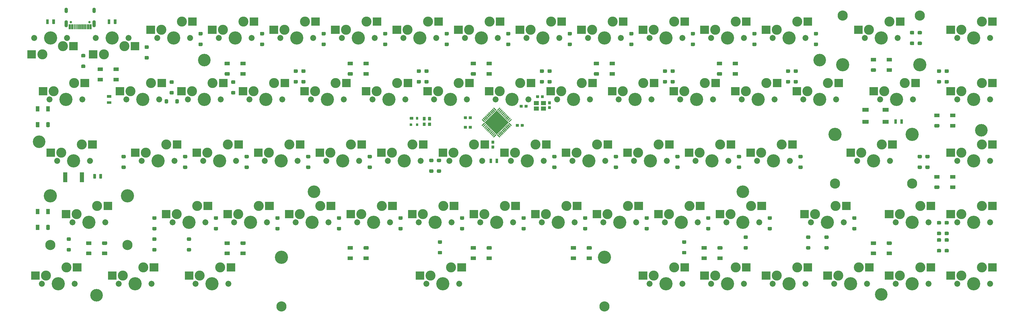
<source format=gbr>
G04 #@! TF.GenerationSoftware,KiCad,Pcbnew,(5.1.10)-1*
G04 #@! TF.CreationDate,2022-02-11T01:48:37+07:00*
G04 #@! TF.ProjectId,uso!VNC,75736f21-564e-4432-9e6b-696361645f70,rev?*
G04 #@! TF.SameCoordinates,Original*
G04 #@! TF.FileFunction,Soldermask,Bot*
G04 #@! TF.FilePolarity,Negative*
%FSLAX45Y45*%
G04 Gerber Fmt 4.5, Leading zero omitted, Abs format (unit mm)*
G04 Created by KiCad (PCBNEW (5.1.10)-1) date 2022-02-11 01:48:37*
%MOMM*%
%LPD*%
G01*
G04 APERTURE LIST*
%ADD10C,3.100000*%
%ADD11C,4.087800*%
%ADD12C,1.850000*%
%ADD13C,3.148000*%
%ADD14C,3.900000*%
%ADD15O,1.100000X1.700000*%
%ADD16O,1.100000X2.200000*%
%ADD17C,0.750000*%
G04 APERTURE END LIST*
G36*
G01*
X31468985Y-6091031D02*
X31468985Y-5981031D01*
G75*
G02*
X31473985Y-5976031I5000J0D01*
G01*
X31653985Y-5976031D01*
G75*
G02*
X31658985Y-5981031I0J-5000D01*
G01*
X31658985Y-6091031D01*
G75*
G02*
X31653985Y-6096031I-5000J0D01*
G01*
X31473985Y-6096031D01*
G75*
G02*
X31468985Y-6091031I0J5000D01*
G01*
G37*
G36*
G01*
X30848985Y-6461031D02*
X30848985Y-6351031D01*
G75*
G02*
X30853985Y-6346031I5000J0D01*
G01*
X31033985Y-6346031D01*
G75*
G02*
X31038985Y-6351031I0J-5000D01*
G01*
X31038985Y-6461031D01*
G75*
G02*
X31033985Y-6466031I-5000J0D01*
G01*
X30853985Y-6466031D01*
G75*
G02*
X30848985Y-6461031I0J5000D01*
G01*
G37*
G36*
G01*
X31468985Y-6461031D02*
X31468985Y-6351031D01*
G75*
G02*
X31473985Y-6346031I5000J0D01*
G01*
X31653985Y-6346031D01*
G75*
G02*
X31658985Y-6351031I0J-5000D01*
G01*
X31658985Y-6461031D01*
G75*
G02*
X31653985Y-6466031I-5000J0D01*
G01*
X31473985Y-6466031D01*
G75*
G02*
X31468985Y-6461031I0J5000D01*
G01*
G37*
G36*
G01*
X30848985Y-6091031D02*
X30848985Y-5981031D01*
G75*
G02*
X30853985Y-5976031I5000J0D01*
G01*
X31033985Y-5976031D01*
G75*
G02*
X31038985Y-5981031I0J-5000D01*
G01*
X31038985Y-6091031D01*
G75*
G02*
X31033985Y-6096031I-5000J0D01*
G01*
X30853985Y-6096031D01*
G75*
G02*
X30848985Y-6091031I0J5000D01*
G01*
G37*
G36*
G01*
X19065796Y-6334816D02*
X19078170Y-6322441D01*
G75*
G02*
X19090545Y-6322441I6187J-6187D01*
G01*
X19161255Y-6393152D01*
G75*
G02*
X19161255Y-6405526I-6187J-6187D01*
G01*
X19148881Y-6417901D01*
G75*
G02*
X19136507Y-6417901I-6187J6187D01*
G01*
X19065796Y-6347190D01*
G75*
G02*
X19065796Y-6334816I6187J6187D01*
G01*
G37*
G36*
G01*
X19098500Y-6302112D02*
X19116177Y-6284434D01*
G75*
G02*
X19123248Y-6284434I3536J-3536D01*
G01*
X19199262Y-6360448D01*
G75*
G02*
X19199262Y-6367519I-3536J-3536D01*
G01*
X19181585Y-6385197D01*
G75*
G02*
X19174514Y-6385197I-3536J3536D01*
G01*
X19098500Y-6309183D01*
G75*
G02*
X19098500Y-6302112I3536J3536D01*
G01*
G37*
G36*
G01*
X19133855Y-6266757D02*
X19151533Y-6249079D01*
G75*
G02*
X19158604Y-6249079I3536J-3536D01*
G01*
X19234618Y-6325093D01*
G75*
G02*
X19234618Y-6332164I-3536J-3536D01*
G01*
X19216940Y-6349842D01*
G75*
G02*
X19209869Y-6349842I-3536J3536D01*
G01*
X19133855Y-6273828D01*
G75*
G02*
X19133855Y-6266757I3536J3536D01*
G01*
G37*
G36*
G01*
X19169210Y-6231401D02*
X19186888Y-6213724D01*
G75*
G02*
X19193959Y-6213724I3536J-3536D01*
G01*
X19269973Y-6289738D01*
G75*
G02*
X19269973Y-6296809I-3536J-3536D01*
G01*
X19252295Y-6314486D01*
G75*
G02*
X19245224Y-6314486I-3536J3536D01*
G01*
X19169210Y-6238472D01*
G75*
G02*
X19169210Y-6231401I3536J3536D01*
G01*
G37*
G36*
G01*
X19204566Y-6196046D02*
X19222243Y-6178368D01*
G75*
G02*
X19229314Y-6178368I3536J-3536D01*
G01*
X19305328Y-6254382D01*
G75*
G02*
X19305328Y-6261453I-3536J-3536D01*
G01*
X19287651Y-6279131D01*
G75*
G02*
X19280580Y-6279131I-3536J3536D01*
G01*
X19204566Y-6203117D01*
G75*
G02*
X19204566Y-6196046I3536J3536D01*
G01*
G37*
G36*
G01*
X19239921Y-6160691D02*
X19257599Y-6143013D01*
G75*
G02*
X19264670Y-6143013I3536J-3536D01*
G01*
X19340684Y-6219027D01*
G75*
G02*
X19340684Y-6226098I-3536J-3536D01*
G01*
X19323006Y-6243776D01*
G75*
G02*
X19315935Y-6243776I-3536J3536D01*
G01*
X19239921Y-6167762D01*
G75*
G02*
X19239921Y-6160691I3536J3536D01*
G01*
G37*
G36*
G01*
X19275276Y-6125335D02*
X19292954Y-6107658D01*
G75*
G02*
X19300025Y-6107658I3536J-3536D01*
G01*
X19376039Y-6183672D01*
G75*
G02*
X19376039Y-6190743I-3536J-3536D01*
G01*
X19358361Y-6208420D01*
G75*
G02*
X19351290Y-6208420I-3536J3536D01*
G01*
X19275276Y-6132406D01*
G75*
G02*
X19275276Y-6125335I3536J3536D01*
G01*
G37*
G36*
G01*
X19310632Y-6089980D02*
X19328309Y-6072302D01*
G75*
G02*
X19335380Y-6072302I3536J-3536D01*
G01*
X19411394Y-6148316D01*
G75*
G02*
X19411394Y-6155387I-3536J-3536D01*
G01*
X19393717Y-6173065D01*
G75*
G02*
X19386646Y-6173065I-3536J3536D01*
G01*
X19310632Y-6097051D01*
G75*
G02*
X19310632Y-6089980I3536J3536D01*
G01*
G37*
G36*
G01*
X19345987Y-6054625D02*
X19363665Y-6036947D01*
G75*
G02*
X19370736Y-6036947I3536J-3536D01*
G01*
X19446750Y-6112961D01*
G75*
G02*
X19446750Y-6120032I-3536J-3536D01*
G01*
X19429072Y-6137710D01*
G75*
G02*
X19422001Y-6137710I-3536J3536D01*
G01*
X19345987Y-6061696D01*
G75*
G02*
X19345987Y-6054625I3536J3536D01*
G01*
G37*
G36*
G01*
X19381342Y-6019269D02*
X19399020Y-6001592D01*
G75*
G02*
X19406091Y-6001592I3536J-3536D01*
G01*
X19482105Y-6077606D01*
G75*
G02*
X19482105Y-6084677I-3536J-3536D01*
G01*
X19464427Y-6102354D01*
G75*
G02*
X19457356Y-6102354I-3536J3536D01*
G01*
X19381342Y-6026340D01*
G75*
G02*
X19381342Y-6019269I3536J3536D01*
G01*
G37*
G36*
G01*
X19416698Y-5983914D02*
X19434375Y-5966236D01*
G75*
G02*
X19441446Y-5966236I3536J-3536D01*
G01*
X19517460Y-6042250D01*
G75*
G02*
X19517460Y-6049321I-3536J-3536D01*
G01*
X19499783Y-6066999D01*
G75*
G02*
X19492712Y-6066999I-3536J3536D01*
G01*
X19416698Y-5990985D01*
G75*
G02*
X19416698Y-5983914I3536J3536D01*
G01*
G37*
G36*
G01*
X19535138Y-6042250D02*
X19611152Y-5966236D01*
G75*
G02*
X19618223Y-5966236I3536J-3536D01*
G01*
X19635901Y-5983914D01*
G75*
G02*
X19635901Y-5990985I-3536J-3536D01*
G01*
X19559887Y-6066999D01*
G75*
G02*
X19552816Y-6066999I-3536J3536D01*
G01*
X19535138Y-6049321D01*
G75*
G02*
X19535138Y-6042250I3536J3536D01*
G01*
G37*
G36*
G01*
X19570493Y-6077606D02*
X19646507Y-6001592D01*
G75*
G02*
X19653578Y-6001592I3536J-3536D01*
G01*
X19671256Y-6019269D01*
G75*
G02*
X19671256Y-6026340I-3536J-3536D01*
G01*
X19595242Y-6102354D01*
G75*
G02*
X19588171Y-6102354I-3536J3536D01*
G01*
X19570493Y-6084677D01*
G75*
G02*
X19570493Y-6077606I3536J3536D01*
G01*
G37*
G36*
G01*
X19605849Y-6112961D02*
X19681863Y-6036947D01*
G75*
G02*
X19688934Y-6036947I3536J-3536D01*
G01*
X19706611Y-6054625D01*
G75*
G02*
X19706611Y-6061696I-3536J-3536D01*
G01*
X19630597Y-6137710D01*
G75*
G02*
X19623526Y-6137710I-3536J3536D01*
G01*
X19605849Y-6120032D01*
G75*
G02*
X19605849Y-6112961I3536J3536D01*
G01*
G37*
G36*
G01*
X19641204Y-6148316D02*
X19717218Y-6072302D01*
G75*
G02*
X19724289Y-6072302I3536J-3536D01*
G01*
X19741967Y-6089980D01*
G75*
G02*
X19741967Y-6097051I-3536J-3536D01*
G01*
X19665953Y-6173065D01*
G75*
G02*
X19658882Y-6173065I-3536J3536D01*
G01*
X19641204Y-6155387D01*
G75*
G02*
X19641204Y-6148316I3536J3536D01*
G01*
G37*
G36*
G01*
X19676559Y-6183672D02*
X19752573Y-6107658D01*
G75*
G02*
X19759644Y-6107658I3536J-3536D01*
G01*
X19777322Y-6125335D01*
G75*
G02*
X19777322Y-6132406I-3536J-3536D01*
G01*
X19701308Y-6208420D01*
G75*
G02*
X19694237Y-6208420I-3536J3536D01*
G01*
X19676559Y-6190743D01*
G75*
G02*
X19676559Y-6183672I3536J3536D01*
G01*
G37*
G36*
G01*
X19711915Y-6219027D02*
X19787929Y-6143013D01*
G75*
G02*
X19795000Y-6143013I3536J-3536D01*
G01*
X19812677Y-6160691D01*
G75*
G02*
X19812677Y-6167762I-3536J-3536D01*
G01*
X19736663Y-6243776D01*
G75*
G02*
X19729592Y-6243776I-3536J3536D01*
G01*
X19711915Y-6226098D01*
G75*
G02*
X19711915Y-6219027I3536J3536D01*
G01*
G37*
G36*
G01*
X19747270Y-6254382D02*
X19823284Y-6178368D01*
G75*
G02*
X19830355Y-6178368I3536J-3536D01*
G01*
X19848033Y-6196046D01*
G75*
G02*
X19848033Y-6203117I-3536J-3536D01*
G01*
X19772019Y-6279131D01*
G75*
G02*
X19764948Y-6279131I-3536J3536D01*
G01*
X19747270Y-6261453D01*
G75*
G02*
X19747270Y-6254382I3536J3536D01*
G01*
G37*
G36*
G01*
X19782626Y-6289738D02*
X19858640Y-6213724D01*
G75*
G02*
X19865711Y-6213724I3536J-3536D01*
G01*
X19883388Y-6231401D01*
G75*
G02*
X19883388Y-6238472I-3536J-3536D01*
G01*
X19807374Y-6314486D01*
G75*
G02*
X19800303Y-6314486I-3536J3536D01*
G01*
X19782626Y-6296809D01*
G75*
G02*
X19782626Y-6289738I3536J3536D01*
G01*
G37*
G36*
G01*
X19817981Y-6325093D02*
X19893995Y-6249079D01*
G75*
G02*
X19901066Y-6249079I3536J-3536D01*
G01*
X19918743Y-6266757D01*
G75*
G02*
X19918743Y-6273828I-3536J-3536D01*
G01*
X19842729Y-6349842D01*
G75*
G02*
X19835658Y-6349842I-3536J3536D01*
G01*
X19817981Y-6332164D01*
G75*
G02*
X19817981Y-6325093I3536J3536D01*
G01*
G37*
G36*
G01*
X19853336Y-6360448D02*
X19929350Y-6284434D01*
G75*
G02*
X19936421Y-6284434I3536J-3536D01*
G01*
X19954099Y-6302112D01*
G75*
G02*
X19954099Y-6309183I-3536J-3536D01*
G01*
X19878085Y-6385197D01*
G75*
G02*
X19871014Y-6385197I-3536J3536D01*
G01*
X19853336Y-6367519D01*
G75*
G02*
X19853336Y-6360448I3536J3536D01*
G01*
G37*
G36*
G01*
X19888692Y-6395804D02*
X19964706Y-6319790D01*
G75*
G02*
X19971777Y-6319790I3536J-3536D01*
G01*
X19989454Y-6337467D01*
G75*
G02*
X19989454Y-6344538I-3536J-3536D01*
G01*
X19913440Y-6420552D01*
G75*
G02*
X19906369Y-6420552I-3536J3536D01*
G01*
X19888692Y-6402875D01*
G75*
G02*
X19888692Y-6395804I3536J3536D01*
G01*
G37*
G36*
G01*
X19888692Y-6455908D02*
X19906369Y-6438230D01*
G75*
G02*
X19913440Y-6438230I3536J-3536D01*
G01*
X19989454Y-6514244D01*
G75*
G02*
X19989454Y-6521315I-3536J-3536D01*
G01*
X19971777Y-6538993D01*
G75*
G02*
X19964706Y-6538993I-3536J3536D01*
G01*
X19888692Y-6462979D01*
G75*
G02*
X19888692Y-6455908I3536J3536D01*
G01*
G37*
G36*
G01*
X19853336Y-6491263D02*
X19871014Y-6473585D01*
G75*
G02*
X19878085Y-6473585I3536J-3536D01*
G01*
X19954099Y-6549599D01*
G75*
G02*
X19954099Y-6556670I-3536J-3536D01*
G01*
X19936421Y-6574348D01*
G75*
G02*
X19929350Y-6574348I-3536J3536D01*
G01*
X19853336Y-6498334D01*
G75*
G02*
X19853336Y-6491263I3536J3536D01*
G01*
G37*
G36*
G01*
X19817981Y-6526618D02*
X19835658Y-6508941D01*
G75*
G02*
X19842729Y-6508941I3536J-3536D01*
G01*
X19918743Y-6584955D01*
G75*
G02*
X19918743Y-6592026I-3536J-3536D01*
G01*
X19901066Y-6609703D01*
G75*
G02*
X19893995Y-6609703I-3536J3536D01*
G01*
X19817981Y-6533689D01*
G75*
G02*
X19817981Y-6526618I3536J3536D01*
G01*
G37*
G36*
G01*
X19782626Y-6561974D02*
X19800303Y-6544296D01*
G75*
G02*
X19807374Y-6544296I3536J-3536D01*
G01*
X19883388Y-6620310D01*
G75*
G02*
X19883388Y-6627381I-3536J-3536D01*
G01*
X19865711Y-6645059D01*
G75*
G02*
X19858640Y-6645059I-3536J3536D01*
G01*
X19782626Y-6569045D01*
G75*
G02*
X19782626Y-6561974I3536J3536D01*
G01*
G37*
G36*
G01*
X19747270Y-6597329D02*
X19764948Y-6579651D01*
G75*
G02*
X19772019Y-6579651I3536J-3536D01*
G01*
X19848033Y-6655665D01*
G75*
G02*
X19848033Y-6662736I-3536J-3536D01*
G01*
X19830355Y-6680414D01*
G75*
G02*
X19823284Y-6680414I-3536J3536D01*
G01*
X19747270Y-6604400D01*
G75*
G02*
X19747270Y-6597329I3536J3536D01*
G01*
G37*
G36*
G01*
X19711915Y-6632684D02*
X19729592Y-6615007D01*
G75*
G02*
X19736663Y-6615007I3536J-3536D01*
G01*
X19812677Y-6691021D01*
G75*
G02*
X19812677Y-6698092I-3536J-3536D01*
G01*
X19795000Y-6715769D01*
G75*
G02*
X19787929Y-6715769I-3536J3536D01*
G01*
X19711915Y-6639755D01*
G75*
G02*
X19711915Y-6632684I3536J3536D01*
G01*
G37*
G36*
G01*
X19676559Y-6668040D02*
X19694237Y-6650362D01*
G75*
G02*
X19701308Y-6650362I3536J-3536D01*
G01*
X19777322Y-6726376D01*
G75*
G02*
X19777322Y-6733447I-3536J-3536D01*
G01*
X19759644Y-6751125D01*
G75*
G02*
X19752573Y-6751125I-3536J3536D01*
G01*
X19676559Y-6675111D01*
G75*
G02*
X19676559Y-6668040I3536J3536D01*
G01*
G37*
G36*
G01*
X19641204Y-6703395D02*
X19658882Y-6685717D01*
G75*
G02*
X19665953Y-6685717I3536J-3536D01*
G01*
X19741967Y-6761731D01*
G75*
G02*
X19741967Y-6768802I-3536J-3536D01*
G01*
X19724289Y-6786480D01*
G75*
G02*
X19717218Y-6786480I-3536J3536D01*
G01*
X19641204Y-6710466D01*
G75*
G02*
X19641204Y-6703395I3536J3536D01*
G01*
G37*
G36*
G01*
X19605849Y-6738750D02*
X19623526Y-6721073D01*
G75*
G02*
X19630597Y-6721073I3536J-3536D01*
G01*
X19706611Y-6797087D01*
G75*
G02*
X19706611Y-6804158I-3536J-3536D01*
G01*
X19688934Y-6821835D01*
G75*
G02*
X19681863Y-6821835I-3536J3536D01*
G01*
X19605849Y-6745821D01*
G75*
G02*
X19605849Y-6738750I3536J3536D01*
G01*
G37*
G36*
G01*
X19570493Y-6774106D02*
X19588171Y-6756428D01*
G75*
G02*
X19595242Y-6756428I3536J-3536D01*
G01*
X19671256Y-6832442D01*
G75*
G02*
X19671256Y-6839513I-3536J-3536D01*
G01*
X19653578Y-6857191D01*
G75*
G02*
X19646507Y-6857191I-3536J3536D01*
G01*
X19570493Y-6781177D01*
G75*
G02*
X19570493Y-6774106I3536J3536D01*
G01*
G37*
G36*
G01*
X19535138Y-6809461D02*
X19552816Y-6791783D01*
G75*
G02*
X19559887Y-6791783I3536J-3536D01*
G01*
X19635901Y-6867797D01*
G75*
G02*
X19635901Y-6874868I-3536J-3536D01*
G01*
X19618223Y-6892546D01*
G75*
G02*
X19611152Y-6892546I-3536J3536D01*
G01*
X19535138Y-6816532D01*
G75*
G02*
X19535138Y-6809461I3536J3536D01*
G01*
G37*
G36*
G01*
X19416698Y-6867797D02*
X19492712Y-6791783D01*
G75*
G02*
X19499783Y-6791783I3536J-3536D01*
G01*
X19517460Y-6809461D01*
G75*
G02*
X19517460Y-6816532I-3536J-3536D01*
G01*
X19441446Y-6892546D01*
G75*
G02*
X19434375Y-6892546I-3536J3536D01*
G01*
X19416698Y-6874868D01*
G75*
G02*
X19416698Y-6867797I3536J3536D01*
G01*
G37*
G36*
G01*
X19381342Y-6832442D02*
X19457356Y-6756428D01*
G75*
G02*
X19464427Y-6756428I3536J-3536D01*
G01*
X19482105Y-6774106D01*
G75*
G02*
X19482105Y-6781177I-3536J-3536D01*
G01*
X19406091Y-6857191D01*
G75*
G02*
X19399020Y-6857191I-3536J3536D01*
G01*
X19381342Y-6839513D01*
G75*
G02*
X19381342Y-6832442I3536J3536D01*
G01*
G37*
G36*
G01*
X19345987Y-6797087D02*
X19422001Y-6721073D01*
G75*
G02*
X19429072Y-6721073I3536J-3536D01*
G01*
X19446750Y-6738750D01*
G75*
G02*
X19446750Y-6745821I-3536J-3536D01*
G01*
X19370736Y-6821835D01*
G75*
G02*
X19363665Y-6821835I-3536J3536D01*
G01*
X19345987Y-6804158D01*
G75*
G02*
X19345987Y-6797087I3536J3536D01*
G01*
G37*
G36*
G01*
X19310632Y-6761731D02*
X19386646Y-6685717D01*
G75*
G02*
X19393717Y-6685717I3536J-3536D01*
G01*
X19411394Y-6703395D01*
G75*
G02*
X19411394Y-6710466I-3536J-3536D01*
G01*
X19335380Y-6786480D01*
G75*
G02*
X19328309Y-6786480I-3536J3536D01*
G01*
X19310632Y-6768802D01*
G75*
G02*
X19310632Y-6761731I3536J3536D01*
G01*
G37*
G36*
G01*
X19275276Y-6726376D02*
X19351290Y-6650362D01*
G75*
G02*
X19358361Y-6650362I3536J-3536D01*
G01*
X19376039Y-6668040D01*
G75*
G02*
X19376039Y-6675111I-3536J-3536D01*
G01*
X19300025Y-6751125D01*
G75*
G02*
X19292954Y-6751125I-3536J3536D01*
G01*
X19275276Y-6733447D01*
G75*
G02*
X19275276Y-6726376I3536J3536D01*
G01*
G37*
G36*
G01*
X19239921Y-6691021D02*
X19315935Y-6615007D01*
G75*
G02*
X19323006Y-6615007I3536J-3536D01*
G01*
X19340684Y-6632684D01*
G75*
G02*
X19340684Y-6639755I-3536J-3536D01*
G01*
X19264670Y-6715769D01*
G75*
G02*
X19257599Y-6715769I-3536J3536D01*
G01*
X19239921Y-6698092D01*
G75*
G02*
X19239921Y-6691021I3536J3536D01*
G01*
G37*
G36*
G01*
X19204566Y-6655665D02*
X19280580Y-6579651D01*
G75*
G02*
X19287651Y-6579651I3536J-3536D01*
G01*
X19305328Y-6597329D01*
G75*
G02*
X19305328Y-6604400I-3536J-3536D01*
G01*
X19229314Y-6680414D01*
G75*
G02*
X19222243Y-6680414I-3536J3536D01*
G01*
X19204566Y-6662736D01*
G75*
G02*
X19204566Y-6655665I3536J3536D01*
G01*
G37*
G36*
G01*
X19169210Y-6620310D02*
X19245224Y-6544296D01*
G75*
G02*
X19252295Y-6544296I3536J-3536D01*
G01*
X19269973Y-6561974D01*
G75*
G02*
X19269973Y-6569045I-3536J-3536D01*
G01*
X19193959Y-6645059D01*
G75*
G02*
X19186888Y-6645059I-3536J3536D01*
G01*
X19169210Y-6627381D01*
G75*
G02*
X19169210Y-6620310I3536J3536D01*
G01*
G37*
G36*
G01*
X19133855Y-6584955D02*
X19209869Y-6508941D01*
G75*
G02*
X19216940Y-6508941I3536J-3536D01*
G01*
X19234618Y-6526618D01*
G75*
G02*
X19234618Y-6533689I-3536J-3536D01*
G01*
X19158604Y-6609703D01*
G75*
G02*
X19151533Y-6609703I-3536J3536D01*
G01*
X19133855Y-6592026D01*
G75*
G02*
X19133855Y-6584955I3536J3536D01*
G01*
G37*
G36*
G01*
X19098500Y-6549599D02*
X19174514Y-6473585D01*
G75*
G02*
X19181585Y-6473585I3536J-3536D01*
G01*
X19199262Y-6491263D01*
G75*
G02*
X19199262Y-6498334I-3536J-3536D01*
G01*
X19123248Y-6574348D01*
G75*
G02*
X19116177Y-6574348I-3536J3536D01*
G01*
X19098500Y-6556670D01*
G75*
G02*
X19098500Y-6549599I3536J3536D01*
G01*
G37*
G36*
G01*
X19063144Y-6514244D02*
X19139158Y-6438230D01*
G75*
G02*
X19146229Y-6438230I3536J-3536D01*
G01*
X19163907Y-6455908D01*
G75*
G02*
X19163907Y-6462979I-3536J-3536D01*
G01*
X19087893Y-6538993D01*
G75*
G02*
X19080822Y-6538993I-3536J3536D01*
G01*
X19063144Y-6521315D01*
G75*
G02*
X19063144Y-6514244I3536J3536D01*
G01*
G37*
G36*
G01*
X19155068Y-6425856D02*
X19522764Y-6058160D01*
G75*
G02*
X19529835Y-6058160I3536J-3536D01*
G01*
X19897530Y-6425856D01*
G75*
G02*
X19897530Y-6432927I-3536J-3536D01*
G01*
X19529835Y-6800622D01*
G75*
G02*
X19522764Y-6800622I-3536J3536D01*
G01*
X19155068Y-6432927D01*
G75*
G02*
X19155068Y-6425856I3536J3536D01*
G01*
G37*
G36*
G01*
X33419147Y-10019401D02*
X33494147Y-10019401D01*
G75*
G02*
X33521647Y-10046901I0J-27500D01*
G01*
X33521647Y-10101901D01*
G75*
G02*
X33494147Y-10129401I-27500J0D01*
G01*
X33419147Y-10129401D01*
G75*
G02*
X33391647Y-10101901I0J27500D01*
G01*
X33391647Y-10046901D01*
G75*
G02*
X33419147Y-10019401I27500J0D01*
G01*
G37*
G36*
G01*
X33419147Y-10349401D02*
X33494147Y-10349401D01*
G75*
G02*
X33521647Y-10376901I0J-27500D01*
G01*
X33521647Y-10431901D01*
G75*
G02*
X33494147Y-10459401I-27500J0D01*
G01*
X33419147Y-10459401D01*
G75*
G02*
X33391647Y-10431901I0J27500D01*
G01*
X33391647Y-10376901D01*
G75*
G02*
X33419147Y-10349401I27500J0D01*
G01*
G37*
G36*
G01*
X33181021Y-10019401D02*
X33256021Y-10019401D01*
G75*
G02*
X33283521Y-10046901I0J-27500D01*
G01*
X33283521Y-10101901D01*
G75*
G02*
X33256021Y-10129401I-27500J0D01*
G01*
X33181021Y-10129401D01*
G75*
G02*
X33153521Y-10101901I0J27500D01*
G01*
X33153521Y-10046901D01*
G75*
G02*
X33181021Y-10019401I27500J0D01*
G01*
G37*
G36*
G01*
X33181021Y-10349401D02*
X33256021Y-10349401D01*
G75*
G02*
X33283521Y-10376901I0J-27500D01*
G01*
X33283521Y-10431901D01*
G75*
G02*
X33256021Y-10459401I-27500J0D01*
G01*
X33181021Y-10459401D01*
G75*
G02*
X33153521Y-10431901I0J27500D01*
G01*
X33153521Y-10376901D01*
G75*
G02*
X33181021Y-10349401I27500J0D01*
G01*
G37*
G36*
G01*
X32898833Y-7869785D02*
X32823833Y-7869785D01*
G75*
G02*
X32796333Y-7842285I0J27500D01*
G01*
X32796333Y-7787285D01*
G75*
G02*
X32823833Y-7759785I27500J0D01*
G01*
X32898833Y-7759785D01*
G75*
G02*
X32926333Y-7787285I0J-27500D01*
G01*
X32926333Y-7842285D01*
G75*
G02*
X32898833Y-7869785I-27500J0D01*
G01*
G37*
G36*
G01*
X32898833Y-7539785D02*
X32823833Y-7539785D01*
G75*
G02*
X32796333Y-7512285I0J27500D01*
G01*
X32796333Y-7457285D01*
G75*
G02*
X32823833Y-7429785I27500J0D01*
G01*
X32898833Y-7429785D01*
G75*
G02*
X32926333Y-7457285I0J-27500D01*
G01*
X32926333Y-7512285D01*
G75*
G02*
X32898833Y-7539785I-27500J0D01*
G01*
G37*
G36*
G01*
X27198115Y-9930104D02*
X27273115Y-9930104D01*
G75*
G02*
X27300615Y-9957604I0J-27500D01*
G01*
X27300615Y-10012604D01*
G75*
G02*
X27273115Y-10040104I-27500J0D01*
G01*
X27198115Y-10040104D01*
G75*
G02*
X27170615Y-10012604I0J27500D01*
G01*
X27170615Y-9957604D01*
G75*
G02*
X27198115Y-9930104I27500J0D01*
G01*
G37*
G36*
G01*
X27198115Y-10260104D02*
X27273115Y-10260104D01*
G75*
G02*
X27300615Y-10287604I0J-27500D01*
G01*
X27300615Y-10342604D01*
G75*
G02*
X27273115Y-10370104I-27500J0D01*
G01*
X27198115Y-10370104D01*
G75*
G02*
X27170615Y-10342604I0J27500D01*
G01*
X27170615Y-10287604D01*
G75*
G02*
X27198115Y-10260104I27500J0D01*
G01*
G37*
G36*
G01*
X25293111Y-10078932D02*
X25368111Y-10078932D01*
G75*
G02*
X25395611Y-10106432I0J-27500D01*
G01*
X25395611Y-10161432D01*
G75*
G02*
X25368111Y-10188932I-27500J0D01*
G01*
X25293111Y-10188932D01*
G75*
G02*
X25265611Y-10161432I0J27500D01*
G01*
X25265611Y-10106432D01*
G75*
G02*
X25293111Y-10078932I27500J0D01*
G01*
G37*
G36*
G01*
X25293111Y-10408932D02*
X25368111Y-10408932D01*
G75*
G02*
X25395611Y-10436432I0J-27500D01*
G01*
X25395611Y-10491432D01*
G75*
G02*
X25368111Y-10518932I-27500J0D01*
G01*
X25293111Y-10518932D01*
G75*
G02*
X25265611Y-10491432I0J27500D01*
G01*
X25265611Y-10436432D01*
G75*
G02*
X25293111Y-10408932I27500J0D01*
G01*
G37*
G36*
G01*
X32660707Y-7869785D02*
X32585707Y-7869785D01*
G75*
G02*
X32558207Y-7842285I0J27500D01*
G01*
X32558207Y-7787285D01*
G75*
G02*
X32585707Y-7759785I27500J0D01*
G01*
X32660707Y-7759785D01*
G75*
G02*
X32688207Y-7787285I0J-27500D01*
G01*
X32688207Y-7842285D01*
G75*
G02*
X32660707Y-7869785I-27500J0D01*
G01*
G37*
G36*
G01*
X32660707Y-7539785D02*
X32585707Y-7539785D01*
G75*
G02*
X32558207Y-7512285I0J27500D01*
G01*
X32558207Y-7457285D01*
G75*
G02*
X32585707Y-7429785I27500J0D01*
G01*
X32660707Y-7429785D01*
G75*
G02*
X32688207Y-7457285I0J-27500D01*
G01*
X32688207Y-7512285D01*
G75*
G02*
X32660707Y-7539785I-27500J0D01*
G01*
G37*
D10*
X20256500Y-5207000D03*
D11*
X20002500Y-5715000D03*
D10*
X19621500Y-5461000D03*
D12*
X19494500Y-5715000D03*
X20510500Y-5715000D03*
G36*
G01*
X19161500Y-5586000D02*
X19161500Y-5336000D01*
G75*
G02*
X19166500Y-5331000I5000J0D01*
G01*
X19421500Y-5331000D01*
G75*
G02*
X19426500Y-5336000I0J-5000D01*
G01*
X19426500Y-5586000D01*
G75*
G02*
X19421500Y-5591000I-5000J0D01*
G01*
X19166500Y-5591000D01*
G75*
G02*
X19161500Y-5586000I0J5000D01*
G01*
G37*
G36*
G01*
X20454200Y-5332000D02*
X20454200Y-5082000D01*
G75*
G02*
X20459200Y-5077000I5000J0D01*
G01*
X20714200Y-5077000D01*
G75*
G02*
X20719200Y-5082000I0J-5000D01*
G01*
X20719200Y-5332000D01*
G75*
G02*
X20714200Y-5337000I-5000J0D01*
G01*
X20459200Y-5337000D01*
G75*
G02*
X20454200Y-5332000I0J5000D01*
G01*
G37*
G36*
G01*
X5609389Y-6415797D02*
X5664389Y-6415797D01*
G75*
G02*
X5691889Y-6443297I0J-27500D01*
G01*
X5691889Y-6548297D01*
G75*
G02*
X5664389Y-6575797I-27500J0D01*
G01*
X5609389Y-6575797D01*
G75*
G02*
X5581889Y-6548297I0J27500D01*
G01*
X5581889Y-6443297D01*
G75*
G02*
X5609389Y-6415797I27500J0D01*
G01*
G37*
G36*
G01*
X5266889Y-6415797D02*
X5366889Y-6415797D01*
G75*
G02*
X5371889Y-6420797I0J-5000D01*
G01*
X5371889Y-6570797D01*
G75*
G02*
X5366889Y-6575797I-5000J0D01*
G01*
X5266889Y-6575797D01*
G75*
G02*
X5261889Y-6570797I0J5000D01*
G01*
X5261889Y-6420797D01*
G75*
G02*
X5266889Y-6415797I5000J0D01*
G01*
G37*
G36*
G01*
X5586889Y-5925797D02*
X5686889Y-5925797D01*
G75*
G02*
X5691889Y-5930797I0J-5000D01*
G01*
X5691889Y-6080797D01*
G75*
G02*
X5686889Y-6085797I-5000J0D01*
G01*
X5586889Y-6085797D01*
G75*
G02*
X5581889Y-6080797I0J5000D01*
G01*
X5581889Y-5930797D01*
G75*
G02*
X5586889Y-5925797I5000J0D01*
G01*
G37*
G36*
G01*
X5266889Y-5925797D02*
X5366889Y-5925797D01*
G75*
G02*
X5371889Y-5930797I0J-5000D01*
G01*
X5371889Y-6080797D01*
G75*
G02*
X5366889Y-6085797I-5000J0D01*
G01*
X5266889Y-6085797D01*
G75*
G02*
X5261889Y-6080797I0J5000D01*
G01*
X5261889Y-5930797D01*
G75*
G02*
X5266889Y-5925797I5000J0D01*
G01*
G37*
G36*
G01*
X5609389Y-9600727D02*
X5664389Y-9600727D01*
G75*
G02*
X5691889Y-9628227I0J-27500D01*
G01*
X5691889Y-9733227D01*
G75*
G02*
X5664389Y-9760727I-27500J0D01*
G01*
X5609389Y-9760727D01*
G75*
G02*
X5581889Y-9733227I0J27500D01*
G01*
X5581889Y-9628227D01*
G75*
G02*
X5609389Y-9600727I27500J0D01*
G01*
G37*
G36*
G01*
X5266889Y-9600727D02*
X5366889Y-9600727D01*
G75*
G02*
X5371889Y-9605727I0J-5000D01*
G01*
X5371889Y-9755727D01*
G75*
G02*
X5366889Y-9760727I-5000J0D01*
G01*
X5266889Y-9760727D01*
G75*
G02*
X5261889Y-9755727I0J5000D01*
G01*
X5261889Y-9605727D01*
G75*
G02*
X5266889Y-9600727I5000J0D01*
G01*
G37*
G36*
G01*
X5586889Y-9110727D02*
X5686889Y-9110727D01*
G75*
G02*
X5691889Y-9115727I0J-5000D01*
G01*
X5691889Y-9265727D01*
G75*
G02*
X5686889Y-9270727I-5000J0D01*
G01*
X5586889Y-9270727D01*
G75*
G02*
X5581889Y-9265727I0J5000D01*
G01*
X5581889Y-9115727D01*
G75*
G02*
X5586889Y-9110727I5000J0D01*
G01*
G37*
G36*
G01*
X5266889Y-9110727D02*
X5366889Y-9110727D01*
G75*
G02*
X5371889Y-9115727I0J-5000D01*
G01*
X5371889Y-9265727D01*
G75*
G02*
X5366889Y-9270727I-5000J0D01*
G01*
X5266889Y-9270727D01*
G75*
G02*
X5261889Y-9265727I0J5000D01*
G01*
X5261889Y-9115727D01*
G75*
G02*
X5266889Y-9110727I5000J0D01*
G01*
G37*
D10*
X18113375Y-10922000D03*
D11*
X17859375Y-11430000D03*
D10*
X17478375Y-11176000D03*
D12*
X17351375Y-11430000D03*
X18367375Y-11430000D03*
G36*
G01*
X17018375Y-11301000D02*
X17018375Y-11051000D01*
G75*
G02*
X17023375Y-11046000I5000J0D01*
G01*
X17278375Y-11046000D01*
G75*
G02*
X17283375Y-11051000I0J-5000D01*
G01*
X17283375Y-11301000D01*
G75*
G02*
X17278375Y-11306000I-5000J0D01*
G01*
X17023375Y-11306000D01*
G75*
G02*
X17018375Y-11301000I0J5000D01*
G01*
G37*
G36*
G01*
X18311075Y-11047000D02*
X18311075Y-10797000D01*
G75*
G02*
X18316075Y-10792000I5000J0D01*
G01*
X18571075Y-10792000D01*
G75*
G02*
X18576075Y-10797000I0J-5000D01*
G01*
X18576075Y-11047000D01*
G75*
G02*
X18571075Y-11052000I-5000J0D01*
G01*
X18316075Y-11052000D01*
G75*
G02*
X18311075Y-11047000I0J5000D01*
G01*
G37*
D13*
X22859365Y-12128500D03*
X12859385Y-12128500D03*
D11*
X22859365Y-10604500D03*
X12859385Y-10604500D03*
G36*
G01*
X17539732Y-7988848D02*
X17464732Y-7988848D01*
G75*
G02*
X17437232Y-7961348I0J27500D01*
G01*
X17437232Y-7906348D01*
G75*
G02*
X17464732Y-7878848I27500J0D01*
G01*
X17539732Y-7878848D01*
G75*
G02*
X17567232Y-7906348I0J-27500D01*
G01*
X17567232Y-7961348D01*
G75*
G02*
X17539732Y-7988848I-27500J0D01*
G01*
G37*
G36*
G01*
X17539732Y-7658848D02*
X17464732Y-7658848D01*
G75*
G02*
X17437232Y-7631348I0J27500D01*
G01*
X17437232Y-7576348D01*
G75*
G02*
X17464732Y-7548848I27500J0D01*
G01*
X17539732Y-7548848D01*
G75*
G02*
X17567232Y-7576348I0J-27500D01*
G01*
X17567232Y-7631348D01*
G75*
G02*
X17539732Y-7658848I-27500J0D01*
G01*
G37*
G36*
G01*
X33494147Y-9923618D02*
X33419147Y-9923618D01*
G75*
G02*
X33391647Y-9896118I0J27500D01*
G01*
X33391647Y-9841118D01*
G75*
G02*
X33419147Y-9813618I27500J0D01*
G01*
X33494147Y-9813618D01*
G75*
G02*
X33521647Y-9841118I0J-27500D01*
G01*
X33521647Y-9896118D01*
G75*
G02*
X33494147Y-9923618I-27500J0D01*
G01*
G37*
G36*
G01*
X33494147Y-9593618D02*
X33419147Y-9593618D01*
G75*
G02*
X33391647Y-9566118I0J27500D01*
G01*
X33391647Y-9511118D01*
G75*
G02*
X33419147Y-9483618I27500J0D01*
G01*
X33494147Y-9483618D01*
G75*
G02*
X33521647Y-9511118I0J-27500D01*
G01*
X33521647Y-9566118D01*
G75*
G02*
X33494147Y-9593618I-27500J0D01*
G01*
G37*
G36*
G01*
X25159751Y-7869785D02*
X25084751Y-7869785D01*
G75*
G02*
X25057251Y-7842285I0J27500D01*
G01*
X25057251Y-7787285D01*
G75*
G02*
X25084751Y-7759785I27500J0D01*
G01*
X25159751Y-7759785D01*
G75*
G02*
X25187251Y-7787285I0J-27500D01*
G01*
X25187251Y-7842285D01*
G75*
G02*
X25159751Y-7869785I-27500J0D01*
G01*
G37*
G36*
G01*
X25159751Y-7539785D02*
X25084751Y-7539785D01*
G75*
G02*
X25057251Y-7512285I0J27500D01*
G01*
X25057251Y-7457285D01*
G75*
G02*
X25084751Y-7429785I27500J0D01*
G01*
X25159751Y-7429785D01*
G75*
G02*
X25187251Y-7457285I0J-27500D01*
G01*
X25187251Y-7512285D01*
G75*
G02*
X25159751Y-7539785I-27500J0D01*
G01*
G37*
G36*
G01*
X27064756Y-7869785D02*
X26989756Y-7869785D01*
G75*
G02*
X26962256Y-7842285I0J27500D01*
G01*
X26962256Y-7787285D01*
G75*
G02*
X26989756Y-7759785I27500J0D01*
G01*
X27064756Y-7759785D01*
G75*
G02*
X27092256Y-7787285I0J-27500D01*
G01*
X27092256Y-7842285D01*
G75*
G02*
X27064756Y-7869785I-27500J0D01*
G01*
G37*
G36*
G01*
X27064756Y-7539785D02*
X26989756Y-7539785D01*
G75*
G02*
X26962256Y-7512285I0J27500D01*
G01*
X26962256Y-7457285D01*
G75*
G02*
X26989756Y-7429785I27500J0D01*
G01*
X27064756Y-7429785D01*
G75*
G02*
X27092256Y-7457285I0J-27500D01*
G01*
X27092256Y-7512285D01*
G75*
G02*
X27064756Y-7539785I-27500J0D01*
G01*
G37*
G36*
G01*
X24207248Y-9774790D02*
X24132248Y-9774790D01*
G75*
G02*
X24104748Y-9747290I0J27500D01*
G01*
X24104748Y-9692290D01*
G75*
G02*
X24132248Y-9664790I27500J0D01*
G01*
X24207248Y-9664790D01*
G75*
G02*
X24234748Y-9692290I0J-27500D01*
G01*
X24234748Y-9747290D01*
G75*
G02*
X24207248Y-9774790I-27500J0D01*
G01*
G37*
G36*
G01*
X24207248Y-9444790D02*
X24132248Y-9444790D01*
G75*
G02*
X24104748Y-9417290I0J27500D01*
G01*
X24104748Y-9362290D01*
G75*
G02*
X24132248Y-9334790I27500J0D01*
G01*
X24207248Y-9334790D01*
G75*
G02*
X24234748Y-9362290I0J-27500D01*
G01*
X24234748Y-9417290D01*
G75*
G02*
X24207248Y-9444790I-27500J0D01*
G01*
G37*
G36*
G01*
X23254746Y-7869785D02*
X23179746Y-7869785D01*
G75*
G02*
X23152246Y-7842285I0J27500D01*
G01*
X23152246Y-7787285D01*
G75*
G02*
X23179746Y-7759785I27500J0D01*
G01*
X23254746Y-7759785D01*
G75*
G02*
X23282246Y-7787285I0J-27500D01*
G01*
X23282246Y-7842285D01*
G75*
G02*
X23254746Y-7869785I-27500J0D01*
G01*
G37*
G36*
G01*
X23254746Y-7539785D02*
X23179746Y-7539785D01*
G75*
G02*
X23152246Y-7512285I0J27500D01*
G01*
X23152246Y-7457285D01*
G75*
G02*
X23179746Y-7429785I27500J0D01*
G01*
X23254746Y-7429785D01*
G75*
G02*
X23282246Y-7457285I0J-27500D01*
G01*
X23282246Y-7512285D01*
G75*
G02*
X23254746Y-7539785I-27500J0D01*
G01*
G37*
G36*
G01*
X29132886Y-9930104D02*
X29207886Y-9930104D01*
G75*
G02*
X29235386Y-9957604I0J-27500D01*
G01*
X29235386Y-10012604D01*
G75*
G02*
X29207886Y-10040104I-27500J0D01*
G01*
X29132886Y-10040104D01*
G75*
G02*
X29105386Y-10012604I0J27500D01*
G01*
X29105386Y-9957604D01*
G75*
G02*
X29132886Y-9930104I27500J0D01*
G01*
G37*
G36*
G01*
X29132886Y-10260104D02*
X29207886Y-10260104D01*
G75*
G02*
X29235386Y-10287604I0J-27500D01*
G01*
X29235386Y-10342604D01*
G75*
G02*
X29207886Y-10370104I-27500J0D01*
G01*
X29132886Y-10370104D01*
G75*
G02*
X29105386Y-10342604I0J27500D01*
G01*
X29105386Y-10287604D01*
G75*
G02*
X29132886Y-10260104I27500J0D01*
G01*
G37*
G36*
G01*
X26112253Y-9774790D02*
X26037253Y-9774790D01*
G75*
G02*
X26009753Y-9747290I0J27500D01*
G01*
X26009753Y-9692290D01*
G75*
G02*
X26037253Y-9664790I27500J0D01*
G01*
X26112253Y-9664790D01*
G75*
G02*
X26139753Y-9692290I0J-27500D01*
G01*
X26139753Y-9747290D01*
G75*
G02*
X26112253Y-9774790I-27500J0D01*
G01*
G37*
G36*
G01*
X26112253Y-9444790D02*
X26037253Y-9444790D01*
G75*
G02*
X26009753Y-9417290I0J27500D01*
G01*
X26009753Y-9362290D01*
G75*
G02*
X26037253Y-9334790I27500J0D01*
G01*
X26112253Y-9334790D01*
G75*
G02*
X26139753Y-9362290I0J-27500D01*
G01*
X26139753Y-9417290D01*
G75*
G02*
X26112253Y-9444790I-27500J0D01*
G01*
G37*
G36*
G01*
X28969760Y-7869785D02*
X28894760Y-7869785D01*
G75*
G02*
X28867260Y-7842285I0J27500D01*
G01*
X28867260Y-7787285D01*
G75*
G02*
X28894760Y-7759785I27500J0D01*
G01*
X28969760Y-7759785D01*
G75*
G02*
X28997260Y-7787285I0J-27500D01*
G01*
X28997260Y-7842285D01*
G75*
G02*
X28969760Y-7869785I-27500J0D01*
G01*
G37*
G36*
G01*
X28969760Y-7539785D02*
X28894760Y-7539785D01*
G75*
G02*
X28867260Y-7512285I0J27500D01*
G01*
X28867260Y-7457285D01*
G75*
G02*
X28894760Y-7429785I27500J0D01*
G01*
X28969760Y-7429785D01*
G75*
G02*
X28997260Y-7457285I0J-27500D01*
G01*
X28997260Y-7512285D01*
G75*
G02*
X28969760Y-7539785I-27500J0D01*
G01*
G37*
G36*
G01*
X30636633Y-9774790D02*
X30561633Y-9774790D01*
G75*
G02*
X30534133Y-9747290I0J27500D01*
G01*
X30534133Y-9692290D01*
G75*
G02*
X30561633Y-9664790I27500J0D01*
G01*
X30636633Y-9664790D01*
G75*
G02*
X30664133Y-9692290I0J-27500D01*
G01*
X30664133Y-9747290D01*
G75*
G02*
X30636633Y-9774790I-27500J0D01*
G01*
G37*
G36*
G01*
X30636633Y-9444790D02*
X30561633Y-9444790D01*
G75*
G02*
X30534133Y-9417290I0J27500D01*
G01*
X30534133Y-9362290D01*
G75*
G02*
X30561633Y-9334790I27500J0D01*
G01*
X30636633Y-9334790D01*
G75*
G02*
X30664133Y-9362290I0J-27500D01*
G01*
X30664133Y-9417290D01*
G75*
G02*
X30636633Y-9444790I-27500J0D01*
G01*
G37*
G36*
G01*
X29698434Y-9930104D02*
X29773434Y-9930104D01*
G75*
G02*
X29800934Y-9957604I0J-27500D01*
G01*
X29800934Y-10012604D01*
G75*
G02*
X29773434Y-10040104I-27500J0D01*
G01*
X29698434Y-10040104D01*
G75*
G02*
X29670934Y-10012604I0J27500D01*
G01*
X29670934Y-9957604D01*
G75*
G02*
X29698434Y-9930104I27500J0D01*
G01*
G37*
G36*
G01*
X29698434Y-10260104D02*
X29773434Y-10260104D01*
G75*
G02*
X29800934Y-10287604I0J-27500D01*
G01*
X29800934Y-10342604D01*
G75*
G02*
X29773434Y-10370104I-27500J0D01*
G01*
X29698434Y-10370104D01*
G75*
G02*
X29670934Y-10342604I0J27500D01*
G01*
X29670934Y-10287604D01*
G75*
G02*
X29698434Y-10260104I27500J0D01*
G01*
G37*
G36*
G01*
X28017258Y-9774790D02*
X27942258Y-9774790D01*
G75*
G02*
X27914758Y-9747290I0J27500D01*
G01*
X27914758Y-9692290D01*
G75*
G02*
X27942258Y-9664790I27500J0D01*
G01*
X28017258Y-9664790D01*
G75*
G02*
X28044758Y-9692290I0J-27500D01*
G01*
X28044758Y-9747290D01*
G75*
G02*
X28017258Y-9774790I-27500J0D01*
G01*
G37*
G36*
G01*
X28017258Y-9444790D02*
X27942258Y-9444790D01*
G75*
G02*
X27914758Y-9417290I0J27500D01*
G01*
X27914758Y-9362290D01*
G75*
G02*
X27942258Y-9334790I27500J0D01*
G01*
X28017258Y-9334790D01*
G75*
G02*
X28044758Y-9362290I0J-27500D01*
G01*
X28044758Y-9417290D01*
G75*
G02*
X28017258Y-9444790I-27500J0D01*
G01*
G37*
G36*
G01*
X33256021Y-9923618D02*
X33181021Y-9923618D01*
G75*
G02*
X33153521Y-9896118I0J27500D01*
G01*
X33153521Y-9841118D01*
G75*
G02*
X33181021Y-9813618I27500J0D01*
G01*
X33256021Y-9813618D01*
G75*
G02*
X33283521Y-9841118I0J-27500D01*
G01*
X33283521Y-9896118D01*
G75*
G02*
X33256021Y-9923618I-27500J0D01*
G01*
G37*
G36*
G01*
X33256021Y-9593618D02*
X33181021Y-9593618D01*
G75*
G02*
X33153521Y-9566118I0J27500D01*
G01*
X33153521Y-9511118D01*
G75*
G02*
X33181021Y-9483618I27500J0D01*
G01*
X33256021Y-9483618D01*
G75*
G02*
X33283521Y-9511118I0J-27500D01*
G01*
X33283521Y-9566118D01*
G75*
G02*
X33256021Y-9593618I-27500J0D01*
G01*
G37*
G36*
G01*
X20397239Y-9774790D02*
X20322239Y-9774790D01*
G75*
G02*
X20294739Y-9747290I0J27500D01*
G01*
X20294739Y-9692290D01*
G75*
G02*
X20322239Y-9664790I27500J0D01*
G01*
X20397239Y-9664790D01*
G75*
G02*
X20424739Y-9692290I0J-27500D01*
G01*
X20424739Y-9747290D01*
G75*
G02*
X20397239Y-9774790I-27500J0D01*
G01*
G37*
G36*
G01*
X20397239Y-9444790D02*
X20322239Y-9444790D01*
G75*
G02*
X20294739Y-9417290I0J27500D01*
G01*
X20294739Y-9362290D01*
G75*
G02*
X20322239Y-9334790I27500J0D01*
G01*
X20397239Y-9334790D01*
G75*
G02*
X20424739Y-9362290I0J-27500D01*
G01*
X20424739Y-9417290D01*
G75*
G02*
X20397239Y-9444790I-27500J0D01*
G01*
G37*
G36*
G01*
X22302244Y-9774790D02*
X22227244Y-9774790D01*
G75*
G02*
X22199744Y-9747290I0J27500D01*
G01*
X22199744Y-9692290D01*
G75*
G02*
X22227244Y-9664790I27500J0D01*
G01*
X22302244Y-9664790D01*
G75*
G02*
X22329744Y-9692290I0J-27500D01*
G01*
X22329744Y-9747290D01*
G75*
G02*
X22302244Y-9774790I-27500J0D01*
G01*
G37*
G36*
G01*
X22302244Y-9444790D02*
X22227244Y-9444790D01*
G75*
G02*
X22199744Y-9417290I0J27500D01*
G01*
X22199744Y-9362290D01*
G75*
G02*
X22227244Y-9334790I27500J0D01*
G01*
X22302244Y-9334790D01*
G75*
G02*
X22329744Y-9362290I0J-27500D01*
G01*
X22329744Y-9417290D01*
G75*
G02*
X22302244Y-9444790I-27500J0D01*
G01*
G37*
G36*
G01*
X21349741Y-7869785D02*
X21274741Y-7869785D01*
G75*
G02*
X21247241Y-7842285I0J27500D01*
G01*
X21247241Y-7787285D01*
G75*
G02*
X21274741Y-7759785I27500J0D01*
G01*
X21349741Y-7759785D01*
G75*
G02*
X21377241Y-7787285I0J-27500D01*
G01*
X21377241Y-7842285D01*
G75*
G02*
X21349741Y-7869785I-27500J0D01*
G01*
G37*
G36*
G01*
X21349741Y-7539785D02*
X21274741Y-7539785D01*
G75*
G02*
X21247241Y-7512285I0J27500D01*
G01*
X21247241Y-7457285D01*
G75*
G02*
X21274741Y-7429785I27500J0D01*
G01*
X21349741Y-7429785D01*
G75*
G02*
X21377241Y-7457285I0J-27500D01*
G01*
X21377241Y-7512285D01*
G75*
G02*
X21349741Y-7539785I-27500J0D01*
G01*
G37*
G36*
G01*
X17732623Y-10078932D02*
X17807623Y-10078932D01*
G75*
G02*
X17835123Y-10106432I0J-27500D01*
G01*
X17835123Y-10161432D01*
G75*
G02*
X17807623Y-10188932I-27500J0D01*
G01*
X17732623Y-10188932D01*
G75*
G02*
X17705123Y-10161432I0J27500D01*
G01*
X17705123Y-10106432D01*
G75*
G02*
X17732623Y-10078932I27500J0D01*
G01*
G37*
G36*
G01*
X17732623Y-10408932D02*
X17807623Y-10408932D01*
G75*
G02*
X17835123Y-10436432I0J-27500D01*
G01*
X17835123Y-10491432D01*
G75*
G02*
X17807623Y-10518932I-27500J0D01*
G01*
X17732623Y-10518932D01*
G75*
G02*
X17705123Y-10491432I0J27500D01*
G01*
X17705123Y-10436432D01*
G75*
G02*
X17732623Y-10408932I27500J0D01*
G01*
G37*
G36*
G01*
X18492234Y-9774790D02*
X18417234Y-9774790D01*
G75*
G02*
X18389734Y-9747290I0J27500D01*
G01*
X18389734Y-9692290D01*
G75*
G02*
X18417234Y-9664790I27500J0D01*
G01*
X18492234Y-9664790D01*
G75*
G02*
X18519734Y-9692290I0J-27500D01*
G01*
X18519734Y-9747290D01*
G75*
G02*
X18492234Y-9774790I-27500J0D01*
G01*
G37*
G36*
G01*
X18492234Y-9444790D02*
X18417234Y-9444790D01*
G75*
G02*
X18389734Y-9417290I0J27500D01*
G01*
X18389734Y-9362290D01*
G75*
G02*
X18417234Y-9334790I27500J0D01*
G01*
X18492234Y-9334790D01*
G75*
G02*
X18519734Y-9362290I0J-27500D01*
G01*
X18519734Y-9417290D01*
G75*
G02*
X18492234Y-9444790I-27500J0D01*
G01*
G37*
G36*
G01*
X17777857Y-7988848D02*
X17702857Y-7988848D01*
G75*
G02*
X17675357Y-7961348I0J27500D01*
G01*
X17675357Y-7906348D01*
G75*
G02*
X17702857Y-7878848I27500J0D01*
G01*
X17777857Y-7878848D01*
G75*
G02*
X17805357Y-7906348I0J-27500D01*
G01*
X17805357Y-7961348D01*
G75*
G02*
X17777857Y-7988848I-27500J0D01*
G01*
G37*
G36*
G01*
X17777857Y-7658848D02*
X17702857Y-7658848D01*
G75*
G02*
X17675357Y-7631348I0J27500D01*
G01*
X17675357Y-7576348D01*
G75*
G02*
X17702857Y-7548848I27500J0D01*
G01*
X17777857Y-7548848D01*
G75*
G02*
X17805357Y-7576348I0J-27500D01*
G01*
X17805357Y-7631348D01*
G75*
G02*
X17777857Y-7658848I-27500J0D01*
G01*
G37*
G36*
G01*
X16587229Y-9774790D02*
X16512229Y-9774790D01*
G75*
G02*
X16484729Y-9747290I0J27500D01*
G01*
X16484729Y-9692290D01*
G75*
G02*
X16512229Y-9664790I27500J0D01*
G01*
X16587229Y-9664790D01*
G75*
G02*
X16614729Y-9692290I0J-27500D01*
G01*
X16614729Y-9747290D01*
G75*
G02*
X16587229Y-9774790I-27500J0D01*
G01*
G37*
G36*
G01*
X16587229Y-9444790D02*
X16512229Y-9444790D01*
G75*
G02*
X16484729Y-9417290I0J27500D01*
G01*
X16484729Y-9362290D01*
G75*
G02*
X16512229Y-9334790I27500J0D01*
G01*
X16587229Y-9334790D01*
G75*
G02*
X16614729Y-9362290I0J-27500D01*
G01*
X16614729Y-9417290D01*
G75*
G02*
X16587229Y-9444790I-27500J0D01*
G01*
G37*
G36*
G01*
X8014708Y-7869785D02*
X7939708Y-7869785D01*
G75*
G02*
X7912208Y-7842285I0J27500D01*
G01*
X7912208Y-7787285D01*
G75*
G02*
X7939708Y-7759785I27500J0D01*
G01*
X8014708Y-7759785D01*
G75*
G02*
X8042208Y-7787285I0J-27500D01*
G01*
X8042208Y-7842285D01*
G75*
G02*
X8014708Y-7869785I-27500J0D01*
G01*
G37*
G36*
G01*
X8014708Y-7539785D02*
X7939708Y-7539785D01*
G75*
G02*
X7912208Y-7512285I0J27500D01*
G01*
X7912208Y-7457285D01*
G75*
G02*
X7939708Y-7429785I27500J0D01*
G01*
X8014708Y-7429785D01*
G75*
G02*
X8042208Y-7457285I0J-27500D01*
G01*
X8042208Y-7512285D01*
G75*
G02*
X8014708Y-7539785I-27500J0D01*
G01*
G37*
G36*
G01*
X9919712Y-7869785D02*
X9844712Y-7869785D01*
G75*
G02*
X9817212Y-7842285I0J27500D01*
G01*
X9817212Y-7787285D01*
G75*
G02*
X9844712Y-7759785I27500J0D01*
G01*
X9919712Y-7759785D01*
G75*
G02*
X9947212Y-7787285I0J-27500D01*
G01*
X9947212Y-7842285D01*
G75*
G02*
X9919712Y-7869785I-27500J0D01*
G01*
G37*
G36*
G01*
X9919712Y-7539785D02*
X9844712Y-7539785D01*
G75*
G02*
X9817212Y-7512285I0J27500D01*
G01*
X9817212Y-7457285D01*
G75*
G02*
X9844712Y-7429785I27500J0D01*
G01*
X9919712Y-7429785D01*
G75*
G02*
X9947212Y-7457285I0J-27500D01*
G01*
X9947212Y-7512285D01*
G75*
G02*
X9919712Y-7539785I-27500J0D01*
G01*
G37*
G36*
G01*
X15634727Y-7869785D02*
X15559727Y-7869785D01*
G75*
G02*
X15532227Y-7842285I0J27500D01*
G01*
X15532227Y-7787285D01*
G75*
G02*
X15559727Y-7759785I27500J0D01*
G01*
X15634727Y-7759785D01*
G75*
G02*
X15662227Y-7787285I0J-27500D01*
G01*
X15662227Y-7842285D01*
G75*
G02*
X15634727Y-7869785I-27500J0D01*
G01*
G37*
G36*
G01*
X15634727Y-7539785D02*
X15559727Y-7539785D01*
G75*
G02*
X15532227Y-7512285I0J27500D01*
G01*
X15532227Y-7457285D01*
G75*
G02*
X15559727Y-7429785I27500J0D01*
G01*
X15634727Y-7429785D01*
G75*
G02*
X15662227Y-7457285I0J-27500D01*
G01*
X15662227Y-7512285D01*
G75*
G02*
X15634727Y-7539785I-27500J0D01*
G01*
G37*
G36*
G01*
X8967210Y-9774790D02*
X8892210Y-9774790D01*
G75*
G02*
X8864710Y-9747290I0J27500D01*
G01*
X8864710Y-9692290D01*
G75*
G02*
X8892210Y-9664790I27500J0D01*
G01*
X8967210Y-9664790D01*
G75*
G02*
X8994710Y-9692290I0J-27500D01*
G01*
X8994710Y-9747290D01*
G75*
G02*
X8967210Y-9774790I-27500J0D01*
G01*
G37*
G36*
G01*
X8967210Y-9444790D02*
X8892210Y-9444790D01*
G75*
G02*
X8864710Y-9417290I0J27500D01*
G01*
X8864710Y-9362290D01*
G75*
G02*
X8892210Y-9334790I27500J0D01*
G01*
X8967210Y-9334790D01*
G75*
G02*
X8994710Y-9362290I0J-27500D01*
G01*
X8994710Y-9417290D01*
G75*
G02*
X8967210Y-9444790I-27500J0D01*
G01*
G37*
G36*
G01*
X13729722Y-7869785D02*
X13654722Y-7869785D01*
G75*
G02*
X13627222Y-7842285I0J27500D01*
G01*
X13627222Y-7787285D01*
G75*
G02*
X13654722Y-7759785I27500J0D01*
G01*
X13729722Y-7759785D01*
G75*
G02*
X13757222Y-7787285I0J-27500D01*
G01*
X13757222Y-7842285D01*
G75*
G02*
X13729722Y-7869785I-27500J0D01*
G01*
G37*
G36*
G01*
X13729722Y-7539785D02*
X13654722Y-7539785D01*
G75*
G02*
X13627222Y-7512285I0J27500D01*
G01*
X13627222Y-7457285D01*
G75*
G02*
X13654722Y-7429785I27500J0D01*
G01*
X13729722Y-7429785D01*
G75*
G02*
X13757222Y-7457285I0J-27500D01*
G01*
X13757222Y-7512285D01*
G75*
G02*
X13729722Y-7539785I-27500J0D01*
G01*
G37*
G36*
G01*
X9963775Y-9989635D02*
X10038775Y-9989635D01*
G75*
G02*
X10066275Y-10017135I0J-27500D01*
G01*
X10066275Y-10072135D01*
G75*
G02*
X10038775Y-10099635I-27500J0D01*
G01*
X9963775Y-10099635D01*
G75*
G02*
X9936275Y-10072135I0J27500D01*
G01*
X9936275Y-10017135D01*
G75*
G02*
X9963775Y-9989635I27500J0D01*
G01*
G37*
G36*
G01*
X9963775Y-10319635D02*
X10038775Y-10319635D01*
G75*
G02*
X10066275Y-10347135I0J-27500D01*
G01*
X10066275Y-10402135D01*
G75*
G02*
X10038775Y-10429635I-27500J0D01*
G01*
X9963775Y-10429635D01*
G75*
G02*
X9936275Y-10402135I0J27500D01*
G01*
X9936275Y-10347135D01*
G75*
G02*
X9963775Y-10319635I27500J0D01*
G01*
G37*
G36*
G01*
X10872215Y-9774790D02*
X10797215Y-9774790D01*
G75*
G02*
X10769715Y-9747290I0J27500D01*
G01*
X10769715Y-9692290D01*
G75*
G02*
X10797215Y-9664790I27500J0D01*
G01*
X10872215Y-9664790D01*
G75*
G02*
X10899715Y-9692290I0J-27500D01*
G01*
X10899715Y-9747290D01*
G75*
G02*
X10872215Y-9774790I-27500J0D01*
G01*
G37*
G36*
G01*
X10872215Y-9444790D02*
X10797215Y-9444790D01*
G75*
G02*
X10769715Y-9417290I0J27500D01*
G01*
X10769715Y-9362290D01*
G75*
G02*
X10797215Y-9334790I27500J0D01*
G01*
X10872215Y-9334790D01*
G75*
G02*
X10899715Y-9362290I0J-27500D01*
G01*
X10899715Y-9417290D01*
G75*
G02*
X10872215Y-9444790I-27500J0D01*
G01*
G37*
G36*
G01*
X11824717Y-7869785D02*
X11749717Y-7869785D01*
G75*
G02*
X11722217Y-7842285I0J27500D01*
G01*
X11722217Y-7787285D01*
G75*
G02*
X11749717Y-7759785I27500J0D01*
G01*
X11824717Y-7759785D01*
G75*
G02*
X11852217Y-7787285I0J-27500D01*
G01*
X11852217Y-7842285D01*
G75*
G02*
X11824717Y-7869785I-27500J0D01*
G01*
G37*
G36*
G01*
X11824717Y-7539785D02*
X11749717Y-7539785D01*
G75*
G02*
X11722217Y-7512285I0J27500D01*
G01*
X11722217Y-7457285D01*
G75*
G02*
X11749717Y-7429785I27500J0D01*
G01*
X11824717Y-7429785D01*
G75*
G02*
X11852217Y-7457285I0J-27500D01*
G01*
X11852217Y-7512285D01*
G75*
G02*
X11824717Y-7539785I-27500J0D01*
G01*
G37*
G36*
G01*
X14682224Y-9774790D02*
X14607224Y-9774790D01*
G75*
G02*
X14579724Y-9747290I0J27500D01*
G01*
X14579724Y-9692290D01*
G75*
G02*
X14607224Y-9664790I27500J0D01*
G01*
X14682224Y-9664790D01*
G75*
G02*
X14709724Y-9692290I0J-27500D01*
G01*
X14709724Y-9747290D01*
G75*
G02*
X14682224Y-9774790I-27500J0D01*
G01*
G37*
G36*
G01*
X14682224Y-9444790D02*
X14607224Y-9444790D01*
G75*
G02*
X14579724Y-9417290I0J27500D01*
G01*
X14579724Y-9362290D01*
G75*
G02*
X14607224Y-9334790I27500J0D01*
G01*
X14682224Y-9334790D01*
G75*
G02*
X14709724Y-9362290I0J-27500D01*
G01*
X14709724Y-9417290D01*
G75*
G02*
X14682224Y-9444790I-27500J0D01*
G01*
G37*
G36*
G01*
X8892210Y-9989635D02*
X8967210Y-9989635D01*
G75*
G02*
X8994710Y-10017135I0J-27500D01*
G01*
X8994710Y-10072135D01*
G75*
G02*
X8967210Y-10099635I-27500J0D01*
G01*
X8892210Y-10099635D01*
G75*
G02*
X8864710Y-10072135I0J27500D01*
G01*
X8864710Y-10017135D01*
G75*
G02*
X8892210Y-9989635I27500J0D01*
G01*
G37*
G36*
G01*
X8892210Y-10319635D02*
X8967210Y-10319635D01*
G75*
G02*
X8994710Y-10347135I0J-27500D01*
G01*
X8994710Y-10402135D01*
G75*
G02*
X8967210Y-10429635I-27500J0D01*
G01*
X8892210Y-10429635D01*
G75*
G02*
X8864710Y-10402135I0J27500D01*
G01*
X8864710Y-10347135D01*
G75*
G02*
X8892210Y-10319635I27500J0D01*
G01*
G37*
G36*
G01*
X6243063Y-9989635D02*
X6318063Y-9989635D01*
G75*
G02*
X6345563Y-10017135I0J-27500D01*
G01*
X6345563Y-10072135D01*
G75*
G02*
X6318063Y-10099635I-27500J0D01*
G01*
X6243063Y-10099635D01*
G75*
G02*
X6215563Y-10072135I0J27500D01*
G01*
X6215563Y-10017135D01*
G75*
G02*
X6243063Y-9989635I27500J0D01*
G01*
G37*
G36*
G01*
X6243063Y-10319635D02*
X6318063Y-10319635D01*
G75*
G02*
X6345563Y-10347135I0J-27500D01*
G01*
X6345563Y-10402135D01*
G75*
G02*
X6318063Y-10429635I-27500J0D01*
G01*
X6243063Y-10429635D01*
G75*
G02*
X6215563Y-10402135I0J27500D01*
G01*
X6215563Y-10347135D01*
G75*
G02*
X6243063Y-10319635I27500J0D01*
G01*
G37*
G36*
G01*
X12777220Y-9774790D02*
X12702220Y-9774790D01*
G75*
G02*
X12674720Y-9747290I0J27500D01*
G01*
X12674720Y-9692290D01*
G75*
G02*
X12702220Y-9664790I27500J0D01*
G01*
X12777220Y-9664790D01*
G75*
G02*
X12804720Y-9692290I0J-27500D01*
G01*
X12804720Y-9747290D01*
G75*
G02*
X12777220Y-9774790I-27500J0D01*
G01*
G37*
G36*
G01*
X12777220Y-9444790D02*
X12702220Y-9444790D01*
G75*
G02*
X12674720Y-9417290I0J27500D01*
G01*
X12674720Y-9362290D01*
G75*
G02*
X12702220Y-9334790I27500J0D01*
G01*
X12777220Y-9334790D01*
G75*
G02*
X12804720Y-9362290I0J-27500D01*
G01*
X12804720Y-9417290D01*
G75*
G02*
X12777220Y-9444790I-27500J0D01*
G01*
G37*
D10*
X34544000Y-10922000D03*
D11*
X34290000Y-11430000D03*
D10*
X33909000Y-11176000D03*
D12*
X33782000Y-11430000D03*
X34798000Y-11430000D03*
G36*
G01*
X33449000Y-11301000D02*
X33449000Y-11051000D01*
G75*
G02*
X33454000Y-11046000I5000J0D01*
G01*
X33709000Y-11046000D01*
G75*
G02*
X33714000Y-11051000I0J-5000D01*
G01*
X33714000Y-11301000D01*
G75*
G02*
X33709000Y-11306000I-5000J0D01*
G01*
X33454000Y-11306000D01*
G75*
G02*
X33449000Y-11301000I0J5000D01*
G01*
G37*
G36*
G01*
X34741700Y-11047000D02*
X34741700Y-10797000D01*
G75*
G02*
X34746700Y-10792000I5000J0D01*
G01*
X35001700Y-10792000D01*
G75*
G02*
X35006700Y-10797000I0J-5000D01*
G01*
X35006700Y-11047000D01*
G75*
G02*
X35001700Y-11052000I-5000J0D01*
G01*
X34746700Y-11052000D01*
G75*
G02*
X34741700Y-11047000I0J5000D01*
G01*
G37*
G36*
G01*
X17328949Y-6439625D02*
X17328949Y-6534625D01*
G75*
G02*
X17323949Y-6539625I-5000J0D01*
G01*
X17243949Y-6539625D01*
G75*
G02*
X17238949Y-6534625I0J5000D01*
G01*
X17238949Y-6439625D01*
G75*
G02*
X17243949Y-6434625I5000J0D01*
G01*
X17323949Y-6434625D01*
G75*
G02*
X17328949Y-6439625I0J-5000D01*
G01*
G37*
G36*
G01*
X17493949Y-6439625D02*
X17493949Y-6534625D01*
G75*
G02*
X17488949Y-6539625I-5000J0D01*
G01*
X17408949Y-6539625D01*
G75*
G02*
X17403949Y-6534625I0J5000D01*
G01*
X17403949Y-6439625D01*
G75*
G02*
X17408949Y-6434625I5000J0D01*
G01*
X17488949Y-6434625D01*
G75*
G02*
X17493949Y-6439625I0J-5000D01*
G01*
G37*
G36*
G01*
X17328949Y-6264625D02*
X17328949Y-6359625D01*
G75*
G02*
X17323949Y-6364625I-5000J0D01*
G01*
X17243949Y-6364625D01*
G75*
G02*
X17238949Y-6359625I0J5000D01*
G01*
X17238949Y-6264625D01*
G75*
G02*
X17243949Y-6259625I5000J0D01*
G01*
X17323949Y-6259625D01*
G75*
G02*
X17328949Y-6264625I0J-5000D01*
G01*
G37*
G36*
G01*
X17493949Y-6264625D02*
X17493949Y-6359625D01*
G75*
G02*
X17488949Y-6364625I-5000J0D01*
G01*
X17408949Y-6364625D01*
G75*
G02*
X17403949Y-6359625I0J5000D01*
G01*
X17403949Y-6264625D01*
G75*
G02*
X17408949Y-6259625I5000J0D01*
G01*
X17488949Y-6259625D01*
G75*
G02*
X17493949Y-6264625I0J-5000D01*
G01*
G37*
G36*
G01*
X33181021Y-4780638D02*
X33256021Y-4780638D01*
G75*
G02*
X33283521Y-4808138I0J-27500D01*
G01*
X33283521Y-4863138D01*
G75*
G02*
X33256021Y-4890638I-27500J0D01*
G01*
X33181021Y-4890638D01*
G75*
G02*
X33153521Y-4863138I0J27500D01*
G01*
X33153521Y-4808138D01*
G75*
G02*
X33181021Y-4780638I27500J0D01*
G01*
G37*
G36*
G01*
X33181021Y-5110638D02*
X33256021Y-5110638D01*
G75*
G02*
X33283521Y-5138138I0J-27500D01*
G01*
X33283521Y-5193138D01*
G75*
G02*
X33256021Y-5220638I-27500J0D01*
G01*
X33181021Y-5220638D01*
G75*
G02*
X33153521Y-5193138I0J27500D01*
G01*
X33153521Y-5138138D01*
G75*
G02*
X33181021Y-5110638I27500J0D01*
G01*
G37*
G36*
G01*
X24697797Y-4780638D02*
X24772797Y-4780638D01*
G75*
G02*
X24800297Y-4808138I0J-27500D01*
G01*
X24800297Y-4863138D01*
G75*
G02*
X24772797Y-4890638I-27500J0D01*
G01*
X24697797Y-4890638D01*
G75*
G02*
X24670297Y-4863138I0J27500D01*
G01*
X24670297Y-4808138D01*
G75*
G02*
X24697797Y-4780638I27500J0D01*
G01*
G37*
G36*
G01*
X24697797Y-5110638D02*
X24772797Y-5110638D01*
G75*
G02*
X24800297Y-5138138I0J-27500D01*
G01*
X24800297Y-5193138D01*
G75*
G02*
X24772797Y-5220638I-27500J0D01*
G01*
X24697797Y-5220638D01*
G75*
G02*
X24670297Y-5193138I0J27500D01*
G01*
X24670297Y-5138138D01*
G75*
G02*
X24697797Y-5110638I27500J0D01*
G01*
G37*
G36*
G01*
X32422574Y-4030010D02*
X32347574Y-4030010D01*
G75*
G02*
X32320074Y-4002510I0J27500D01*
G01*
X32320074Y-3947510D01*
G75*
G02*
X32347574Y-3920010I27500J0D01*
G01*
X32422574Y-3920010D01*
G75*
G02*
X32450074Y-3947510I0J-27500D01*
G01*
X32450074Y-4002510D01*
G75*
G02*
X32422574Y-4030010I-27500J0D01*
G01*
G37*
G36*
G01*
X32422574Y-3700010D02*
X32347574Y-3700010D01*
G75*
G02*
X32320074Y-3672510I0J27500D01*
G01*
X32320074Y-3617510D01*
G75*
G02*
X32347574Y-3590010I27500J0D01*
G01*
X32422574Y-3590010D01*
G75*
G02*
X32450074Y-3617510I0J-27500D01*
G01*
X32450074Y-3672510D01*
G75*
G02*
X32422574Y-3700010I-27500J0D01*
G01*
G37*
G36*
G01*
X20887787Y-4780638D02*
X20962787Y-4780638D01*
G75*
G02*
X20990287Y-4808138I0J-27500D01*
G01*
X20990287Y-4863138D01*
G75*
G02*
X20962787Y-4890638I-27500J0D01*
G01*
X20887787Y-4890638D01*
G75*
G02*
X20860287Y-4863138I0J27500D01*
G01*
X20860287Y-4808138D01*
G75*
G02*
X20887787Y-4780638I27500J0D01*
G01*
G37*
G36*
G01*
X20887787Y-5110638D02*
X20962787Y-5110638D01*
G75*
G02*
X20990287Y-5138138I0J-27500D01*
G01*
X20990287Y-5193138D01*
G75*
G02*
X20962787Y-5220638I-27500J0D01*
G01*
X20887787Y-5220638D01*
G75*
G02*
X20860287Y-5193138I0J27500D01*
G01*
X20860287Y-5138138D01*
G75*
G02*
X20887787Y-5110638I27500J0D01*
G01*
G37*
G36*
G01*
X18016012Y-4059775D02*
X17941012Y-4059775D01*
G75*
G02*
X17913512Y-4032275I0J27500D01*
G01*
X17913512Y-3977275D01*
G75*
G02*
X17941012Y-3949775I27500J0D01*
G01*
X18016012Y-3949775D01*
G75*
G02*
X18043512Y-3977275I0J-27500D01*
G01*
X18043512Y-4032275D01*
G75*
G02*
X18016012Y-4059775I-27500J0D01*
G01*
G37*
G36*
G01*
X18016012Y-3729775D02*
X17941012Y-3729775D01*
G75*
G02*
X17913512Y-3702275I0J27500D01*
G01*
X17913512Y-3647275D01*
G75*
G02*
X17941012Y-3619775I27500J0D01*
G01*
X18016012Y-3619775D01*
G75*
G02*
X18043512Y-3647275I0J-27500D01*
G01*
X18043512Y-3702275D01*
G75*
G02*
X18016012Y-3729775I-27500J0D01*
G01*
G37*
G36*
G01*
X28745932Y-4780638D02*
X28820932Y-4780638D01*
G75*
G02*
X28848432Y-4808138I0J-27500D01*
G01*
X28848432Y-4863138D01*
G75*
G02*
X28820932Y-4890638I-27500J0D01*
G01*
X28745932Y-4890638D01*
G75*
G02*
X28718432Y-4863138I0J27500D01*
G01*
X28718432Y-4808138D01*
G75*
G02*
X28745932Y-4780638I27500J0D01*
G01*
G37*
G36*
G01*
X28745932Y-5110638D02*
X28820932Y-5110638D01*
G75*
G02*
X28848432Y-5138138I0J-27500D01*
G01*
X28848432Y-5193138D01*
G75*
G02*
X28820932Y-5220638I-27500J0D01*
G01*
X28745932Y-5220638D01*
G75*
G02*
X28718432Y-5193138I0J27500D01*
G01*
X28718432Y-5138138D01*
G75*
G02*
X28745932Y-5110638I27500J0D01*
G01*
G37*
G36*
G01*
X29446012Y-4059775D02*
X29371012Y-4059775D01*
G75*
G02*
X29343512Y-4032275I0J27500D01*
G01*
X29343512Y-3977275D01*
G75*
G02*
X29371012Y-3949775I27500J0D01*
G01*
X29446012Y-3949775D01*
G75*
G02*
X29473512Y-3977275I0J-27500D01*
G01*
X29473512Y-4032275D01*
G75*
G02*
X29446012Y-4059775I-27500J0D01*
G01*
G37*
G36*
G01*
X29446012Y-3729775D02*
X29371012Y-3729775D01*
G75*
G02*
X29343512Y-3702275I0J27500D01*
G01*
X29343512Y-3647275D01*
G75*
G02*
X29371012Y-3619775I27500J0D01*
G01*
X29446012Y-3619775D01*
G75*
G02*
X29473512Y-3647275I0J-27500D01*
G01*
X29473512Y-3702275D01*
G75*
G02*
X29446012Y-3729775I-27500J0D01*
G01*
G37*
G36*
G01*
X32660707Y-4030010D02*
X32585707Y-4030010D01*
G75*
G02*
X32558207Y-4002510I0J27500D01*
G01*
X32558207Y-3947510D01*
G75*
G02*
X32585707Y-3920010I27500J0D01*
G01*
X32660707Y-3920010D01*
G75*
G02*
X32688207Y-3947510I0J-27500D01*
G01*
X32688207Y-4002510D01*
G75*
G02*
X32660707Y-4030010I-27500J0D01*
G01*
G37*
G36*
G01*
X32660707Y-3700010D02*
X32585707Y-3700010D01*
G75*
G02*
X32558207Y-3672510I0J27500D01*
G01*
X32558207Y-3617510D01*
G75*
G02*
X32585707Y-3590010I27500J0D01*
G01*
X32660707Y-3590010D01*
G75*
G02*
X32688207Y-3617510I0J-27500D01*
G01*
X32688207Y-3672510D01*
G75*
G02*
X32660707Y-3700010I-27500J0D01*
G01*
G37*
G36*
G01*
X24935922Y-4780638D02*
X25010922Y-4780638D01*
G75*
G02*
X25038422Y-4808138I0J-27500D01*
G01*
X25038422Y-4863138D01*
G75*
G02*
X25010922Y-4890638I-27500J0D01*
G01*
X24935922Y-4890638D01*
G75*
G02*
X24908422Y-4863138I0J27500D01*
G01*
X24908422Y-4808138D01*
G75*
G02*
X24935922Y-4780638I27500J0D01*
G01*
G37*
G36*
G01*
X24935922Y-5110638D02*
X25010922Y-5110638D01*
G75*
G02*
X25038422Y-5138138I0J-27500D01*
G01*
X25038422Y-5193138D01*
G75*
G02*
X25010922Y-5220638I-27500J0D01*
G01*
X24935922Y-5220638D01*
G75*
G02*
X24908422Y-5193138I0J27500D01*
G01*
X24908422Y-5138138D01*
G75*
G02*
X24935922Y-5110638I27500J0D01*
G01*
G37*
G36*
G01*
X28507806Y-4780638D02*
X28582806Y-4780638D01*
G75*
G02*
X28610306Y-4808138I0J-27500D01*
G01*
X28610306Y-4863138D01*
G75*
G02*
X28582806Y-4890638I-27500J0D01*
G01*
X28507806Y-4890638D01*
G75*
G02*
X28480306Y-4863138I0J27500D01*
G01*
X28480306Y-4808138D01*
G75*
G02*
X28507806Y-4780638I27500J0D01*
G01*
G37*
G36*
G01*
X28507806Y-5110638D02*
X28582806Y-5110638D01*
G75*
G02*
X28610306Y-5138138I0J-27500D01*
G01*
X28610306Y-5193138D01*
G75*
G02*
X28582806Y-5220638I-27500J0D01*
G01*
X28507806Y-5220638D01*
G75*
G02*
X28480306Y-5193138I0J27500D01*
G01*
X28480306Y-5138138D01*
G75*
G02*
X28507806Y-5110638I27500J0D01*
G01*
G37*
G36*
G01*
X33419147Y-4780638D02*
X33494147Y-4780638D01*
G75*
G02*
X33521647Y-4808138I0J-27500D01*
G01*
X33521647Y-4863138D01*
G75*
G02*
X33494147Y-4890638I-27500J0D01*
G01*
X33419147Y-4890638D01*
G75*
G02*
X33391647Y-4863138I0J27500D01*
G01*
X33391647Y-4808138D01*
G75*
G02*
X33419147Y-4780638I27500J0D01*
G01*
G37*
G36*
G01*
X33419147Y-5110638D02*
X33494147Y-5110638D01*
G75*
G02*
X33521647Y-5138138I0J-27500D01*
G01*
X33521647Y-5193138D01*
G75*
G02*
X33494147Y-5220638I-27500J0D01*
G01*
X33419147Y-5220638D01*
G75*
G02*
X33391647Y-5193138I0J27500D01*
G01*
X33391647Y-5138138D01*
G75*
G02*
X33419147Y-5110638I27500J0D01*
G01*
G37*
G36*
G01*
X27541012Y-4059775D02*
X27466012Y-4059775D01*
G75*
G02*
X27438512Y-4032275I0J27500D01*
G01*
X27438512Y-3977275D01*
G75*
G02*
X27466012Y-3949775I27500J0D01*
G01*
X27541012Y-3949775D01*
G75*
G02*
X27568512Y-3977275I0J-27500D01*
G01*
X27568512Y-4032275D01*
G75*
G02*
X27541012Y-4059775I-27500J0D01*
G01*
G37*
G36*
G01*
X27541012Y-3729775D02*
X27466012Y-3729775D01*
G75*
G02*
X27438512Y-3702275I0J27500D01*
G01*
X27438512Y-3647275D01*
G75*
G02*
X27466012Y-3619775I27500J0D01*
G01*
X27541012Y-3619775D01*
G75*
G02*
X27568512Y-3647275I0J-27500D01*
G01*
X27568512Y-3702275D01*
G75*
G02*
X27541012Y-3729775I-27500J0D01*
G01*
G37*
G36*
G01*
X25636012Y-4059775D02*
X25561012Y-4059775D01*
G75*
G02*
X25533512Y-4032275I0J27500D01*
G01*
X25533512Y-3977275D01*
G75*
G02*
X25561012Y-3949775I27500J0D01*
G01*
X25636012Y-3949775D01*
G75*
G02*
X25663512Y-3977275I0J-27500D01*
G01*
X25663512Y-4032275D01*
G75*
G02*
X25636012Y-4059775I-27500J0D01*
G01*
G37*
G36*
G01*
X25636012Y-3729775D02*
X25561012Y-3729775D01*
G75*
G02*
X25533512Y-3702275I0J27500D01*
G01*
X25533512Y-3647275D01*
G75*
G02*
X25561012Y-3619775I27500J0D01*
G01*
X25636012Y-3619775D01*
G75*
G02*
X25663512Y-3647275I0J-27500D01*
G01*
X25663512Y-3702275D01*
G75*
G02*
X25636012Y-3729775I-27500J0D01*
G01*
G37*
G36*
G01*
X23731012Y-4059775D02*
X23656012Y-4059775D01*
G75*
G02*
X23628512Y-4032275I0J27500D01*
G01*
X23628512Y-3977275D01*
G75*
G02*
X23656012Y-3949775I27500J0D01*
G01*
X23731012Y-3949775D01*
G75*
G02*
X23758512Y-3977275I0J-27500D01*
G01*
X23758512Y-4032275D01*
G75*
G02*
X23731012Y-4059775I-27500J0D01*
G01*
G37*
G36*
G01*
X23731012Y-3729775D02*
X23656012Y-3729775D01*
G75*
G02*
X23628512Y-3702275I0J27500D01*
G01*
X23628512Y-3647275D01*
G75*
G02*
X23656012Y-3619775I27500J0D01*
G01*
X23731012Y-3619775D01*
G75*
G02*
X23758512Y-3647275I0J-27500D01*
G01*
X23758512Y-3702275D01*
G75*
G02*
X23731012Y-3729775I-27500J0D01*
G01*
G37*
G36*
G01*
X21125913Y-4780638D02*
X21200913Y-4780638D01*
G75*
G02*
X21228413Y-4808138I0J-27500D01*
G01*
X21228413Y-4863138D01*
G75*
G02*
X21200913Y-4890638I-27500J0D01*
G01*
X21125913Y-4890638D01*
G75*
G02*
X21098413Y-4863138I0J27500D01*
G01*
X21098413Y-4808138D01*
G75*
G02*
X21125913Y-4780638I27500J0D01*
G01*
G37*
G36*
G01*
X21125913Y-5110638D02*
X21200913Y-5110638D01*
G75*
G02*
X21228413Y-5138138I0J-27500D01*
G01*
X21228413Y-5193138D01*
G75*
G02*
X21200913Y-5220638I-27500J0D01*
G01*
X21125913Y-5220638D01*
G75*
G02*
X21098413Y-5193138I0J27500D01*
G01*
X21098413Y-5138138D01*
G75*
G02*
X21125913Y-5110638I27500J0D01*
G01*
G37*
G36*
G01*
X21826012Y-4059775D02*
X21751012Y-4059775D01*
G75*
G02*
X21723512Y-4032275I0J27500D01*
G01*
X21723512Y-3977275D01*
G75*
G02*
X21751012Y-3949775I27500J0D01*
G01*
X21826012Y-3949775D01*
G75*
G02*
X21853512Y-3977275I0J-27500D01*
G01*
X21853512Y-4032275D01*
G75*
G02*
X21826012Y-4059775I-27500J0D01*
G01*
G37*
G36*
G01*
X21826012Y-3729775D02*
X21751012Y-3729775D01*
G75*
G02*
X21723512Y-3702275I0J27500D01*
G01*
X21723512Y-3647275D01*
G75*
G02*
X21751012Y-3619775I27500J0D01*
G01*
X21826012Y-3619775D01*
G75*
G02*
X21853512Y-3647275I0J-27500D01*
G01*
X21853512Y-3702275D01*
G75*
G02*
X21826012Y-3729775I-27500J0D01*
G01*
G37*
G36*
G01*
X19921012Y-4059775D02*
X19846012Y-4059775D01*
G75*
G02*
X19818512Y-4032275I0J27500D01*
G01*
X19818512Y-3977275D01*
G75*
G02*
X19846012Y-3949775I27500J0D01*
G01*
X19921012Y-3949775D01*
G75*
G02*
X19948512Y-3977275I0J-27500D01*
G01*
X19948512Y-4032275D01*
G75*
G02*
X19921012Y-4059775I-27500J0D01*
G01*
G37*
G36*
G01*
X19921012Y-3729775D02*
X19846012Y-3729775D01*
G75*
G02*
X19818512Y-3702275I0J27500D01*
G01*
X19818512Y-3647275D01*
G75*
G02*
X19846012Y-3619775I27500J0D01*
G01*
X19921012Y-3619775D01*
G75*
G02*
X19948512Y-3647275I0J-27500D01*
G01*
X19948512Y-3702275D01*
G75*
G02*
X19921012Y-3729775I-27500J0D01*
G01*
G37*
G36*
G01*
X17315903Y-4780638D02*
X17390903Y-4780638D01*
G75*
G02*
X17418403Y-4808138I0J-27500D01*
G01*
X17418403Y-4863138D01*
G75*
G02*
X17390903Y-4890638I-27500J0D01*
G01*
X17315903Y-4890638D01*
G75*
G02*
X17288403Y-4863138I0J27500D01*
G01*
X17288403Y-4808138D01*
G75*
G02*
X17315903Y-4780638I27500J0D01*
G01*
G37*
G36*
G01*
X17315903Y-5110638D02*
X17390903Y-5110638D01*
G75*
G02*
X17418403Y-5138138I0J-27500D01*
G01*
X17418403Y-5193138D01*
G75*
G02*
X17390903Y-5220638I-27500J0D01*
G01*
X17315903Y-5220638D01*
G75*
G02*
X17288403Y-5193138I0J27500D01*
G01*
X17288403Y-5138138D01*
G75*
G02*
X17315903Y-5110638I27500J0D01*
G01*
G37*
G36*
G01*
X17077778Y-4780638D02*
X17152778Y-4780638D01*
G75*
G02*
X17180278Y-4808138I0J-27500D01*
G01*
X17180278Y-4863138D01*
G75*
G02*
X17152778Y-4890638I-27500J0D01*
G01*
X17077778Y-4890638D01*
G75*
G02*
X17050278Y-4863138I0J27500D01*
G01*
X17050278Y-4808138D01*
G75*
G02*
X17077778Y-4780638I27500J0D01*
G01*
G37*
G36*
G01*
X17077778Y-5110638D02*
X17152778Y-5110638D01*
G75*
G02*
X17180278Y-5138138I0J-27500D01*
G01*
X17180278Y-5193138D01*
G75*
G02*
X17152778Y-5220638I-27500J0D01*
G01*
X17077778Y-5220638D01*
G75*
G02*
X17050278Y-5193138I0J27500D01*
G01*
X17050278Y-5138138D01*
G75*
G02*
X17077778Y-5110638I27500J0D01*
G01*
G37*
G36*
G01*
X16111012Y-4059775D02*
X16036012Y-4059775D01*
G75*
G02*
X16008512Y-4032275I0J27500D01*
G01*
X16008512Y-3977275D01*
G75*
G02*
X16036012Y-3949775I27500J0D01*
G01*
X16111012Y-3949775D01*
G75*
G02*
X16138512Y-3977275I0J-27500D01*
G01*
X16138512Y-4032275D01*
G75*
G02*
X16111012Y-4059775I-27500J0D01*
G01*
G37*
G36*
G01*
X16111012Y-3729775D02*
X16036012Y-3729775D01*
G75*
G02*
X16008512Y-3702275I0J27500D01*
G01*
X16008512Y-3647275D01*
G75*
G02*
X16036012Y-3619775I27500J0D01*
G01*
X16111012Y-3619775D01*
G75*
G02*
X16138512Y-3647275I0J-27500D01*
G01*
X16138512Y-3702275D01*
G75*
G02*
X16111012Y-3729775I-27500J0D01*
G01*
G37*
G36*
G01*
X14206012Y-4059775D02*
X14131012Y-4059775D01*
G75*
G02*
X14103512Y-4032275I0J27500D01*
G01*
X14103512Y-3977275D01*
G75*
G02*
X14131012Y-3949775I27500J0D01*
G01*
X14206012Y-3949775D01*
G75*
G02*
X14233512Y-3977275I0J-27500D01*
G01*
X14233512Y-4032275D01*
G75*
G02*
X14206012Y-4059775I-27500J0D01*
G01*
G37*
G36*
G01*
X14206012Y-3729775D02*
X14131012Y-3729775D01*
G75*
G02*
X14103512Y-3702275I0J27500D01*
G01*
X14103512Y-3647275D01*
G75*
G02*
X14131012Y-3619775I27500J0D01*
G01*
X14206012Y-3619775D01*
G75*
G02*
X14233512Y-3647275I0J-27500D01*
G01*
X14233512Y-3702275D01*
G75*
G02*
X14206012Y-3729775I-27500J0D01*
G01*
G37*
G36*
G01*
X12301012Y-4059775D02*
X12226012Y-4059775D01*
G75*
G02*
X12198512Y-4032275I0J27500D01*
G01*
X12198512Y-3977275D01*
G75*
G02*
X12226012Y-3949775I27500J0D01*
G01*
X12301012Y-3949775D01*
G75*
G02*
X12328512Y-3977275I0J-27500D01*
G01*
X12328512Y-4032275D01*
G75*
G02*
X12301012Y-4059775I-27500J0D01*
G01*
G37*
G36*
G01*
X12301012Y-3729775D02*
X12226012Y-3729775D01*
G75*
G02*
X12198512Y-3702275I0J27500D01*
G01*
X12198512Y-3647275D01*
G75*
G02*
X12226012Y-3619775I27500J0D01*
G01*
X12301012Y-3619775D01*
G75*
G02*
X12328512Y-3647275I0J-27500D01*
G01*
X12328512Y-3702275D01*
G75*
G02*
X12301012Y-3729775I-27500J0D01*
G01*
G37*
G36*
G01*
X10396012Y-4059775D02*
X10321012Y-4059775D01*
G75*
G02*
X10293512Y-4032275I0J27500D01*
G01*
X10293512Y-3977275D01*
G75*
G02*
X10321012Y-3949775I27500J0D01*
G01*
X10396012Y-3949775D01*
G75*
G02*
X10423512Y-3977275I0J-27500D01*
G01*
X10423512Y-4032275D01*
G75*
G02*
X10396012Y-4059775I-27500J0D01*
G01*
G37*
G36*
G01*
X10396012Y-3729775D02*
X10321012Y-3729775D01*
G75*
G02*
X10293512Y-3702275I0J27500D01*
G01*
X10293512Y-3647275D01*
G75*
G02*
X10321012Y-3619775I27500J0D01*
G01*
X10396012Y-3619775D01*
G75*
G02*
X10423512Y-3647275I0J-27500D01*
G01*
X10423512Y-3702275D01*
G75*
G02*
X10396012Y-3729775I-27500J0D01*
G01*
G37*
G36*
G01*
X9427993Y-5121655D02*
X9502993Y-5121655D01*
G75*
G02*
X9530493Y-5149155I0J-27500D01*
G01*
X9530493Y-5204155D01*
G75*
G02*
X9502993Y-5231655I-27500J0D01*
G01*
X9427993Y-5231655D01*
G75*
G02*
X9400493Y-5204155I0J27500D01*
G01*
X9400493Y-5149155D01*
G75*
G02*
X9427993Y-5121655I27500J0D01*
G01*
G37*
G36*
G01*
X9427993Y-5451655D02*
X9502993Y-5451655D01*
G75*
G02*
X9530493Y-5479155I0J-27500D01*
G01*
X9530493Y-5534155D01*
G75*
G02*
X9502993Y-5561655I-27500J0D01*
G01*
X9427993Y-5561655D01*
G75*
G02*
X9400493Y-5534155I0J27500D01*
G01*
X9400493Y-5479155D01*
G75*
G02*
X9427993Y-5451655I27500J0D01*
G01*
G37*
G36*
G01*
X11332993Y-5121655D02*
X11407993Y-5121655D01*
G75*
G02*
X11435493Y-5149155I0J-27500D01*
G01*
X11435493Y-5204155D01*
G75*
G02*
X11407993Y-5231655I-27500J0D01*
G01*
X11332993Y-5231655D01*
G75*
G02*
X11305493Y-5204155I0J27500D01*
G01*
X11305493Y-5149155D01*
G75*
G02*
X11332993Y-5121655I27500J0D01*
G01*
G37*
G36*
G01*
X11332993Y-5451655D02*
X11407993Y-5451655D01*
G75*
G02*
X11435493Y-5479155I0J-27500D01*
G01*
X11435493Y-5534155D01*
G75*
G02*
X11407993Y-5561655I-27500J0D01*
G01*
X11332993Y-5561655D01*
G75*
G02*
X11305493Y-5534155I0J27500D01*
G01*
X11305493Y-5479155D01*
G75*
G02*
X11332993Y-5451655I27500J0D01*
G01*
G37*
G36*
G01*
X33232115Y-8407360D02*
X33232115Y-8462360D01*
G75*
G02*
X33204615Y-8489860I-27500J0D01*
G01*
X33099615Y-8489860D01*
G75*
G02*
X33072115Y-8462360I0J27500D01*
G01*
X33072115Y-8407360D01*
G75*
G02*
X33099615Y-8379860I27500J0D01*
G01*
X33204615Y-8379860D01*
G75*
G02*
X33232115Y-8407360I0J-27500D01*
G01*
G37*
G36*
G01*
X33232115Y-8064860D02*
X33232115Y-8164860D01*
G75*
G02*
X33227115Y-8169860I-5000J0D01*
G01*
X33077115Y-8169860D01*
G75*
G02*
X33072115Y-8164860I0J5000D01*
G01*
X33072115Y-8064860D01*
G75*
G02*
X33077115Y-8059860I5000J0D01*
G01*
X33227115Y-8059860D01*
G75*
G02*
X33232115Y-8064860I0J-5000D01*
G01*
G37*
G36*
G01*
X33722115Y-8384860D02*
X33722115Y-8484860D01*
G75*
G02*
X33717115Y-8489860I-5000J0D01*
G01*
X33567115Y-8489860D01*
G75*
G02*
X33562115Y-8484860I0J5000D01*
G01*
X33562115Y-8384860D01*
G75*
G02*
X33567115Y-8379860I5000J0D01*
G01*
X33717115Y-8379860D01*
G75*
G02*
X33722115Y-8384860I0J-5000D01*
G01*
G37*
G36*
G01*
X33722115Y-8064860D02*
X33722115Y-8164860D01*
G75*
G02*
X33717115Y-8169860I-5000J0D01*
G01*
X33567115Y-8169860D01*
G75*
G02*
X33562115Y-8164860I0J5000D01*
G01*
X33562115Y-8064860D01*
G75*
G02*
X33567115Y-8059860I5000J0D01*
G01*
X33717115Y-8059860D01*
G75*
G02*
X33722115Y-8064860I0J-5000D01*
G01*
G37*
G36*
G01*
X33232115Y-6502360D02*
X33232115Y-6557360D01*
G75*
G02*
X33204615Y-6584860I-27500J0D01*
G01*
X33099615Y-6584860D01*
G75*
G02*
X33072115Y-6557360I0J27500D01*
G01*
X33072115Y-6502360D01*
G75*
G02*
X33099615Y-6474860I27500J0D01*
G01*
X33204615Y-6474860D01*
G75*
G02*
X33232115Y-6502360I0J-27500D01*
G01*
G37*
G36*
G01*
X33232115Y-6159860D02*
X33232115Y-6259860D01*
G75*
G02*
X33227115Y-6264860I-5000J0D01*
G01*
X33077115Y-6264860D01*
G75*
G02*
X33072115Y-6259860I0J5000D01*
G01*
X33072115Y-6159860D01*
G75*
G02*
X33077115Y-6154860I5000J0D01*
G01*
X33227115Y-6154860D01*
G75*
G02*
X33232115Y-6159860I0J-5000D01*
G01*
G37*
G36*
G01*
X33722115Y-6479860D02*
X33722115Y-6579860D01*
G75*
G02*
X33717115Y-6584860I-5000J0D01*
G01*
X33567115Y-6584860D01*
G75*
G02*
X33562115Y-6579860I0J5000D01*
G01*
X33562115Y-6479860D01*
G75*
G02*
X33567115Y-6474860I5000J0D01*
G01*
X33717115Y-6474860D01*
G75*
G02*
X33722115Y-6479860I0J-5000D01*
G01*
G37*
G36*
G01*
X33722115Y-6159860D02*
X33722115Y-6259860D01*
G75*
G02*
X33717115Y-6264860I-5000J0D01*
G01*
X33567115Y-6264860D01*
G75*
G02*
X33562115Y-6259860I0J5000D01*
G01*
X33562115Y-6159860D01*
G75*
G02*
X33567115Y-6154860I5000J0D01*
G01*
X33717115Y-6154860D01*
G75*
G02*
X33722115Y-6159860I0J-5000D01*
G01*
G37*
G36*
G01*
X31597579Y-10196198D02*
X31597579Y-10141198D01*
G75*
G02*
X31625079Y-10113698I27500J0D01*
G01*
X31730079Y-10113698D01*
G75*
G02*
X31757579Y-10141198I0J-27500D01*
G01*
X31757579Y-10196198D01*
G75*
G02*
X31730079Y-10223698I-27500J0D01*
G01*
X31625079Y-10223698D01*
G75*
G02*
X31597579Y-10196198I0J27500D01*
G01*
G37*
G36*
G01*
X31597579Y-10538698D02*
X31597579Y-10438698D01*
G75*
G02*
X31602579Y-10433698I5000J0D01*
G01*
X31752579Y-10433698D01*
G75*
G02*
X31757579Y-10438698I0J-5000D01*
G01*
X31757579Y-10538698D01*
G75*
G02*
X31752579Y-10543698I-5000J0D01*
G01*
X31602579Y-10543698D01*
G75*
G02*
X31597579Y-10538698I0J5000D01*
G01*
G37*
G36*
G01*
X31107579Y-10218698D02*
X31107579Y-10118698D01*
G75*
G02*
X31112579Y-10113698I5000J0D01*
G01*
X31262579Y-10113698D01*
G75*
G02*
X31267579Y-10118698I0J-5000D01*
G01*
X31267579Y-10218698D01*
G75*
G02*
X31262579Y-10223698I-5000J0D01*
G01*
X31112579Y-10223698D01*
G75*
G02*
X31107579Y-10218698I0J5000D01*
G01*
G37*
G36*
G01*
X31107579Y-10538698D02*
X31107579Y-10438698D01*
G75*
G02*
X31112579Y-10433698I5000J0D01*
G01*
X31262579Y-10433698D01*
G75*
G02*
X31267579Y-10438698I0J-5000D01*
G01*
X31267579Y-10538698D01*
G75*
G02*
X31262579Y-10543698I-5000J0D01*
G01*
X31112579Y-10543698D01*
G75*
G02*
X31107579Y-10538698I0J5000D01*
G01*
G37*
G36*
G01*
X31267579Y-4775949D02*
X31267579Y-4830949D01*
G75*
G02*
X31240079Y-4858449I-27500J0D01*
G01*
X31135079Y-4858449D01*
G75*
G02*
X31107579Y-4830949I0J27500D01*
G01*
X31107579Y-4775949D01*
G75*
G02*
X31135079Y-4748449I27500J0D01*
G01*
X31240079Y-4748449D01*
G75*
G02*
X31267579Y-4775949I0J-27500D01*
G01*
G37*
G36*
G01*
X31267579Y-4433449D02*
X31267579Y-4533449D01*
G75*
G02*
X31262579Y-4538449I-5000J0D01*
G01*
X31112579Y-4538449D01*
G75*
G02*
X31107579Y-4533449I0J5000D01*
G01*
X31107579Y-4433449D01*
G75*
G02*
X31112579Y-4428449I5000J0D01*
G01*
X31262579Y-4428449D01*
G75*
G02*
X31267579Y-4433449I0J-5000D01*
G01*
G37*
G36*
G01*
X31757579Y-4753449D02*
X31757579Y-4853449D01*
G75*
G02*
X31752579Y-4858449I-5000J0D01*
G01*
X31602579Y-4858449D01*
G75*
G02*
X31597579Y-4853449I0J5000D01*
G01*
X31597579Y-4753449D01*
G75*
G02*
X31602579Y-4748449I5000J0D01*
G01*
X31752579Y-4748449D01*
G75*
G02*
X31757579Y-4753449I0J-5000D01*
G01*
G37*
G36*
G01*
X31757579Y-4433449D02*
X31757579Y-4533449D01*
G75*
G02*
X31752579Y-4538449I-5000J0D01*
G01*
X31602579Y-4538449D01*
G75*
G02*
X31597579Y-4533449I0J5000D01*
G01*
X31597579Y-4433449D01*
G75*
G02*
X31602579Y-4428449I5000J0D01*
G01*
X31752579Y-4428449D01*
G75*
G02*
X31757579Y-4433449I0J-5000D01*
G01*
G37*
G36*
G01*
X26358816Y-10345026D02*
X26358816Y-10290026D01*
G75*
G02*
X26386316Y-10262526I27500J0D01*
G01*
X26491316Y-10262526D01*
G75*
G02*
X26518816Y-10290026I0J-27500D01*
G01*
X26518816Y-10345026D01*
G75*
G02*
X26491316Y-10372526I-27500J0D01*
G01*
X26386316Y-10372526D01*
G75*
G02*
X26358816Y-10345026I0J27500D01*
G01*
G37*
G36*
G01*
X26358816Y-10687526D02*
X26358816Y-10587526D01*
G75*
G02*
X26363816Y-10582526I5000J0D01*
G01*
X26513816Y-10582526D01*
G75*
G02*
X26518816Y-10587526I0J-5000D01*
G01*
X26518816Y-10687526D01*
G75*
G02*
X26513816Y-10692526I-5000J0D01*
G01*
X26363816Y-10692526D01*
G75*
G02*
X26358816Y-10687526I0J5000D01*
G01*
G37*
G36*
G01*
X25868816Y-10367526D02*
X25868816Y-10267526D01*
G75*
G02*
X25873816Y-10262526I5000J0D01*
G01*
X26023816Y-10262526D01*
G75*
G02*
X26028816Y-10267526I0J-5000D01*
G01*
X26028816Y-10367526D01*
G75*
G02*
X26023816Y-10372526I-5000J0D01*
G01*
X25873816Y-10372526D01*
G75*
G02*
X25868816Y-10367526I0J5000D01*
G01*
G37*
G36*
G01*
X25868816Y-10687526D02*
X25868816Y-10587526D01*
G75*
G02*
X25873816Y-10582526I5000J0D01*
G01*
X26023816Y-10582526D01*
G75*
G02*
X26028816Y-10587526I0J-5000D01*
G01*
X26028816Y-10687526D01*
G75*
G02*
X26023816Y-10692526I-5000J0D01*
G01*
X25873816Y-10692526D01*
G75*
G02*
X25868816Y-10687526I0J5000D01*
G01*
G37*
G36*
G01*
X26505067Y-4895012D02*
X26505067Y-4950012D01*
G75*
G02*
X26477567Y-4977512I-27500J0D01*
G01*
X26372567Y-4977512D01*
G75*
G02*
X26345067Y-4950012I0J27500D01*
G01*
X26345067Y-4895012D01*
G75*
G02*
X26372567Y-4867512I27500J0D01*
G01*
X26477567Y-4867512D01*
G75*
G02*
X26505067Y-4895012I0J-27500D01*
G01*
G37*
G36*
G01*
X26505067Y-4552512D02*
X26505067Y-4652512D01*
G75*
G02*
X26500067Y-4657512I-5000J0D01*
G01*
X26350067Y-4657512D01*
G75*
G02*
X26345067Y-4652512I0J5000D01*
G01*
X26345067Y-4552512D01*
G75*
G02*
X26350067Y-4547512I5000J0D01*
G01*
X26500067Y-4547512D01*
G75*
G02*
X26505067Y-4552512I0J-5000D01*
G01*
G37*
G36*
G01*
X26995067Y-4872512D02*
X26995067Y-4972512D01*
G75*
G02*
X26990067Y-4977512I-5000J0D01*
G01*
X26840067Y-4977512D01*
G75*
G02*
X26835067Y-4972512I0J5000D01*
G01*
X26835067Y-4872512D01*
G75*
G02*
X26840067Y-4867512I5000J0D01*
G01*
X26990067Y-4867512D01*
G75*
G02*
X26995067Y-4872512I0J-5000D01*
G01*
G37*
G36*
G01*
X26995067Y-4552512D02*
X26995067Y-4652512D01*
G75*
G02*
X26990067Y-4657512I-5000J0D01*
G01*
X26840067Y-4657512D01*
G75*
G02*
X26835067Y-4652512I0J5000D01*
G01*
X26835067Y-4552512D01*
G75*
G02*
X26840067Y-4547512I5000J0D01*
G01*
X26990067Y-4547512D01*
G75*
G02*
X26995067Y-4552512I0J-5000D01*
G01*
G37*
G36*
G01*
X22310681Y-10345026D02*
X22310681Y-10290026D01*
G75*
G02*
X22338181Y-10262526I27500J0D01*
G01*
X22443181Y-10262526D01*
G75*
G02*
X22470681Y-10290026I0J-27500D01*
G01*
X22470681Y-10345026D01*
G75*
G02*
X22443181Y-10372526I-27500J0D01*
G01*
X22338181Y-10372526D01*
G75*
G02*
X22310681Y-10345026I0J27500D01*
G01*
G37*
G36*
G01*
X22310681Y-10687526D02*
X22310681Y-10587526D01*
G75*
G02*
X22315681Y-10582526I5000J0D01*
G01*
X22465681Y-10582526D01*
G75*
G02*
X22470681Y-10587526I0J-5000D01*
G01*
X22470681Y-10687526D01*
G75*
G02*
X22465681Y-10692526I-5000J0D01*
G01*
X22315681Y-10692526D01*
G75*
G02*
X22310681Y-10687526I0J5000D01*
G01*
G37*
G36*
G01*
X21820681Y-10367526D02*
X21820681Y-10267526D01*
G75*
G02*
X21825681Y-10262526I5000J0D01*
G01*
X21975681Y-10262526D01*
G75*
G02*
X21980681Y-10267526I0J-5000D01*
G01*
X21980681Y-10367526D01*
G75*
G02*
X21975681Y-10372526I-5000J0D01*
G01*
X21825681Y-10372526D01*
G75*
G02*
X21820681Y-10367526I0J5000D01*
G01*
G37*
G36*
G01*
X21820681Y-10687526D02*
X21820681Y-10587526D01*
G75*
G02*
X21825681Y-10582526I5000J0D01*
G01*
X21975681Y-10582526D01*
G75*
G02*
X21980681Y-10587526I0J-5000D01*
G01*
X21980681Y-10687526D01*
G75*
G02*
X21975681Y-10692526I-5000J0D01*
G01*
X21825681Y-10692526D01*
G75*
G02*
X21820681Y-10687526I0J5000D01*
G01*
G37*
G36*
G01*
X22695058Y-4895012D02*
X22695058Y-4950012D01*
G75*
G02*
X22667558Y-4977512I-27500J0D01*
G01*
X22562558Y-4977512D01*
G75*
G02*
X22535058Y-4950012I0J27500D01*
G01*
X22535058Y-4895012D01*
G75*
G02*
X22562558Y-4867512I27500J0D01*
G01*
X22667558Y-4867512D01*
G75*
G02*
X22695058Y-4895012I0J-27500D01*
G01*
G37*
G36*
G01*
X22695058Y-4552512D02*
X22695058Y-4652512D01*
G75*
G02*
X22690058Y-4657512I-5000J0D01*
G01*
X22540058Y-4657512D01*
G75*
G02*
X22535058Y-4652512I0J5000D01*
G01*
X22535058Y-4552512D01*
G75*
G02*
X22540058Y-4547512I5000J0D01*
G01*
X22690058Y-4547512D01*
G75*
G02*
X22695058Y-4552512I0J-5000D01*
G01*
G37*
G36*
G01*
X23185058Y-4872512D02*
X23185058Y-4972512D01*
G75*
G02*
X23180058Y-4977512I-5000J0D01*
G01*
X23030058Y-4977512D01*
G75*
G02*
X23025058Y-4972512I0J5000D01*
G01*
X23025058Y-4872512D01*
G75*
G02*
X23030058Y-4867512I5000J0D01*
G01*
X23180058Y-4867512D01*
G75*
G02*
X23185058Y-4872512I0J-5000D01*
G01*
G37*
G36*
G01*
X23185058Y-4552512D02*
X23185058Y-4652512D01*
G75*
G02*
X23180058Y-4657512I-5000J0D01*
G01*
X23030058Y-4657512D01*
G75*
G02*
X23025058Y-4652512I0J5000D01*
G01*
X23025058Y-4552512D01*
G75*
G02*
X23030058Y-4547512I5000J0D01*
G01*
X23180058Y-4547512D01*
G75*
G02*
X23185058Y-4552512I0J-5000D01*
G01*
G37*
G36*
G01*
X19215048Y-10345026D02*
X19215048Y-10290026D01*
G75*
G02*
X19242548Y-10262526I27500J0D01*
G01*
X19347548Y-10262526D01*
G75*
G02*
X19375048Y-10290026I0J-27500D01*
G01*
X19375048Y-10345026D01*
G75*
G02*
X19347548Y-10372526I-27500J0D01*
G01*
X19242548Y-10372526D01*
G75*
G02*
X19215048Y-10345026I0J27500D01*
G01*
G37*
G36*
G01*
X19215048Y-10687526D02*
X19215048Y-10587526D01*
G75*
G02*
X19220048Y-10582526I5000J0D01*
G01*
X19370048Y-10582526D01*
G75*
G02*
X19375048Y-10587526I0J-5000D01*
G01*
X19375048Y-10687526D01*
G75*
G02*
X19370048Y-10692526I-5000J0D01*
G01*
X19220048Y-10692526D01*
G75*
G02*
X19215048Y-10687526I0J5000D01*
G01*
G37*
G36*
G01*
X18725048Y-10367526D02*
X18725048Y-10267526D01*
G75*
G02*
X18730048Y-10262526I5000J0D01*
G01*
X18880048Y-10262526D01*
G75*
G02*
X18885048Y-10267526I0J-5000D01*
G01*
X18885048Y-10367526D01*
G75*
G02*
X18880048Y-10372526I-5000J0D01*
G01*
X18730048Y-10372526D01*
G75*
G02*
X18725048Y-10367526I0J5000D01*
G01*
G37*
G36*
G01*
X18725048Y-10687526D02*
X18725048Y-10587526D01*
G75*
G02*
X18730048Y-10582526I5000J0D01*
G01*
X18880048Y-10582526D01*
G75*
G02*
X18885048Y-10587526I0J-5000D01*
G01*
X18885048Y-10687526D01*
G75*
G02*
X18880048Y-10692526I-5000J0D01*
G01*
X18730048Y-10692526D01*
G75*
G02*
X18725048Y-10687526I0J5000D01*
G01*
G37*
G36*
G01*
X18885048Y-4895012D02*
X18885048Y-4950012D01*
G75*
G02*
X18857548Y-4977512I-27500J0D01*
G01*
X18752548Y-4977512D01*
G75*
G02*
X18725048Y-4950012I0J27500D01*
G01*
X18725048Y-4895012D01*
G75*
G02*
X18752548Y-4867512I27500J0D01*
G01*
X18857548Y-4867512D01*
G75*
G02*
X18885048Y-4895012I0J-27500D01*
G01*
G37*
G36*
G01*
X18885048Y-4552512D02*
X18885048Y-4652512D01*
G75*
G02*
X18880048Y-4657512I-5000J0D01*
G01*
X18730048Y-4657512D01*
G75*
G02*
X18725048Y-4652512I0J5000D01*
G01*
X18725048Y-4552512D01*
G75*
G02*
X18730048Y-4547512I5000J0D01*
G01*
X18880048Y-4547512D01*
G75*
G02*
X18885048Y-4552512I0J-5000D01*
G01*
G37*
G36*
G01*
X19375048Y-4872512D02*
X19375048Y-4972512D01*
G75*
G02*
X19370048Y-4977512I-5000J0D01*
G01*
X19220048Y-4977512D01*
G75*
G02*
X19215048Y-4972512I0J5000D01*
G01*
X19215048Y-4872512D01*
G75*
G02*
X19220048Y-4867512I5000J0D01*
G01*
X19370048Y-4867512D01*
G75*
G02*
X19375048Y-4872512I0J-5000D01*
G01*
G37*
G36*
G01*
X19375048Y-4552512D02*
X19375048Y-4652512D01*
G75*
G02*
X19370048Y-4657512I-5000J0D01*
G01*
X19220048Y-4657512D01*
G75*
G02*
X19215048Y-4652512I0J5000D01*
G01*
X19215048Y-4552512D01*
G75*
G02*
X19220048Y-4547512I5000J0D01*
G01*
X19370048Y-4547512D01*
G75*
G02*
X19375048Y-4552512I0J-5000D01*
G01*
G37*
G36*
G01*
X15405038Y-10345026D02*
X15405038Y-10290026D01*
G75*
G02*
X15432538Y-10262526I27500J0D01*
G01*
X15537538Y-10262526D01*
G75*
G02*
X15565038Y-10290026I0J-27500D01*
G01*
X15565038Y-10345026D01*
G75*
G02*
X15537538Y-10372526I-27500J0D01*
G01*
X15432538Y-10372526D01*
G75*
G02*
X15405038Y-10345026I0J27500D01*
G01*
G37*
G36*
G01*
X15405038Y-10687526D02*
X15405038Y-10587526D01*
G75*
G02*
X15410038Y-10582526I5000J0D01*
G01*
X15560038Y-10582526D01*
G75*
G02*
X15565038Y-10587526I0J-5000D01*
G01*
X15565038Y-10687526D01*
G75*
G02*
X15560038Y-10692526I-5000J0D01*
G01*
X15410038Y-10692526D01*
G75*
G02*
X15405038Y-10687526I0J5000D01*
G01*
G37*
G36*
G01*
X14915038Y-10367526D02*
X14915038Y-10267526D01*
G75*
G02*
X14920038Y-10262526I5000J0D01*
G01*
X15070038Y-10262526D01*
G75*
G02*
X15075038Y-10267526I0J-5000D01*
G01*
X15075038Y-10367526D01*
G75*
G02*
X15070038Y-10372526I-5000J0D01*
G01*
X14920038Y-10372526D01*
G75*
G02*
X14915038Y-10367526I0J5000D01*
G01*
G37*
G36*
G01*
X14915038Y-10687526D02*
X14915038Y-10587526D01*
G75*
G02*
X14920038Y-10582526I5000J0D01*
G01*
X15070038Y-10582526D01*
G75*
G02*
X15075038Y-10587526I0J-5000D01*
G01*
X15075038Y-10687526D01*
G75*
G02*
X15070038Y-10692526I-5000J0D01*
G01*
X14920038Y-10692526D01*
G75*
G02*
X14915038Y-10687526I0J5000D01*
G01*
G37*
G36*
G01*
X15075038Y-4895012D02*
X15075038Y-4950012D01*
G75*
G02*
X15047538Y-4977512I-27500J0D01*
G01*
X14942538Y-4977512D01*
G75*
G02*
X14915038Y-4950012I0J27500D01*
G01*
X14915038Y-4895012D01*
G75*
G02*
X14942538Y-4867512I27500J0D01*
G01*
X15047538Y-4867512D01*
G75*
G02*
X15075038Y-4895012I0J-27500D01*
G01*
G37*
G36*
G01*
X15075038Y-4552512D02*
X15075038Y-4652512D01*
G75*
G02*
X15070038Y-4657512I-5000J0D01*
G01*
X14920038Y-4657512D01*
G75*
G02*
X14915038Y-4652512I0J5000D01*
G01*
X14915038Y-4552512D01*
G75*
G02*
X14920038Y-4547512I5000J0D01*
G01*
X15070038Y-4547512D01*
G75*
G02*
X15075038Y-4552512I0J-5000D01*
G01*
G37*
G36*
G01*
X15565038Y-4872512D02*
X15565038Y-4972512D01*
G75*
G02*
X15560038Y-4977512I-5000J0D01*
G01*
X15410038Y-4977512D01*
G75*
G02*
X15405038Y-4972512I0J5000D01*
G01*
X15405038Y-4872512D01*
G75*
G02*
X15410038Y-4867512I5000J0D01*
G01*
X15560038Y-4867512D01*
G75*
G02*
X15565038Y-4872512I0J-5000D01*
G01*
G37*
G36*
G01*
X15565038Y-4552512D02*
X15565038Y-4652512D01*
G75*
G02*
X15560038Y-4657512I-5000J0D01*
G01*
X15410038Y-4657512D01*
G75*
G02*
X15405038Y-4652512I0J5000D01*
G01*
X15405038Y-4552512D01*
G75*
G02*
X15410038Y-4547512I5000J0D01*
G01*
X15560038Y-4547512D01*
G75*
G02*
X15565038Y-4552512I0J-5000D01*
G01*
G37*
G36*
G01*
X11595029Y-10196198D02*
X11595029Y-10141198D01*
G75*
G02*
X11622529Y-10113698I27500J0D01*
G01*
X11727529Y-10113698D01*
G75*
G02*
X11755029Y-10141198I0J-27500D01*
G01*
X11755029Y-10196198D01*
G75*
G02*
X11727529Y-10223698I-27500J0D01*
G01*
X11622529Y-10223698D01*
G75*
G02*
X11595029Y-10196198I0J27500D01*
G01*
G37*
G36*
G01*
X11595029Y-10538698D02*
X11595029Y-10438698D01*
G75*
G02*
X11600029Y-10433698I5000J0D01*
G01*
X11750029Y-10433698D01*
G75*
G02*
X11755029Y-10438698I0J-5000D01*
G01*
X11755029Y-10538698D01*
G75*
G02*
X11750029Y-10543698I-5000J0D01*
G01*
X11600029Y-10543698D01*
G75*
G02*
X11595029Y-10538698I0J5000D01*
G01*
G37*
G36*
G01*
X11105029Y-10218698D02*
X11105029Y-10118698D01*
G75*
G02*
X11110029Y-10113698I5000J0D01*
G01*
X11260029Y-10113698D01*
G75*
G02*
X11265029Y-10118698I0J-5000D01*
G01*
X11265029Y-10218698D01*
G75*
G02*
X11260029Y-10223698I-5000J0D01*
G01*
X11110029Y-10223698D01*
G75*
G02*
X11105029Y-10218698I0J5000D01*
G01*
G37*
G36*
G01*
X11105029Y-10538698D02*
X11105029Y-10438698D01*
G75*
G02*
X11110029Y-10433698I5000J0D01*
G01*
X11260029Y-10433698D01*
G75*
G02*
X11265029Y-10438698I0J-5000D01*
G01*
X11265029Y-10538698D01*
G75*
G02*
X11260029Y-10543698I-5000J0D01*
G01*
X11110029Y-10543698D01*
G75*
G02*
X11105029Y-10538698I0J5000D01*
G01*
G37*
G36*
G01*
X11265029Y-4895012D02*
X11265029Y-4950012D01*
G75*
G02*
X11237529Y-4977512I-27500J0D01*
G01*
X11132529Y-4977512D01*
G75*
G02*
X11105029Y-4950012I0J27500D01*
G01*
X11105029Y-4895012D01*
G75*
G02*
X11132529Y-4867512I27500J0D01*
G01*
X11237529Y-4867512D01*
G75*
G02*
X11265029Y-4895012I0J-27500D01*
G01*
G37*
G36*
G01*
X11265029Y-4552512D02*
X11265029Y-4652512D01*
G75*
G02*
X11260029Y-4657512I-5000J0D01*
G01*
X11110029Y-4657512D01*
G75*
G02*
X11105029Y-4652512I0J5000D01*
G01*
X11105029Y-4552512D01*
G75*
G02*
X11110029Y-4547512I5000J0D01*
G01*
X11260029Y-4547512D01*
G75*
G02*
X11265029Y-4552512I0J-5000D01*
G01*
G37*
G36*
G01*
X11755029Y-4872512D02*
X11755029Y-4972512D01*
G75*
G02*
X11750029Y-4977512I-5000J0D01*
G01*
X11600029Y-4977512D01*
G75*
G02*
X11595029Y-4972512I0J5000D01*
G01*
X11595029Y-4872512D01*
G75*
G02*
X11600029Y-4867512I5000J0D01*
G01*
X11750029Y-4867512D01*
G75*
G02*
X11755029Y-4872512I0J-5000D01*
G01*
G37*
G36*
G01*
X11755029Y-4552512D02*
X11755029Y-4652512D01*
G75*
G02*
X11750029Y-4657512I-5000J0D01*
G01*
X11600029Y-4657512D01*
G75*
G02*
X11595029Y-4652512I0J5000D01*
G01*
X11595029Y-4552512D01*
G75*
G02*
X11600029Y-4547512I5000J0D01*
G01*
X11750029Y-4547512D01*
G75*
G02*
X11755029Y-4552512I0J-5000D01*
G01*
G37*
G36*
G01*
X7308779Y-10196198D02*
X7308779Y-10141198D01*
G75*
G02*
X7336279Y-10113698I27500J0D01*
G01*
X7441279Y-10113698D01*
G75*
G02*
X7468779Y-10141198I0J-27500D01*
G01*
X7468779Y-10196198D01*
G75*
G02*
X7441279Y-10223698I-27500J0D01*
G01*
X7336279Y-10223698D01*
G75*
G02*
X7308779Y-10196198I0J27500D01*
G01*
G37*
G36*
G01*
X7308779Y-10538698D02*
X7308779Y-10438698D01*
G75*
G02*
X7313779Y-10433698I5000J0D01*
G01*
X7463779Y-10433698D01*
G75*
G02*
X7468779Y-10438698I0J-5000D01*
G01*
X7468779Y-10538698D01*
G75*
G02*
X7463779Y-10543698I-5000J0D01*
G01*
X7313779Y-10543698D01*
G75*
G02*
X7308779Y-10538698I0J5000D01*
G01*
G37*
G36*
G01*
X6818779Y-10218698D02*
X6818779Y-10118698D01*
G75*
G02*
X6823779Y-10113698I5000J0D01*
G01*
X6973779Y-10113698D01*
G75*
G02*
X6978779Y-10118698I0J-5000D01*
G01*
X6978779Y-10218698D01*
G75*
G02*
X6973779Y-10223698I-5000J0D01*
G01*
X6823779Y-10223698D01*
G75*
G02*
X6818779Y-10218698I0J5000D01*
G01*
G37*
G36*
G01*
X6818779Y-10538698D02*
X6818779Y-10438698D01*
G75*
G02*
X6823779Y-10433698I5000J0D01*
G01*
X6973779Y-10433698D01*
G75*
G02*
X6978779Y-10438698I0J-5000D01*
G01*
X6978779Y-10538698D01*
G75*
G02*
X6973779Y-10543698I-5000J0D01*
G01*
X6823779Y-10543698D01*
G75*
G02*
X6818779Y-10538698I0J5000D01*
G01*
G37*
D10*
X31686500Y-3302003D03*
D11*
X31432500Y-3810003D03*
D10*
X31051500Y-3556003D03*
D12*
X30924500Y-3810003D03*
X31940500Y-3810003D03*
G36*
G01*
X30591500Y-3681003D02*
X30591500Y-3431003D01*
G75*
G02*
X30596500Y-3426003I5000J0D01*
G01*
X30851500Y-3426003D01*
G75*
G02*
X30856500Y-3431003I0J-5000D01*
G01*
X30856500Y-3681003D01*
G75*
G02*
X30851500Y-3686003I-5000J0D01*
G01*
X30596500Y-3686003D01*
G75*
G02*
X30591500Y-3681003I0J5000D01*
G01*
G37*
G36*
G01*
X31884200Y-3427003D02*
X31884200Y-3177003D01*
G75*
G02*
X31889200Y-3172003I5000J0D01*
G01*
X32144200Y-3172003D01*
G75*
G02*
X32149200Y-3177003I0J-5000D01*
G01*
X32149200Y-3427003D01*
G75*
G02*
X32144200Y-3432003I-5000J0D01*
G01*
X31889200Y-3432003D01*
G75*
G02*
X31884200Y-3427003I0J5000D01*
G01*
G37*
D13*
X32626300Y-3111503D03*
X30238700Y-3111503D03*
D11*
X32626300Y-4635503D03*
X30238700Y-4635503D03*
G36*
G01*
X13505893Y-4780638D02*
X13580893Y-4780638D01*
G75*
G02*
X13608393Y-4808138I0J-27500D01*
G01*
X13608393Y-4863138D01*
G75*
G02*
X13580893Y-4890638I-27500J0D01*
G01*
X13505893Y-4890638D01*
G75*
G02*
X13478393Y-4863138I0J27500D01*
G01*
X13478393Y-4808138D01*
G75*
G02*
X13505893Y-4780638I27500J0D01*
G01*
G37*
G36*
G01*
X13505893Y-5110638D02*
X13580893Y-5110638D01*
G75*
G02*
X13608393Y-5138138I0J-27500D01*
G01*
X13608393Y-5193138D01*
G75*
G02*
X13580893Y-5220638I-27500J0D01*
G01*
X13505893Y-5220638D01*
G75*
G02*
X13478393Y-5193138I0J27500D01*
G01*
X13478393Y-5138138D01*
G75*
G02*
X13505893Y-5110638I27500J0D01*
G01*
G37*
G36*
G01*
X13267768Y-4780638D02*
X13342768Y-4780638D01*
G75*
G02*
X13370268Y-4808138I0J-27500D01*
G01*
X13370268Y-4863138D01*
G75*
G02*
X13342768Y-4890638I-27500J0D01*
G01*
X13267768Y-4890638D01*
G75*
G02*
X13240268Y-4863138I0J27500D01*
G01*
X13240268Y-4808138D01*
G75*
G02*
X13267768Y-4780638I27500J0D01*
G01*
G37*
G36*
G01*
X13267768Y-5110638D02*
X13342768Y-5110638D01*
G75*
G02*
X13370268Y-5138138I0J-27500D01*
G01*
X13370268Y-5193138D01*
G75*
G02*
X13342768Y-5220638I-27500J0D01*
G01*
X13267768Y-5220638D01*
G75*
G02*
X13240268Y-5193138I0J27500D01*
G01*
X13240268Y-5138138D01*
G75*
G02*
X13267768Y-5110638I27500J0D01*
G01*
G37*
G36*
G01*
X8729084Y-4476495D02*
X8654084Y-4476495D01*
G75*
G02*
X8626584Y-4448995I0J27500D01*
G01*
X8626584Y-4393995D01*
G75*
G02*
X8654084Y-4366495I27500J0D01*
G01*
X8729084Y-4366495D01*
G75*
G02*
X8756584Y-4393995I0J-27500D01*
G01*
X8756584Y-4448995D01*
G75*
G02*
X8729084Y-4476495I-27500J0D01*
G01*
G37*
G36*
G01*
X8729084Y-4146495D02*
X8654084Y-4146495D01*
G75*
G02*
X8626584Y-4118995I0J27500D01*
G01*
X8626584Y-4063995D01*
G75*
G02*
X8654084Y-4036495I27500J0D01*
G01*
X8729084Y-4036495D01*
G75*
G02*
X8756584Y-4063995I0J-27500D01*
G01*
X8756584Y-4118995D01*
G75*
G02*
X8729084Y-4146495I-27500J0D01*
G01*
G37*
G36*
G01*
X9685493Y-5737046D02*
X9685493Y-5812046D01*
G75*
G02*
X9657993Y-5839546I-27500J0D01*
G01*
X9602993Y-5839546D01*
G75*
G02*
X9575493Y-5812046I0J27500D01*
G01*
X9575493Y-5737046D01*
G75*
G02*
X9602993Y-5709546I27500J0D01*
G01*
X9657993Y-5709546D01*
G75*
G02*
X9685493Y-5737046I0J-27500D01*
G01*
G37*
G36*
G01*
X9355493Y-5737046D02*
X9355493Y-5812046D01*
G75*
G02*
X9327993Y-5839546I-27500J0D01*
G01*
X9272993Y-5839546D01*
G75*
G02*
X9245493Y-5812046I0J27500D01*
G01*
X9245493Y-5737046D01*
G75*
G02*
X9272993Y-5709546I27500J0D01*
G01*
X9327993Y-5709546D01*
G75*
G02*
X9355493Y-5737046I0J-27500D01*
G01*
G37*
G36*
G01*
X6764548Y-4744386D02*
X6689548Y-4744386D01*
G75*
G02*
X6662048Y-4716886I0J27500D01*
G01*
X6662048Y-4661886D01*
G75*
G02*
X6689548Y-4634386I27500J0D01*
G01*
X6764548Y-4634386D01*
G75*
G02*
X6792048Y-4661886I0J-27500D01*
G01*
X6792048Y-4716886D01*
G75*
G02*
X6764548Y-4744386I-27500J0D01*
G01*
G37*
G36*
G01*
X6764548Y-4414386D02*
X6689548Y-4414386D01*
G75*
G02*
X6662048Y-4386886I0J27500D01*
G01*
X6662048Y-4331886D01*
G75*
G02*
X6689548Y-4304386I27500J0D01*
G01*
X6764548Y-4304386D01*
G75*
G02*
X6792048Y-4331886I0J-27500D01*
G01*
X6792048Y-4386886D01*
G75*
G02*
X6764548Y-4414386I-27500J0D01*
G01*
G37*
G36*
G01*
X7228534Y-8161270D02*
X7228534Y-8031270D01*
G75*
G02*
X7233534Y-8026270I5000J0D01*
G01*
X7303534Y-8026270D01*
G75*
G02*
X7308534Y-8031270I0J-5000D01*
G01*
X7308534Y-8161270D01*
G75*
G02*
X7303534Y-8166270I-5000J0D01*
G01*
X7233534Y-8166270D01*
G75*
G02*
X7228534Y-8161270I0J5000D01*
G01*
G37*
G36*
G01*
X7038534Y-8161270D02*
X7038534Y-8031270D01*
G75*
G02*
X7043534Y-8026270I5000J0D01*
G01*
X7113534Y-8026270D01*
G75*
G02*
X7118534Y-8031270I0J-5000D01*
G01*
X7118534Y-8161270D01*
G75*
G02*
X7113534Y-8166270I-5000J0D01*
G01*
X7043534Y-8166270D01*
G75*
G02*
X7038534Y-8161270I0J5000D01*
G01*
G37*
G36*
G01*
X6234375Y-7978000D02*
X6234375Y-8278000D01*
G75*
G02*
X6229375Y-8283000I-5000J0D01*
G01*
X6110375Y-8283000D01*
G75*
G02*
X6105375Y-8278000I0J5000D01*
G01*
X6105375Y-7978000D01*
G75*
G02*
X6110375Y-7973000I5000J0D01*
G01*
X6229375Y-7973000D01*
G75*
G02*
X6234375Y-7978000I0J-5000D01*
G01*
G37*
G36*
G01*
X6753375Y-7978000D02*
X6753375Y-8278000D01*
G75*
G02*
X6748375Y-8283000I-5000J0D01*
G01*
X6629375Y-8283000D01*
G75*
G02*
X6624375Y-8278000I0J5000D01*
G01*
X6624375Y-7978000D01*
G75*
G02*
X6629375Y-7973000I5000J0D01*
G01*
X6748375Y-7973000D01*
G75*
G02*
X6753375Y-7978000I0J-5000D01*
G01*
G37*
D10*
X34544000Y-5207000D03*
D11*
X34290000Y-5715000D03*
D10*
X33909000Y-5461000D03*
D12*
X33782000Y-5715000D03*
X34798000Y-5715000D03*
G36*
G01*
X33449000Y-5586000D02*
X33449000Y-5336000D01*
G75*
G02*
X33454000Y-5331000I5000J0D01*
G01*
X33709000Y-5331000D01*
G75*
G02*
X33714000Y-5336000I0J-5000D01*
G01*
X33714000Y-5586000D01*
G75*
G02*
X33709000Y-5591000I-5000J0D01*
G01*
X33454000Y-5591000D01*
G75*
G02*
X33449000Y-5586000I0J5000D01*
G01*
G37*
G36*
G01*
X34741700Y-5332000D02*
X34741700Y-5082000D01*
G75*
G02*
X34746700Y-5077000I5000J0D01*
G01*
X35001700Y-5077000D01*
G75*
G02*
X35006700Y-5082000I0J-5000D01*
G01*
X35006700Y-5332000D01*
G75*
G02*
X35001700Y-5337000I-5000J0D01*
G01*
X34746700Y-5337000D01*
G75*
G02*
X34741700Y-5332000I0J5000D01*
G01*
G37*
D14*
X13870839Y-8572536D03*
X27146364Y-8572568D03*
X10477526Y-4494621D03*
X29527574Y-4494621D03*
X5357826Y-7024705D03*
X31432579Y-11757451D03*
X7143780Y-11787237D03*
X34528270Y-6667573D03*
G36*
G01*
X7465722Y-5770014D02*
X7595722Y-5770014D01*
G75*
G02*
X7600722Y-5775014I0J-5000D01*
G01*
X7600722Y-5845014D01*
G75*
G02*
X7595722Y-5850014I-5000J0D01*
G01*
X7465722Y-5850014D01*
G75*
G02*
X7460722Y-5845014I0J5000D01*
G01*
X7460722Y-5775014D01*
G75*
G02*
X7465722Y-5770014I5000J0D01*
G01*
G37*
G36*
G01*
X7465722Y-5580014D02*
X7595722Y-5580014D01*
G75*
G02*
X7600722Y-5585014I0J-5000D01*
G01*
X7600722Y-5655014D01*
G75*
G02*
X7595722Y-5660014I-5000J0D01*
G01*
X7465722Y-5660014D01*
G75*
G02*
X7460722Y-5655014I0J5000D01*
G01*
X7460722Y-5585014D01*
G75*
G02*
X7465722Y-5580014I5000J0D01*
G01*
G37*
D10*
X6445250Y-5207000D03*
D11*
X6191250Y-5715000D03*
D10*
X5810250Y-5461000D03*
D12*
X5683250Y-5715000D03*
X6699250Y-5715000D03*
G36*
G01*
X5350250Y-5586000D02*
X5350250Y-5336000D01*
G75*
G02*
X5355250Y-5331000I5000J0D01*
G01*
X5610250Y-5331000D01*
G75*
G02*
X5615250Y-5336000I0J-5000D01*
G01*
X5615250Y-5586000D01*
G75*
G02*
X5610250Y-5591000I-5000J0D01*
G01*
X5355250Y-5591000D01*
G75*
G02*
X5350250Y-5586000I0J5000D01*
G01*
G37*
G36*
G01*
X6642950Y-5332000D02*
X6642950Y-5082000D01*
G75*
G02*
X6647950Y-5077000I5000J0D01*
G01*
X6902950Y-5077000D01*
G75*
G02*
X6907950Y-5082000I0J-5000D01*
G01*
X6907950Y-5332000D01*
G75*
G02*
X6902950Y-5337000I-5000J0D01*
G01*
X6647950Y-5337000D01*
G75*
G02*
X6642950Y-5332000I0J5000D01*
G01*
G37*
D10*
X10969625Y-10922000D03*
D11*
X10715625Y-11430000D03*
D10*
X10334625Y-11176000D03*
D12*
X10207625Y-11430000D03*
X11223625Y-11430000D03*
G36*
G01*
X9874625Y-11301000D02*
X9874625Y-11051000D01*
G75*
G02*
X9879625Y-11046000I5000J0D01*
G01*
X10134625Y-11046000D01*
G75*
G02*
X10139625Y-11051000I0J-5000D01*
G01*
X10139625Y-11301000D01*
G75*
G02*
X10134625Y-11306000I-5000J0D01*
G01*
X9879625Y-11306000D01*
G75*
G02*
X9874625Y-11301000I0J5000D01*
G01*
G37*
G36*
G01*
X11167325Y-11047000D02*
X11167325Y-10797000D01*
G75*
G02*
X11172325Y-10792000I5000J0D01*
G01*
X11427325Y-10792000D01*
G75*
G02*
X11432325Y-10797000I0J-5000D01*
G01*
X11432325Y-11047000D01*
G75*
G02*
X11427325Y-11052000I-5000J0D01*
G01*
X11172325Y-11052000D01*
G75*
G02*
X11167325Y-11047000I0J5000D01*
G01*
G37*
D10*
X14065250Y-9017000D03*
D11*
X13811250Y-9525000D03*
D10*
X13430250Y-9271000D03*
D12*
X13303250Y-9525000D03*
X14319250Y-9525000D03*
G36*
G01*
X12970250Y-9396000D02*
X12970250Y-9146000D01*
G75*
G02*
X12975250Y-9141000I5000J0D01*
G01*
X13230250Y-9141000D01*
G75*
G02*
X13235250Y-9146000I0J-5000D01*
G01*
X13235250Y-9396000D01*
G75*
G02*
X13230250Y-9401000I-5000J0D01*
G01*
X12975250Y-9401000D01*
G75*
G02*
X12970250Y-9396000I0J5000D01*
G01*
G37*
G36*
G01*
X14262950Y-9142000D02*
X14262950Y-8892000D01*
G75*
G02*
X14267950Y-8887000I5000J0D01*
G01*
X14522950Y-8887000D01*
G75*
G02*
X14527950Y-8892000I0J-5000D01*
G01*
X14527950Y-9142000D01*
G75*
G02*
X14522950Y-9147000I-5000J0D01*
G01*
X14267950Y-9147000D01*
G75*
G02*
X14262950Y-9142000I0J5000D01*
G01*
G37*
D10*
X20732750Y-7112000D03*
D11*
X20478750Y-7620000D03*
D10*
X20097750Y-7366000D03*
D12*
X19970750Y-7620000D03*
X20986750Y-7620000D03*
G36*
G01*
X19637750Y-7491000D02*
X19637750Y-7241000D01*
G75*
G02*
X19642750Y-7236000I5000J0D01*
G01*
X19897750Y-7236000D01*
G75*
G02*
X19902750Y-7241000I0J-5000D01*
G01*
X19902750Y-7491000D01*
G75*
G02*
X19897750Y-7496000I-5000J0D01*
G01*
X19642750Y-7496000D01*
G75*
G02*
X19637750Y-7491000I0J5000D01*
G01*
G37*
G36*
G01*
X20930450Y-7237000D02*
X20930450Y-6987000D01*
G75*
G02*
X20935450Y-6982000I5000J0D01*
G01*
X21190450Y-6982000D01*
G75*
G02*
X21195450Y-6987000I0J-5000D01*
G01*
X21195450Y-7237000D01*
G75*
G02*
X21190450Y-7242000I-5000J0D01*
G01*
X20935450Y-7242000D01*
G75*
G02*
X20930450Y-7237000I0J5000D01*
G01*
G37*
G36*
G01*
X16836449Y-6334625D02*
X16836449Y-6264625D01*
G75*
G02*
X16841449Y-6259625I5000J0D01*
G01*
X16941449Y-6259625D01*
G75*
G02*
X16946449Y-6264625I0J-5000D01*
G01*
X16946449Y-6334625D01*
G75*
G02*
X16941449Y-6339625I-5000J0D01*
G01*
X16841449Y-6339625D01*
G75*
G02*
X16836449Y-6334625I0J5000D01*
G01*
G37*
G36*
G01*
X16836449Y-6534625D02*
X16836449Y-6464625D01*
G75*
G02*
X16841449Y-6459625I5000J0D01*
G01*
X16901449Y-6459625D01*
G75*
G02*
X16906449Y-6464625I0J-5000D01*
G01*
X16906449Y-6534625D01*
G75*
G02*
X16901449Y-6539625I-5000J0D01*
G01*
X16841449Y-6539625D01*
G75*
G02*
X16836449Y-6534625I0J5000D01*
G01*
G37*
G36*
G01*
X17026449Y-6334625D02*
X17026449Y-6264625D01*
G75*
G02*
X17031449Y-6259625I5000J0D01*
G01*
X17091449Y-6259625D01*
G75*
G02*
X17096449Y-6264625I0J-5000D01*
G01*
X17096449Y-6334625D01*
G75*
G02*
X17091449Y-6339625I-5000J0D01*
G01*
X17031449Y-6339625D01*
G75*
G02*
X17026449Y-6334625I0J5000D01*
G01*
G37*
G36*
G01*
X17026449Y-6534625D02*
X17026449Y-6464625D01*
G75*
G02*
X17031449Y-6459625I5000J0D01*
G01*
X17091449Y-6459625D01*
G75*
G02*
X17096449Y-6464625I0J-5000D01*
G01*
X17096449Y-6534625D01*
G75*
G02*
X17091449Y-6539625I-5000J0D01*
G01*
X17031449Y-6539625D01*
G75*
G02*
X17026449Y-6534625I0J5000D01*
G01*
G37*
D10*
X28829120Y-10922048D03*
D11*
X28575120Y-11430048D03*
D10*
X28194120Y-11176048D03*
D12*
X28067120Y-11430048D03*
X29083120Y-11430048D03*
G36*
G01*
X27734120Y-11301048D02*
X27734120Y-11051048D01*
G75*
G02*
X27739120Y-11046048I5000J0D01*
G01*
X27994120Y-11046048D01*
G75*
G02*
X27999120Y-11051048I0J-5000D01*
G01*
X27999120Y-11301048D01*
G75*
G02*
X27994120Y-11306048I-5000J0D01*
G01*
X27739120Y-11306048D01*
G75*
G02*
X27734120Y-11301048I0J5000D01*
G01*
G37*
G36*
G01*
X29026820Y-11047048D02*
X29026820Y-10797048D01*
G75*
G02*
X29031820Y-10792048I5000J0D01*
G01*
X29286820Y-10792048D01*
G75*
G02*
X29291820Y-10797048I0J-5000D01*
G01*
X29291820Y-11047048D01*
G75*
G02*
X29286820Y-11052048I-5000J0D01*
G01*
X29031820Y-11052048D01*
G75*
G02*
X29026820Y-11047048I0J5000D01*
G01*
G37*
D10*
X26924112Y-10922048D03*
D11*
X26670112Y-11430048D03*
D10*
X26289112Y-11176048D03*
D12*
X26162112Y-11430048D03*
X27178112Y-11430048D03*
G36*
G01*
X25829112Y-11301048D02*
X25829112Y-11051048D01*
G75*
G02*
X25834112Y-11046048I5000J0D01*
G01*
X26089112Y-11046048D01*
G75*
G02*
X26094112Y-11051048I0J-5000D01*
G01*
X26094112Y-11301048D01*
G75*
G02*
X26089112Y-11306048I-5000J0D01*
G01*
X25834112Y-11306048D01*
G75*
G02*
X25829112Y-11301048I0J5000D01*
G01*
G37*
G36*
G01*
X27121812Y-11047048D02*
X27121812Y-10797048D01*
G75*
G02*
X27126812Y-10792048I5000J0D01*
G01*
X27381812Y-10792048D01*
G75*
G02*
X27386812Y-10797048I0J-5000D01*
G01*
X27386812Y-11047048D01*
G75*
G02*
X27381812Y-11052048I-5000J0D01*
G01*
X27126812Y-11052048D01*
G75*
G02*
X27121812Y-11047048I0J5000D01*
G01*
G37*
D10*
X25019104Y-10922048D03*
D11*
X24765104Y-11430048D03*
D10*
X24384104Y-11176048D03*
D12*
X24257104Y-11430048D03*
X25273104Y-11430048D03*
G36*
G01*
X23924104Y-11301048D02*
X23924104Y-11051048D01*
G75*
G02*
X23929104Y-11046048I5000J0D01*
G01*
X24184104Y-11046048D01*
G75*
G02*
X24189104Y-11051048I0J-5000D01*
G01*
X24189104Y-11301048D01*
G75*
G02*
X24184104Y-11306048I-5000J0D01*
G01*
X23929104Y-11306048D01*
G75*
G02*
X23924104Y-11301048I0J5000D01*
G01*
G37*
G36*
G01*
X25216804Y-11047048D02*
X25216804Y-10797048D01*
G75*
G02*
X25221804Y-10792048I5000J0D01*
G01*
X25476804Y-10792048D01*
G75*
G02*
X25481804Y-10797048I0J-5000D01*
G01*
X25481804Y-11047048D01*
G75*
G02*
X25476804Y-11052048I-5000J0D01*
G01*
X25221804Y-11052048D01*
G75*
G02*
X25216804Y-11047048I0J5000D01*
G01*
G37*
D10*
X7366000Y-4318000D03*
D11*
X7620000Y-3810000D03*
D10*
X8001000Y-4064000D03*
D12*
X8128000Y-3810000D03*
X7112000Y-3810000D03*
G36*
G01*
X8461000Y-3939000D02*
X8461000Y-4189000D01*
G75*
G02*
X8456000Y-4194000I-5000J0D01*
G01*
X8201000Y-4194000D01*
G75*
G02*
X8196000Y-4189000I0J5000D01*
G01*
X8196000Y-3939000D01*
G75*
G02*
X8201000Y-3934000I5000J0D01*
G01*
X8456000Y-3934000D01*
G75*
G02*
X8461000Y-3939000I0J-5000D01*
G01*
G37*
G36*
G01*
X7168300Y-4193000D02*
X7168300Y-4443000D01*
G75*
G02*
X7163300Y-4448000I-5000J0D01*
G01*
X6908300Y-4448000D01*
G75*
G02*
X6903300Y-4443000I0J5000D01*
G01*
X6903300Y-4193000D01*
G75*
G02*
X6908300Y-4188000I5000J0D01*
G01*
X7163300Y-4188000D01*
G75*
G02*
X7168300Y-4193000I0J-5000D01*
G01*
G37*
D10*
X25019000Y-3302000D03*
D11*
X24765000Y-3810000D03*
D10*
X24384000Y-3556000D03*
D12*
X24257000Y-3810000D03*
X25273000Y-3810000D03*
G36*
G01*
X23924000Y-3681000D02*
X23924000Y-3431000D01*
G75*
G02*
X23929000Y-3426000I5000J0D01*
G01*
X24184000Y-3426000D01*
G75*
G02*
X24189000Y-3431000I0J-5000D01*
G01*
X24189000Y-3681000D01*
G75*
G02*
X24184000Y-3686000I-5000J0D01*
G01*
X23929000Y-3686000D01*
G75*
G02*
X23924000Y-3681000I0J5000D01*
G01*
G37*
G36*
G01*
X25216700Y-3427000D02*
X25216700Y-3177000D01*
G75*
G02*
X25221700Y-3172000I5000J0D01*
G01*
X25476700Y-3172000D01*
G75*
G02*
X25481700Y-3177000I0J-5000D01*
G01*
X25481700Y-3427000D01*
G75*
G02*
X25476700Y-3432000I-5000J0D01*
G01*
X25221700Y-3432000D01*
G75*
G02*
X25216700Y-3427000I0J5000D01*
G01*
G37*
G36*
G01*
X7825956Y-4731106D02*
X7825956Y-4831106D01*
G75*
G02*
X7820956Y-4836106I-5000J0D01*
G01*
X7670956Y-4836106D01*
G75*
G02*
X7665956Y-4831106I0J5000D01*
G01*
X7665956Y-4731106D01*
G75*
G02*
X7670956Y-4726106I5000J0D01*
G01*
X7820956Y-4726106D01*
G75*
G02*
X7825956Y-4731106I0J-5000D01*
G01*
G37*
G36*
G01*
X7825956Y-5051106D02*
X7825956Y-5151106D01*
G75*
G02*
X7820956Y-5156106I-5000J0D01*
G01*
X7670956Y-5156106D01*
G75*
G02*
X7665956Y-5151106I0J5000D01*
G01*
X7665956Y-5051106D01*
G75*
G02*
X7670956Y-5046106I5000J0D01*
G01*
X7820956Y-5046106D01*
G75*
G02*
X7825956Y-5051106I0J-5000D01*
G01*
G37*
G36*
G01*
X7335956Y-4731106D02*
X7335956Y-4831106D01*
G75*
G02*
X7330956Y-4836106I-5000J0D01*
G01*
X7180956Y-4836106D01*
G75*
G02*
X7175956Y-4831106I0J5000D01*
G01*
X7175956Y-4731106D01*
G75*
G02*
X7180956Y-4726106I5000J0D01*
G01*
X7330956Y-4726106D01*
G75*
G02*
X7335956Y-4731106I0J-5000D01*
G01*
G37*
G36*
G01*
X7335956Y-5051106D02*
X7335956Y-5151106D01*
G75*
G02*
X7330956Y-5156106I-5000J0D01*
G01*
X7180956Y-5156106D01*
G75*
G02*
X7175956Y-5151106I0J5000D01*
G01*
X7175956Y-5051106D01*
G75*
G02*
X7180956Y-5046106I5000J0D01*
G01*
X7330956Y-5046106D01*
G75*
G02*
X7335956Y-5051106I0J-5000D01*
G01*
G37*
D10*
X6683375Y-7112000D03*
D11*
X6429375Y-7620000D03*
D10*
X6048375Y-7366000D03*
D12*
X5921375Y-7620000D03*
X6937375Y-7620000D03*
G36*
G01*
X5588375Y-7491000D02*
X5588375Y-7241000D01*
G75*
G02*
X5593375Y-7236000I5000J0D01*
G01*
X5848375Y-7236000D01*
G75*
G02*
X5853375Y-7241000I0J-5000D01*
G01*
X5853375Y-7491000D01*
G75*
G02*
X5848375Y-7496000I-5000J0D01*
G01*
X5593375Y-7496000D01*
G75*
G02*
X5588375Y-7491000I0J5000D01*
G01*
G37*
G36*
G01*
X6881075Y-7237000D02*
X6881075Y-6987000D01*
G75*
G02*
X6886075Y-6982000I5000J0D01*
G01*
X7141075Y-6982000D01*
G75*
G02*
X7146075Y-6987000I0J-5000D01*
G01*
X7146075Y-7237000D01*
G75*
G02*
X7141075Y-7242000I-5000J0D01*
G01*
X6886075Y-7242000D01*
G75*
G02*
X6881075Y-7237000I0J5000D01*
G01*
G37*
D10*
X34544000Y-9017000D03*
D11*
X34290000Y-9525000D03*
D10*
X33909000Y-9271000D03*
D12*
X33782000Y-9525000D03*
X34798000Y-9525000D03*
G36*
G01*
X33449000Y-9396000D02*
X33449000Y-9146000D01*
G75*
G02*
X33454000Y-9141000I5000J0D01*
G01*
X33709000Y-9141000D01*
G75*
G02*
X33714000Y-9146000I0J-5000D01*
G01*
X33714000Y-9396000D01*
G75*
G02*
X33709000Y-9401000I-5000J0D01*
G01*
X33454000Y-9401000D01*
G75*
G02*
X33449000Y-9396000I0J5000D01*
G01*
G37*
G36*
G01*
X34741700Y-9142000D02*
X34741700Y-8892000D01*
G75*
G02*
X34746700Y-8887000I5000J0D01*
G01*
X35001700Y-8887000D01*
G75*
G02*
X35006700Y-8892000I0J-5000D01*
G01*
X35006700Y-9142000D01*
G75*
G02*
X35001700Y-9147000I-5000J0D01*
G01*
X34746700Y-9147000D01*
G75*
G02*
X34741700Y-9142000I0J5000D01*
G01*
G37*
D10*
X34544000Y-7112000D03*
D11*
X34290000Y-7620000D03*
D10*
X33909000Y-7366000D03*
D12*
X33782000Y-7620000D03*
X34798000Y-7620000D03*
G36*
G01*
X33449000Y-7491000D02*
X33449000Y-7241000D01*
G75*
G02*
X33454000Y-7236000I5000J0D01*
G01*
X33709000Y-7236000D01*
G75*
G02*
X33714000Y-7241000I0J-5000D01*
G01*
X33714000Y-7491000D01*
G75*
G02*
X33709000Y-7496000I-5000J0D01*
G01*
X33454000Y-7496000D01*
G75*
G02*
X33449000Y-7491000I0J5000D01*
G01*
G37*
G36*
G01*
X34741700Y-7237000D02*
X34741700Y-6987000D01*
G75*
G02*
X34746700Y-6982000I5000J0D01*
G01*
X35001700Y-6982000D01*
G75*
G02*
X35006700Y-6987000I0J-5000D01*
G01*
X35006700Y-7237000D01*
G75*
G02*
X35001700Y-7242000I-5000J0D01*
G01*
X34746700Y-7242000D01*
G75*
G02*
X34741700Y-7237000I0J5000D01*
G01*
G37*
D10*
X34544000Y-3302000D03*
D11*
X34290000Y-3810000D03*
D10*
X33909000Y-3556000D03*
D12*
X33782000Y-3810000D03*
X34798000Y-3810000D03*
G36*
G01*
X33449000Y-3681000D02*
X33449000Y-3431000D01*
G75*
G02*
X33454000Y-3426000I5000J0D01*
G01*
X33709000Y-3426000D01*
G75*
G02*
X33714000Y-3431000I0J-5000D01*
G01*
X33714000Y-3681000D01*
G75*
G02*
X33709000Y-3686000I-5000J0D01*
G01*
X33454000Y-3686000D01*
G75*
G02*
X33449000Y-3681000I0J5000D01*
G01*
G37*
G36*
G01*
X34741700Y-3427000D02*
X34741700Y-3177000D01*
G75*
G02*
X34746700Y-3172000I5000J0D01*
G01*
X35001700Y-3172000D01*
G75*
G02*
X35006700Y-3177000I0J-5000D01*
G01*
X35006700Y-3427000D01*
G75*
G02*
X35001700Y-3432000I-5000J0D01*
G01*
X34746700Y-3432000D01*
G75*
G02*
X34741700Y-3427000I0J5000D01*
G01*
G37*
D10*
X32639000Y-10922000D03*
D11*
X32385000Y-11430000D03*
D10*
X32004000Y-11176000D03*
D12*
X31877000Y-11430000D03*
X32893000Y-11430000D03*
G36*
G01*
X31544000Y-11301000D02*
X31544000Y-11051000D01*
G75*
G02*
X31549000Y-11046000I5000J0D01*
G01*
X31804000Y-11046000D01*
G75*
G02*
X31809000Y-11051000I0J-5000D01*
G01*
X31809000Y-11301000D01*
G75*
G02*
X31804000Y-11306000I-5000J0D01*
G01*
X31549000Y-11306000D01*
G75*
G02*
X31544000Y-11301000I0J5000D01*
G01*
G37*
G36*
G01*
X32836700Y-11047000D02*
X32836700Y-10797000D01*
G75*
G02*
X32841700Y-10792000I5000J0D01*
G01*
X33096700Y-10792000D01*
G75*
G02*
X33101700Y-10797000I0J-5000D01*
G01*
X33101700Y-11047000D01*
G75*
G02*
X33096700Y-11052000I-5000J0D01*
G01*
X32841700Y-11052000D01*
G75*
G02*
X32836700Y-11047000I0J5000D01*
G01*
G37*
D10*
X32639000Y-9017000D03*
D11*
X32385000Y-9525000D03*
D10*
X32004000Y-9271000D03*
D12*
X31877000Y-9525000D03*
X32893000Y-9525000D03*
G36*
G01*
X31544000Y-9396000D02*
X31544000Y-9146000D01*
G75*
G02*
X31549000Y-9141000I5000J0D01*
G01*
X31804000Y-9141000D01*
G75*
G02*
X31809000Y-9146000I0J-5000D01*
G01*
X31809000Y-9396000D01*
G75*
G02*
X31804000Y-9401000I-5000J0D01*
G01*
X31549000Y-9401000D01*
G75*
G02*
X31544000Y-9396000I0J5000D01*
G01*
G37*
G36*
G01*
X32836700Y-9142000D02*
X32836700Y-8892000D01*
G75*
G02*
X32841700Y-8887000I5000J0D01*
G01*
X33096700Y-8887000D01*
G75*
G02*
X33101700Y-8892000I0J-5000D01*
G01*
X33101700Y-9142000D01*
G75*
G02*
X33096700Y-9147000I-5000J0D01*
G01*
X32841700Y-9147000D01*
G75*
G02*
X32836700Y-9142000I0J5000D01*
G01*
G37*
D10*
X31448375Y-7112000D03*
D11*
X31194375Y-7620000D03*
D10*
X30813375Y-7366000D03*
D12*
X30686375Y-7620000D03*
X31702375Y-7620000D03*
G36*
G01*
X30353375Y-7491000D02*
X30353375Y-7241000D01*
G75*
G02*
X30358375Y-7236000I5000J0D01*
G01*
X30613375Y-7236000D01*
G75*
G02*
X30618375Y-7241000I0J-5000D01*
G01*
X30618375Y-7491000D01*
G75*
G02*
X30613375Y-7496000I-5000J0D01*
G01*
X30358375Y-7496000D01*
G75*
G02*
X30353375Y-7491000I0J5000D01*
G01*
G37*
G36*
G01*
X31646075Y-7237000D02*
X31646075Y-6987000D01*
G75*
G02*
X31651075Y-6982000I5000J0D01*
G01*
X31906075Y-6982000D01*
G75*
G02*
X31911075Y-6987000I0J-5000D01*
G01*
X31911075Y-7237000D01*
G75*
G02*
X31906075Y-7242000I-5000J0D01*
G01*
X31651075Y-7242000D01*
G75*
G02*
X31646075Y-7237000I0J5000D01*
G01*
G37*
D13*
X32388175Y-8318500D03*
X30000575Y-8318500D03*
D11*
X32388175Y-6794500D03*
X30000575Y-6794500D03*
D10*
X32162750Y-5207000D03*
D11*
X31908750Y-5715000D03*
D10*
X31527750Y-5461000D03*
D12*
X31400750Y-5715000D03*
X32416750Y-5715000D03*
G36*
G01*
X31067750Y-5586000D02*
X31067750Y-5336000D01*
G75*
G02*
X31072750Y-5331000I5000J0D01*
G01*
X31327750Y-5331000D01*
G75*
G02*
X31332750Y-5336000I0J-5000D01*
G01*
X31332750Y-5586000D01*
G75*
G02*
X31327750Y-5591000I-5000J0D01*
G01*
X31072750Y-5591000D01*
G75*
G02*
X31067750Y-5586000I0J5000D01*
G01*
G37*
G36*
G01*
X32360450Y-5332000D02*
X32360450Y-5082000D01*
G75*
G02*
X32365450Y-5077000I5000J0D01*
G01*
X32620450Y-5077000D01*
G75*
G02*
X32625450Y-5082000I0J-5000D01*
G01*
X32625450Y-5332000D01*
G75*
G02*
X32620450Y-5337000I-5000J0D01*
G01*
X32365450Y-5337000D01*
G75*
G02*
X32360450Y-5332000I0J5000D01*
G01*
G37*
D10*
X30734000Y-10922000D03*
D11*
X30480000Y-11430000D03*
D10*
X30099000Y-11176000D03*
D12*
X29972000Y-11430000D03*
X30988000Y-11430000D03*
G36*
G01*
X29639000Y-11301000D02*
X29639000Y-11051000D01*
G75*
G02*
X29644000Y-11046000I5000J0D01*
G01*
X29899000Y-11046000D01*
G75*
G02*
X29904000Y-11051000I0J-5000D01*
G01*
X29904000Y-11301000D01*
G75*
G02*
X29899000Y-11306000I-5000J0D01*
G01*
X29644000Y-11306000D01*
G75*
G02*
X29639000Y-11301000I0J5000D01*
G01*
G37*
G36*
G01*
X30931700Y-11047000D02*
X30931700Y-10797000D01*
G75*
G02*
X30936700Y-10792000I5000J0D01*
G01*
X31191700Y-10792000D01*
G75*
G02*
X31196700Y-10797000I0J-5000D01*
G01*
X31196700Y-11047000D01*
G75*
G02*
X31191700Y-11052000I-5000J0D01*
G01*
X30936700Y-11052000D01*
G75*
G02*
X30931700Y-11047000I0J5000D01*
G01*
G37*
D10*
X30019625Y-9017000D03*
D11*
X29765625Y-9525000D03*
D10*
X29384625Y-9271000D03*
D12*
X29257625Y-9525000D03*
X30273625Y-9525000D03*
G36*
G01*
X28924625Y-9396000D02*
X28924625Y-9146000D01*
G75*
G02*
X28929625Y-9141000I5000J0D01*
G01*
X29184625Y-9141000D01*
G75*
G02*
X29189625Y-9146000I0J-5000D01*
G01*
X29189625Y-9396000D01*
G75*
G02*
X29184625Y-9401000I-5000J0D01*
G01*
X28929625Y-9401000D01*
G75*
G02*
X28924625Y-9396000I0J5000D01*
G01*
G37*
G36*
G01*
X30217325Y-9142000D02*
X30217325Y-8892000D01*
G75*
G02*
X30222325Y-8887000I5000J0D01*
G01*
X30477325Y-8887000D01*
G75*
G02*
X30482325Y-8892000I0J-5000D01*
G01*
X30482325Y-9142000D01*
G75*
G02*
X30477325Y-9147000I-5000J0D01*
G01*
X30222325Y-9147000D01*
G75*
G02*
X30217325Y-9142000I0J5000D01*
G01*
G37*
D10*
X29781500Y-5207000D03*
D11*
X29527500Y-5715000D03*
D10*
X29146500Y-5461000D03*
D12*
X29019500Y-5715000D03*
X30035500Y-5715000D03*
G36*
G01*
X28686500Y-5586000D02*
X28686500Y-5336000D01*
G75*
G02*
X28691500Y-5331000I5000J0D01*
G01*
X28946500Y-5331000D01*
G75*
G02*
X28951500Y-5336000I0J-5000D01*
G01*
X28951500Y-5586000D01*
G75*
G02*
X28946500Y-5591000I-5000J0D01*
G01*
X28691500Y-5591000D01*
G75*
G02*
X28686500Y-5586000I0J5000D01*
G01*
G37*
G36*
G01*
X29979200Y-5332000D02*
X29979200Y-5082000D01*
G75*
G02*
X29984200Y-5077000I5000J0D01*
G01*
X30239200Y-5077000D01*
G75*
G02*
X30244200Y-5082000I0J-5000D01*
G01*
X30244200Y-5332000D01*
G75*
G02*
X30239200Y-5337000I-5000J0D01*
G01*
X29984200Y-5337000D01*
G75*
G02*
X29979200Y-5332000I0J5000D01*
G01*
G37*
D10*
X28829000Y-3302000D03*
D11*
X28575000Y-3810000D03*
D10*
X28194000Y-3556000D03*
D12*
X28067000Y-3810000D03*
X29083000Y-3810000D03*
G36*
G01*
X27734000Y-3681000D02*
X27734000Y-3431000D01*
G75*
G02*
X27739000Y-3426000I5000J0D01*
G01*
X27994000Y-3426000D01*
G75*
G02*
X27999000Y-3431000I0J-5000D01*
G01*
X27999000Y-3681000D01*
G75*
G02*
X27994000Y-3686000I-5000J0D01*
G01*
X27739000Y-3686000D01*
G75*
G02*
X27734000Y-3681000I0J5000D01*
G01*
G37*
G36*
G01*
X29026700Y-3427000D02*
X29026700Y-3177000D01*
G75*
G02*
X29031700Y-3172000I5000J0D01*
G01*
X29286700Y-3172000D01*
G75*
G02*
X29291700Y-3177000I0J-5000D01*
G01*
X29291700Y-3427000D01*
G75*
G02*
X29286700Y-3432000I-5000J0D01*
G01*
X29031700Y-3432000D01*
G75*
G02*
X29026700Y-3427000I0J5000D01*
G01*
G37*
D10*
X27400250Y-9017000D03*
D11*
X27146250Y-9525000D03*
D10*
X26765250Y-9271000D03*
D12*
X26638250Y-9525000D03*
X27654250Y-9525000D03*
G36*
G01*
X26305250Y-9396000D02*
X26305250Y-9146000D01*
G75*
G02*
X26310250Y-9141000I5000J0D01*
G01*
X26565250Y-9141000D01*
G75*
G02*
X26570250Y-9146000I0J-5000D01*
G01*
X26570250Y-9396000D01*
G75*
G02*
X26565250Y-9401000I-5000J0D01*
G01*
X26310250Y-9401000D01*
G75*
G02*
X26305250Y-9396000I0J5000D01*
G01*
G37*
G36*
G01*
X27597950Y-9142000D02*
X27597950Y-8892000D01*
G75*
G02*
X27602950Y-8887000I5000J0D01*
G01*
X27857950Y-8887000D01*
G75*
G02*
X27862950Y-8892000I0J-5000D01*
G01*
X27862950Y-9142000D01*
G75*
G02*
X27857950Y-9147000I-5000J0D01*
G01*
X27602950Y-9147000D01*
G75*
G02*
X27597950Y-9142000I0J5000D01*
G01*
G37*
D10*
X28352750Y-7112000D03*
D11*
X28098750Y-7620000D03*
D10*
X27717750Y-7366000D03*
D12*
X27590750Y-7620000D03*
X28606750Y-7620000D03*
G36*
G01*
X27257750Y-7491000D02*
X27257750Y-7241000D01*
G75*
G02*
X27262750Y-7236000I5000J0D01*
G01*
X27517750Y-7236000D01*
G75*
G02*
X27522750Y-7241000I0J-5000D01*
G01*
X27522750Y-7491000D01*
G75*
G02*
X27517750Y-7496000I-5000J0D01*
G01*
X27262750Y-7496000D01*
G75*
G02*
X27257750Y-7491000I0J5000D01*
G01*
G37*
G36*
G01*
X28550450Y-7237000D02*
X28550450Y-6987000D01*
G75*
G02*
X28555450Y-6982000I5000J0D01*
G01*
X28810450Y-6982000D01*
G75*
G02*
X28815450Y-6987000I0J-5000D01*
G01*
X28815450Y-7237000D01*
G75*
G02*
X28810450Y-7242000I-5000J0D01*
G01*
X28555450Y-7242000D01*
G75*
G02*
X28550450Y-7237000I0J5000D01*
G01*
G37*
D10*
X27876500Y-5207000D03*
D11*
X27622500Y-5715000D03*
D10*
X27241500Y-5461000D03*
D12*
X27114500Y-5715000D03*
X28130500Y-5715000D03*
G36*
G01*
X26781500Y-5586000D02*
X26781500Y-5336000D01*
G75*
G02*
X26786500Y-5331000I5000J0D01*
G01*
X27041500Y-5331000D01*
G75*
G02*
X27046500Y-5336000I0J-5000D01*
G01*
X27046500Y-5586000D01*
G75*
G02*
X27041500Y-5591000I-5000J0D01*
G01*
X26786500Y-5591000D01*
G75*
G02*
X26781500Y-5586000I0J5000D01*
G01*
G37*
G36*
G01*
X28074200Y-5332000D02*
X28074200Y-5082000D01*
G75*
G02*
X28079200Y-5077000I5000J0D01*
G01*
X28334200Y-5077000D01*
G75*
G02*
X28339200Y-5082000I0J-5000D01*
G01*
X28339200Y-5332000D01*
G75*
G02*
X28334200Y-5337000I-5000J0D01*
G01*
X28079200Y-5337000D01*
G75*
G02*
X28074200Y-5332000I0J5000D01*
G01*
G37*
D10*
X26924000Y-3302000D03*
D11*
X26670000Y-3810000D03*
D10*
X26289000Y-3556000D03*
D12*
X26162000Y-3810000D03*
X27178000Y-3810000D03*
G36*
G01*
X25829000Y-3681000D02*
X25829000Y-3431000D01*
G75*
G02*
X25834000Y-3426000I5000J0D01*
G01*
X26089000Y-3426000D01*
G75*
G02*
X26094000Y-3431000I0J-5000D01*
G01*
X26094000Y-3681000D01*
G75*
G02*
X26089000Y-3686000I-5000J0D01*
G01*
X25834000Y-3686000D01*
G75*
G02*
X25829000Y-3681000I0J5000D01*
G01*
G37*
G36*
G01*
X27121700Y-3427000D02*
X27121700Y-3177000D01*
G75*
G02*
X27126700Y-3172000I5000J0D01*
G01*
X27381700Y-3172000D01*
G75*
G02*
X27386700Y-3177000I0J-5000D01*
G01*
X27386700Y-3427000D01*
G75*
G02*
X27381700Y-3432000I-5000J0D01*
G01*
X27126700Y-3432000D01*
G75*
G02*
X27121700Y-3427000I0J5000D01*
G01*
G37*
D10*
X25495250Y-9017000D03*
D11*
X25241250Y-9525000D03*
D10*
X24860250Y-9271000D03*
D12*
X24733250Y-9525000D03*
X25749250Y-9525000D03*
G36*
G01*
X24400250Y-9396000D02*
X24400250Y-9146000D01*
G75*
G02*
X24405250Y-9141000I5000J0D01*
G01*
X24660250Y-9141000D01*
G75*
G02*
X24665250Y-9146000I0J-5000D01*
G01*
X24665250Y-9396000D01*
G75*
G02*
X24660250Y-9401000I-5000J0D01*
G01*
X24405250Y-9401000D01*
G75*
G02*
X24400250Y-9396000I0J5000D01*
G01*
G37*
G36*
G01*
X25692950Y-9142000D02*
X25692950Y-8892000D01*
G75*
G02*
X25697950Y-8887000I5000J0D01*
G01*
X25952950Y-8887000D01*
G75*
G02*
X25957950Y-8892000I0J-5000D01*
G01*
X25957950Y-9142000D01*
G75*
G02*
X25952950Y-9147000I-5000J0D01*
G01*
X25697950Y-9147000D01*
G75*
G02*
X25692950Y-9142000I0J5000D01*
G01*
G37*
D10*
X26447750Y-7112000D03*
D11*
X26193750Y-7620000D03*
D10*
X25812750Y-7366000D03*
D12*
X25685750Y-7620000D03*
X26701750Y-7620000D03*
G36*
G01*
X25352750Y-7491000D02*
X25352750Y-7241000D01*
G75*
G02*
X25357750Y-7236000I5000J0D01*
G01*
X25612750Y-7236000D01*
G75*
G02*
X25617750Y-7241000I0J-5000D01*
G01*
X25617750Y-7491000D01*
G75*
G02*
X25612750Y-7496000I-5000J0D01*
G01*
X25357750Y-7496000D01*
G75*
G02*
X25352750Y-7491000I0J5000D01*
G01*
G37*
G36*
G01*
X26645450Y-7237000D02*
X26645450Y-6987000D01*
G75*
G02*
X26650450Y-6982000I5000J0D01*
G01*
X26905450Y-6982000D01*
G75*
G02*
X26910450Y-6987000I0J-5000D01*
G01*
X26910450Y-7237000D01*
G75*
G02*
X26905450Y-7242000I-5000J0D01*
G01*
X26650450Y-7242000D01*
G75*
G02*
X26645450Y-7237000I0J5000D01*
G01*
G37*
D10*
X25971500Y-5207000D03*
D11*
X25717500Y-5715000D03*
D10*
X25336500Y-5461000D03*
D12*
X25209500Y-5715000D03*
X26225500Y-5715000D03*
G36*
G01*
X24876500Y-5586000D02*
X24876500Y-5336000D01*
G75*
G02*
X24881500Y-5331000I5000J0D01*
G01*
X25136500Y-5331000D01*
G75*
G02*
X25141500Y-5336000I0J-5000D01*
G01*
X25141500Y-5586000D01*
G75*
G02*
X25136500Y-5591000I-5000J0D01*
G01*
X24881500Y-5591000D01*
G75*
G02*
X24876500Y-5586000I0J5000D01*
G01*
G37*
G36*
G01*
X26169200Y-5332000D02*
X26169200Y-5082000D01*
G75*
G02*
X26174200Y-5077000I5000J0D01*
G01*
X26429200Y-5077000D01*
G75*
G02*
X26434200Y-5082000I0J-5000D01*
G01*
X26434200Y-5332000D01*
G75*
G02*
X26429200Y-5337000I-5000J0D01*
G01*
X26174200Y-5337000D01*
G75*
G02*
X26169200Y-5332000I0J5000D01*
G01*
G37*
D10*
X23590250Y-9017000D03*
D11*
X23336250Y-9525000D03*
D10*
X22955250Y-9271000D03*
D12*
X22828250Y-9525000D03*
X23844250Y-9525000D03*
G36*
G01*
X22495250Y-9396000D02*
X22495250Y-9146000D01*
G75*
G02*
X22500250Y-9141000I5000J0D01*
G01*
X22755250Y-9141000D01*
G75*
G02*
X22760250Y-9146000I0J-5000D01*
G01*
X22760250Y-9396000D01*
G75*
G02*
X22755250Y-9401000I-5000J0D01*
G01*
X22500250Y-9401000D01*
G75*
G02*
X22495250Y-9396000I0J5000D01*
G01*
G37*
G36*
G01*
X23787950Y-9142000D02*
X23787950Y-8892000D01*
G75*
G02*
X23792950Y-8887000I5000J0D01*
G01*
X24047950Y-8887000D01*
G75*
G02*
X24052950Y-8892000I0J-5000D01*
G01*
X24052950Y-9142000D01*
G75*
G02*
X24047950Y-9147000I-5000J0D01*
G01*
X23792950Y-9147000D01*
G75*
G02*
X23787950Y-9142000I0J5000D01*
G01*
G37*
D10*
X24542750Y-7112000D03*
D11*
X24288750Y-7620000D03*
D10*
X23907750Y-7366000D03*
D12*
X23780750Y-7620000D03*
X24796750Y-7620000D03*
G36*
G01*
X23447750Y-7491000D02*
X23447750Y-7241000D01*
G75*
G02*
X23452750Y-7236000I5000J0D01*
G01*
X23707750Y-7236000D01*
G75*
G02*
X23712750Y-7241000I0J-5000D01*
G01*
X23712750Y-7491000D01*
G75*
G02*
X23707750Y-7496000I-5000J0D01*
G01*
X23452750Y-7496000D01*
G75*
G02*
X23447750Y-7491000I0J5000D01*
G01*
G37*
G36*
G01*
X24740450Y-7237000D02*
X24740450Y-6987000D01*
G75*
G02*
X24745450Y-6982000I5000J0D01*
G01*
X25000450Y-6982000D01*
G75*
G02*
X25005450Y-6987000I0J-5000D01*
G01*
X25005450Y-7237000D01*
G75*
G02*
X25000450Y-7242000I-5000J0D01*
G01*
X24745450Y-7242000D01*
G75*
G02*
X24740450Y-7237000I0J5000D01*
G01*
G37*
D10*
X24066500Y-5207000D03*
D11*
X23812500Y-5715000D03*
D10*
X23431500Y-5461000D03*
D12*
X23304500Y-5715000D03*
X24320500Y-5715000D03*
G36*
G01*
X22971500Y-5586000D02*
X22971500Y-5336000D01*
G75*
G02*
X22976500Y-5331000I5000J0D01*
G01*
X23231500Y-5331000D01*
G75*
G02*
X23236500Y-5336000I0J-5000D01*
G01*
X23236500Y-5586000D01*
G75*
G02*
X23231500Y-5591000I-5000J0D01*
G01*
X22976500Y-5591000D01*
G75*
G02*
X22971500Y-5586000I0J5000D01*
G01*
G37*
G36*
G01*
X24264200Y-5332000D02*
X24264200Y-5082000D01*
G75*
G02*
X24269200Y-5077000I5000J0D01*
G01*
X24524200Y-5077000D01*
G75*
G02*
X24529200Y-5082000I0J-5000D01*
G01*
X24529200Y-5332000D01*
G75*
G02*
X24524200Y-5337000I-5000J0D01*
G01*
X24269200Y-5337000D01*
G75*
G02*
X24264200Y-5332000I0J5000D01*
G01*
G37*
D10*
X23114000Y-3302000D03*
D11*
X22860000Y-3810000D03*
D10*
X22479000Y-3556000D03*
D12*
X22352000Y-3810000D03*
X23368000Y-3810000D03*
G36*
G01*
X22019000Y-3681000D02*
X22019000Y-3431000D01*
G75*
G02*
X22024000Y-3426000I5000J0D01*
G01*
X22279000Y-3426000D01*
G75*
G02*
X22284000Y-3431000I0J-5000D01*
G01*
X22284000Y-3681000D01*
G75*
G02*
X22279000Y-3686000I-5000J0D01*
G01*
X22024000Y-3686000D01*
G75*
G02*
X22019000Y-3681000I0J5000D01*
G01*
G37*
G36*
G01*
X23311700Y-3427000D02*
X23311700Y-3177000D01*
G75*
G02*
X23316700Y-3172000I5000J0D01*
G01*
X23571700Y-3172000D01*
G75*
G02*
X23576700Y-3177000I0J-5000D01*
G01*
X23576700Y-3427000D01*
G75*
G02*
X23571700Y-3432000I-5000J0D01*
G01*
X23316700Y-3432000D01*
G75*
G02*
X23311700Y-3427000I0J5000D01*
G01*
G37*
D10*
X21685250Y-9017000D03*
D11*
X21431250Y-9525000D03*
D10*
X21050250Y-9271000D03*
D12*
X20923250Y-9525000D03*
X21939250Y-9525000D03*
G36*
G01*
X20590250Y-9396000D02*
X20590250Y-9146000D01*
G75*
G02*
X20595250Y-9141000I5000J0D01*
G01*
X20850250Y-9141000D01*
G75*
G02*
X20855250Y-9146000I0J-5000D01*
G01*
X20855250Y-9396000D01*
G75*
G02*
X20850250Y-9401000I-5000J0D01*
G01*
X20595250Y-9401000D01*
G75*
G02*
X20590250Y-9396000I0J5000D01*
G01*
G37*
G36*
G01*
X21882950Y-9142000D02*
X21882950Y-8892000D01*
G75*
G02*
X21887950Y-8887000I5000J0D01*
G01*
X22142950Y-8887000D01*
G75*
G02*
X22147950Y-8892000I0J-5000D01*
G01*
X22147950Y-9142000D01*
G75*
G02*
X22142950Y-9147000I-5000J0D01*
G01*
X21887950Y-9147000D01*
G75*
G02*
X21882950Y-9142000I0J5000D01*
G01*
G37*
D10*
X22637750Y-7112000D03*
D11*
X22383750Y-7620000D03*
D10*
X22002750Y-7366000D03*
D12*
X21875750Y-7620000D03*
X22891750Y-7620000D03*
G36*
G01*
X21542750Y-7491000D02*
X21542750Y-7241000D01*
G75*
G02*
X21547750Y-7236000I5000J0D01*
G01*
X21802750Y-7236000D01*
G75*
G02*
X21807750Y-7241000I0J-5000D01*
G01*
X21807750Y-7491000D01*
G75*
G02*
X21802750Y-7496000I-5000J0D01*
G01*
X21547750Y-7496000D01*
G75*
G02*
X21542750Y-7491000I0J5000D01*
G01*
G37*
G36*
G01*
X22835450Y-7237000D02*
X22835450Y-6987000D01*
G75*
G02*
X22840450Y-6982000I5000J0D01*
G01*
X23095450Y-6982000D01*
G75*
G02*
X23100450Y-6987000I0J-5000D01*
G01*
X23100450Y-7237000D01*
G75*
G02*
X23095450Y-7242000I-5000J0D01*
G01*
X22840450Y-7242000D01*
G75*
G02*
X22835450Y-7237000I0J5000D01*
G01*
G37*
D10*
X22161500Y-5207000D03*
D11*
X21907500Y-5715000D03*
D10*
X21526500Y-5461000D03*
D12*
X21399500Y-5715000D03*
X22415500Y-5715000D03*
G36*
G01*
X21066500Y-5586000D02*
X21066500Y-5336000D01*
G75*
G02*
X21071500Y-5331000I5000J0D01*
G01*
X21326500Y-5331000D01*
G75*
G02*
X21331500Y-5336000I0J-5000D01*
G01*
X21331500Y-5586000D01*
G75*
G02*
X21326500Y-5591000I-5000J0D01*
G01*
X21071500Y-5591000D01*
G75*
G02*
X21066500Y-5586000I0J5000D01*
G01*
G37*
G36*
G01*
X22359200Y-5332000D02*
X22359200Y-5082000D01*
G75*
G02*
X22364200Y-5077000I5000J0D01*
G01*
X22619200Y-5077000D01*
G75*
G02*
X22624200Y-5082000I0J-5000D01*
G01*
X22624200Y-5332000D01*
G75*
G02*
X22619200Y-5337000I-5000J0D01*
G01*
X22364200Y-5337000D01*
G75*
G02*
X22359200Y-5332000I0J5000D01*
G01*
G37*
D10*
X21209000Y-3302000D03*
D11*
X20955000Y-3810000D03*
D10*
X20574000Y-3556000D03*
D12*
X20447000Y-3810000D03*
X21463000Y-3810000D03*
G36*
G01*
X20114000Y-3681000D02*
X20114000Y-3431000D01*
G75*
G02*
X20119000Y-3426000I5000J0D01*
G01*
X20374000Y-3426000D01*
G75*
G02*
X20379000Y-3431000I0J-5000D01*
G01*
X20379000Y-3681000D01*
G75*
G02*
X20374000Y-3686000I-5000J0D01*
G01*
X20119000Y-3686000D01*
G75*
G02*
X20114000Y-3681000I0J5000D01*
G01*
G37*
G36*
G01*
X21406700Y-3427000D02*
X21406700Y-3177000D01*
G75*
G02*
X21411700Y-3172000I5000J0D01*
G01*
X21666700Y-3172000D01*
G75*
G02*
X21671700Y-3177000I0J-5000D01*
G01*
X21671700Y-3427000D01*
G75*
G02*
X21666700Y-3432000I-5000J0D01*
G01*
X21411700Y-3432000D01*
G75*
G02*
X21406700Y-3427000I0J5000D01*
G01*
G37*
D10*
X19780250Y-9017000D03*
D11*
X19526250Y-9525000D03*
D10*
X19145250Y-9271000D03*
D12*
X19018250Y-9525000D03*
X20034250Y-9525000D03*
G36*
G01*
X18685250Y-9396000D02*
X18685250Y-9146000D01*
G75*
G02*
X18690250Y-9141000I5000J0D01*
G01*
X18945250Y-9141000D01*
G75*
G02*
X18950250Y-9146000I0J-5000D01*
G01*
X18950250Y-9396000D01*
G75*
G02*
X18945250Y-9401000I-5000J0D01*
G01*
X18690250Y-9401000D01*
G75*
G02*
X18685250Y-9396000I0J5000D01*
G01*
G37*
G36*
G01*
X19977950Y-9142000D02*
X19977950Y-8892000D01*
G75*
G02*
X19982950Y-8887000I5000J0D01*
G01*
X20237950Y-8887000D01*
G75*
G02*
X20242950Y-8892000I0J-5000D01*
G01*
X20242950Y-9142000D01*
G75*
G02*
X20237950Y-9147000I-5000J0D01*
G01*
X19982950Y-9147000D01*
G75*
G02*
X19977950Y-9142000I0J5000D01*
G01*
G37*
D10*
X19304000Y-3302000D03*
D11*
X19050000Y-3810000D03*
D10*
X18669000Y-3556000D03*
D12*
X18542000Y-3810000D03*
X19558000Y-3810000D03*
G36*
G01*
X18209000Y-3681000D02*
X18209000Y-3431000D01*
G75*
G02*
X18214000Y-3426000I5000J0D01*
G01*
X18469000Y-3426000D01*
G75*
G02*
X18474000Y-3431000I0J-5000D01*
G01*
X18474000Y-3681000D01*
G75*
G02*
X18469000Y-3686000I-5000J0D01*
G01*
X18214000Y-3686000D01*
G75*
G02*
X18209000Y-3681000I0J5000D01*
G01*
G37*
G36*
G01*
X19501700Y-3427000D02*
X19501700Y-3177000D01*
G75*
G02*
X19506700Y-3172000I5000J0D01*
G01*
X19761700Y-3172000D01*
G75*
G02*
X19766700Y-3177000I0J-5000D01*
G01*
X19766700Y-3427000D01*
G75*
G02*
X19761700Y-3432000I-5000J0D01*
G01*
X19506700Y-3432000D01*
G75*
G02*
X19501700Y-3427000I0J5000D01*
G01*
G37*
D10*
X17875250Y-9017000D03*
D11*
X17621250Y-9525000D03*
D10*
X17240250Y-9271000D03*
D12*
X17113250Y-9525000D03*
X18129250Y-9525000D03*
G36*
G01*
X16780250Y-9396000D02*
X16780250Y-9146000D01*
G75*
G02*
X16785250Y-9141000I5000J0D01*
G01*
X17040250Y-9141000D01*
G75*
G02*
X17045250Y-9146000I0J-5000D01*
G01*
X17045250Y-9396000D01*
G75*
G02*
X17040250Y-9401000I-5000J0D01*
G01*
X16785250Y-9401000D01*
G75*
G02*
X16780250Y-9396000I0J5000D01*
G01*
G37*
G36*
G01*
X18072950Y-9142000D02*
X18072950Y-8892000D01*
G75*
G02*
X18077950Y-8887000I5000J0D01*
G01*
X18332950Y-8887000D01*
G75*
G02*
X18337950Y-8892000I0J-5000D01*
G01*
X18337950Y-9142000D01*
G75*
G02*
X18332950Y-9147000I-5000J0D01*
G01*
X18077950Y-9147000D01*
G75*
G02*
X18072950Y-9142000I0J5000D01*
G01*
G37*
D10*
X18827750Y-7112000D03*
D11*
X18573750Y-7620000D03*
D10*
X18192750Y-7366000D03*
D12*
X18065750Y-7620000D03*
X19081750Y-7620000D03*
G36*
G01*
X17732750Y-7491000D02*
X17732750Y-7241000D01*
G75*
G02*
X17737750Y-7236000I5000J0D01*
G01*
X17992750Y-7236000D01*
G75*
G02*
X17997750Y-7241000I0J-5000D01*
G01*
X17997750Y-7491000D01*
G75*
G02*
X17992750Y-7496000I-5000J0D01*
G01*
X17737750Y-7496000D01*
G75*
G02*
X17732750Y-7491000I0J5000D01*
G01*
G37*
G36*
G01*
X19025450Y-7237000D02*
X19025450Y-6987000D01*
G75*
G02*
X19030450Y-6982000I5000J0D01*
G01*
X19285450Y-6982000D01*
G75*
G02*
X19290450Y-6987000I0J-5000D01*
G01*
X19290450Y-7237000D01*
G75*
G02*
X19285450Y-7242000I-5000J0D01*
G01*
X19030450Y-7242000D01*
G75*
G02*
X19025450Y-7237000I0J5000D01*
G01*
G37*
D10*
X18351500Y-5207000D03*
D11*
X18097500Y-5715000D03*
D10*
X17716500Y-5461000D03*
D12*
X17589500Y-5715000D03*
X18605500Y-5715000D03*
G36*
G01*
X17256500Y-5586000D02*
X17256500Y-5336000D01*
G75*
G02*
X17261500Y-5331000I5000J0D01*
G01*
X17516500Y-5331000D01*
G75*
G02*
X17521500Y-5336000I0J-5000D01*
G01*
X17521500Y-5586000D01*
G75*
G02*
X17516500Y-5591000I-5000J0D01*
G01*
X17261500Y-5591000D01*
G75*
G02*
X17256500Y-5586000I0J5000D01*
G01*
G37*
G36*
G01*
X18549200Y-5332000D02*
X18549200Y-5082000D01*
G75*
G02*
X18554200Y-5077000I5000J0D01*
G01*
X18809200Y-5077000D01*
G75*
G02*
X18814200Y-5082000I0J-5000D01*
G01*
X18814200Y-5332000D01*
G75*
G02*
X18809200Y-5337000I-5000J0D01*
G01*
X18554200Y-5337000D01*
G75*
G02*
X18549200Y-5332000I0J5000D01*
G01*
G37*
D10*
X17399000Y-3302000D03*
D11*
X17145000Y-3810000D03*
D10*
X16764000Y-3556000D03*
D12*
X16637000Y-3810000D03*
X17653000Y-3810000D03*
G36*
G01*
X16304000Y-3681000D02*
X16304000Y-3431000D01*
G75*
G02*
X16309000Y-3426000I5000J0D01*
G01*
X16564000Y-3426000D01*
G75*
G02*
X16569000Y-3431000I0J-5000D01*
G01*
X16569000Y-3681000D01*
G75*
G02*
X16564000Y-3686000I-5000J0D01*
G01*
X16309000Y-3686000D01*
G75*
G02*
X16304000Y-3681000I0J5000D01*
G01*
G37*
G36*
G01*
X17596700Y-3427000D02*
X17596700Y-3177000D01*
G75*
G02*
X17601700Y-3172000I5000J0D01*
G01*
X17856700Y-3172000D01*
G75*
G02*
X17861700Y-3177000I0J-5000D01*
G01*
X17861700Y-3427000D01*
G75*
G02*
X17856700Y-3432000I-5000J0D01*
G01*
X17601700Y-3432000D01*
G75*
G02*
X17596700Y-3427000I0J5000D01*
G01*
G37*
D10*
X15970250Y-9017000D03*
D11*
X15716250Y-9525000D03*
D10*
X15335250Y-9271000D03*
D12*
X15208250Y-9525000D03*
X16224250Y-9525000D03*
G36*
G01*
X14875250Y-9396000D02*
X14875250Y-9146000D01*
G75*
G02*
X14880250Y-9141000I5000J0D01*
G01*
X15135250Y-9141000D01*
G75*
G02*
X15140250Y-9146000I0J-5000D01*
G01*
X15140250Y-9396000D01*
G75*
G02*
X15135250Y-9401000I-5000J0D01*
G01*
X14880250Y-9401000D01*
G75*
G02*
X14875250Y-9396000I0J5000D01*
G01*
G37*
G36*
G01*
X16167950Y-9142000D02*
X16167950Y-8892000D01*
G75*
G02*
X16172950Y-8887000I5000J0D01*
G01*
X16427950Y-8887000D01*
G75*
G02*
X16432950Y-8892000I0J-5000D01*
G01*
X16432950Y-9142000D01*
G75*
G02*
X16427950Y-9147000I-5000J0D01*
G01*
X16172950Y-9147000D01*
G75*
G02*
X16167950Y-9142000I0J5000D01*
G01*
G37*
D10*
X16922750Y-7112000D03*
D11*
X16668750Y-7620000D03*
D10*
X16287750Y-7366000D03*
D12*
X16160750Y-7620000D03*
X17176750Y-7620000D03*
G36*
G01*
X15827750Y-7491000D02*
X15827750Y-7241000D01*
G75*
G02*
X15832750Y-7236000I5000J0D01*
G01*
X16087750Y-7236000D01*
G75*
G02*
X16092750Y-7241000I0J-5000D01*
G01*
X16092750Y-7491000D01*
G75*
G02*
X16087750Y-7496000I-5000J0D01*
G01*
X15832750Y-7496000D01*
G75*
G02*
X15827750Y-7491000I0J5000D01*
G01*
G37*
G36*
G01*
X17120450Y-7237000D02*
X17120450Y-6987000D01*
G75*
G02*
X17125450Y-6982000I5000J0D01*
G01*
X17380450Y-6982000D01*
G75*
G02*
X17385450Y-6987000I0J-5000D01*
G01*
X17385450Y-7237000D01*
G75*
G02*
X17380450Y-7242000I-5000J0D01*
G01*
X17125450Y-7242000D01*
G75*
G02*
X17120450Y-7237000I0J5000D01*
G01*
G37*
D10*
X16446500Y-5207000D03*
D11*
X16192500Y-5715000D03*
D10*
X15811500Y-5461000D03*
D12*
X15684500Y-5715000D03*
X16700500Y-5715000D03*
G36*
G01*
X15351500Y-5586000D02*
X15351500Y-5336000D01*
G75*
G02*
X15356500Y-5331000I5000J0D01*
G01*
X15611500Y-5331000D01*
G75*
G02*
X15616500Y-5336000I0J-5000D01*
G01*
X15616500Y-5586000D01*
G75*
G02*
X15611500Y-5591000I-5000J0D01*
G01*
X15356500Y-5591000D01*
G75*
G02*
X15351500Y-5586000I0J5000D01*
G01*
G37*
G36*
G01*
X16644200Y-5332000D02*
X16644200Y-5082000D01*
G75*
G02*
X16649200Y-5077000I5000J0D01*
G01*
X16904200Y-5077000D01*
G75*
G02*
X16909200Y-5082000I0J-5000D01*
G01*
X16909200Y-5332000D01*
G75*
G02*
X16904200Y-5337000I-5000J0D01*
G01*
X16649200Y-5337000D01*
G75*
G02*
X16644200Y-5332000I0J5000D01*
G01*
G37*
D10*
X15494000Y-3302000D03*
D11*
X15240000Y-3810000D03*
D10*
X14859000Y-3556000D03*
D12*
X14732000Y-3810000D03*
X15748000Y-3810000D03*
G36*
G01*
X14399000Y-3681000D02*
X14399000Y-3431000D01*
G75*
G02*
X14404000Y-3426000I5000J0D01*
G01*
X14659000Y-3426000D01*
G75*
G02*
X14664000Y-3431000I0J-5000D01*
G01*
X14664000Y-3681000D01*
G75*
G02*
X14659000Y-3686000I-5000J0D01*
G01*
X14404000Y-3686000D01*
G75*
G02*
X14399000Y-3681000I0J5000D01*
G01*
G37*
G36*
G01*
X15691700Y-3427000D02*
X15691700Y-3177000D01*
G75*
G02*
X15696700Y-3172000I5000J0D01*
G01*
X15951700Y-3172000D01*
G75*
G02*
X15956700Y-3177000I0J-5000D01*
G01*
X15956700Y-3427000D01*
G75*
G02*
X15951700Y-3432000I-5000J0D01*
G01*
X15696700Y-3432000D01*
G75*
G02*
X15691700Y-3427000I0J5000D01*
G01*
G37*
D10*
X15017750Y-7112000D03*
D11*
X14763750Y-7620000D03*
D10*
X14382750Y-7366000D03*
D12*
X14255750Y-7620000D03*
X15271750Y-7620000D03*
G36*
G01*
X13922750Y-7491000D02*
X13922750Y-7241000D01*
G75*
G02*
X13927750Y-7236000I5000J0D01*
G01*
X14182750Y-7236000D01*
G75*
G02*
X14187750Y-7241000I0J-5000D01*
G01*
X14187750Y-7491000D01*
G75*
G02*
X14182750Y-7496000I-5000J0D01*
G01*
X13927750Y-7496000D01*
G75*
G02*
X13922750Y-7491000I0J5000D01*
G01*
G37*
G36*
G01*
X15215450Y-7237000D02*
X15215450Y-6987000D01*
G75*
G02*
X15220450Y-6982000I5000J0D01*
G01*
X15475450Y-6982000D01*
G75*
G02*
X15480450Y-6987000I0J-5000D01*
G01*
X15480450Y-7237000D01*
G75*
G02*
X15475450Y-7242000I-5000J0D01*
G01*
X15220450Y-7242000D01*
G75*
G02*
X15215450Y-7237000I0J5000D01*
G01*
G37*
D10*
X14541500Y-5207000D03*
D11*
X14287500Y-5715000D03*
D10*
X13906500Y-5461000D03*
D12*
X13779500Y-5715000D03*
X14795500Y-5715000D03*
G36*
G01*
X13446500Y-5586000D02*
X13446500Y-5336000D01*
G75*
G02*
X13451500Y-5331000I5000J0D01*
G01*
X13706500Y-5331000D01*
G75*
G02*
X13711500Y-5336000I0J-5000D01*
G01*
X13711500Y-5586000D01*
G75*
G02*
X13706500Y-5591000I-5000J0D01*
G01*
X13451500Y-5591000D01*
G75*
G02*
X13446500Y-5586000I0J5000D01*
G01*
G37*
G36*
G01*
X14739200Y-5332000D02*
X14739200Y-5082000D01*
G75*
G02*
X14744200Y-5077000I5000J0D01*
G01*
X14999200Y-5077000D01*
G75*
G02*
X15004200Y-5082000I0J-5000D01*
G01*
X15004200Y-5332000D01*
G75*
G02*
X14999200Y-5337000I-5000J0D01*
G01*
X14744200Y-5337000D01*
G75*
G02*
X14739200Y-5332000I0J5000D01*
G01*
G37*
D10*
X13589000Y-3302000D03*
D11*
X13335000Y-3810000D03*
D10*
X12954000Y-3556000D03*
D12*
X12827000Y-3810000D03*
X13843000Y-3810000D03*
G36*
G01*
X12494000Y-3681000D02*
X12494000Y-3431000D01*
G75*
G02*
X12499000Y-3426000I5000J0D01*
G01*
X12754000Y-3426000D01*
G75*
G02*
X12759000Y-3431000I0J-5000D01*
G01*
X12759000Y-3681000D01*
G75*
G02*
X12754000Y-3686000I-5000J0D01*
G01*
X12499000Y-3686000D01*
G75*
G02*
X12494000Y-3681000I0J5000D01*
G01*
G37*
G36*
G01*
X13786700Y-3427000D02*
X13786700Y-3177000D01*
G75*
G02*
X13791700Y-3172000I5000J0D01*
G01*
X14046700Y-3172000D01*
G75*
G02*
X14051700Y-3177000I0J-5000D01*
G01*
X14051700Y-3427000D01*
G75*
G02*
X14046700Y-3432000I-5000J0D01*
G01*
X13791700Y-3432000D01*
G75*
G02*
X13786700Y-3427000I0J5000D01*
G01*
G37*
D10*
X12160250Y-9017000D03*
D11*
X11906250Y-9525000D03*
D10*
X11525250Y-9271000D03*
D12*
X11398250Y-9525000D03*
X12414250Y-9525000D03*
G36*
G01*
X11065250Y-9396000D02*
X11065250Y-9146000D01*
G75*
G02*
X11070250Y-9141000I5000J0D01*
G01*
X11325250Y-9141000D01*
G75*
G02*
X11330250Y-9146000I0J-5000D01*
G01*
X11330250Y-9396000D01*
G75*
G02*
X11325250Y-9401000I-5000J0D01*
G01*
X11070250Y-9401000D01*
G75*
G02*
X11065250Y-9396000I0J5000D01*
G01*
G37*
G36*
G01*
X12357950Y-9142000D02*
X12357950Y-8892000D01*
G75*
G02*
X12362950Y-8887000I5000J0D01*
G01*
X12617950Y-8887000D01*
G75*
G02*
X12622950Y-8892000I0J-5000D01*
G01*
X12622950Y-9142000D01*
G75*
G02*
X12617950Y-9147000I-5000J0D01*
G01*
X12362950Y-9147000D01*
G75*
G02*
X12357950Y-9142000I0J5000D01*
G01*
G37*
D10*
X13112750Y-7112000D03*
D11*
X12858750Y-7620000D03*
D10*
X12477750Y-7366000D03*
D12*
X12350750Y-7620000D03*
X13366750Y-7620000D03*
G36*
G01*
X12017750Y-7491000D02*
X12017750Y-7241000D01*
G75*
G02*
X12022750Y-7236000I5000J0D01*
G01*
X12277750Y-7236000D01*
G75*
G02*
X12282750Y-7241000I0J-5000D01*
G01*
X12282750Y-7491000D01*
G75*
G02*
X12277750Y-7496000I-5000J0D01*
G01*
X12022750Y-7496000D01*
G75*
G02*
X12017750Y-7491000I0J5000D01*
G01*
G37*
G36*
G01*
X13310450Y-7237000D02*
X13310450Y-6987000D01*
G75*
G02*
X13315450Y-6982000I5000J0D01*
G01*
X13570450Y-6982000D01*
G75*
G02*
X13575450Y-6987000I0J-5000D01*
G01*
X13575450Y-7237000D01*
G75*
G02*
X13570450Y-7242000I-5000J0D01*
G01*
X13315450Y-7242000D01*
G75*
G02*
X13310450Y-7237000I0J5000D01*
G01*
G37*
D10*
X12636500Y-5207000D03*
D11*
X12382500Y-5715000D03*
D10*
X12001500Y-5461000D03*
D12*
X11874500Y-5715000D03*
X12890500Y-5715000D03*
G36*
G01*
X11541500Y-5586000D02*
X11541500Y-5336000D01*
G75*
G02*
X11546500Y-5331000I5000J0D01*
G01*
X11801500Y-5331000D01*
G75*
G02*
X11806500Y-5336000I0J-5000D01*
G01*
X11806500Y-5586000D01*
G75*
G02*
X11801500Y-5591000I-5000J0D01*
G01*
X11546500Y-5591000D01*
G75*
G02*
X11541500Y-5586000I0J5000D01*
G01*
G37*
G36*
G01*
X12834200Y-5332000D02*
X12834200Y-5082000D01*
G75*
G02*
X12839200Y-5077000I5000J0D01*
G01*
X13094200Y-5077000D01*
G75*
G02*
X13099200Y-5082000I0J-5000D01*
G01*
X13099200Y-5332000D01*
G75*
G02*
X13094200Y-5337000I-5000J0D01*
G01*
X12839200Y-5337000D01*
G75*
G02*
X12834200Y-5332000I0J5000D01*
G01*
G37*
D10*
X11684000Y-3302000D03*
D11*
X11430000Y-3810000D03*
D10*
X11049000Y-3556000D03*
D12*
X10922000Y-3810000D03*
X11938000Y-3810000D03*
G36*
G01*
X10589000Y-3681000D02*
X10589000Y-3431000D01*
G75*
G02*
X10594000Y-3426000I5000J0D01*
G01*
X10849000Y-3426000D01*
G75*
G02*
X10854000Y-3431000I0J-5000D01*
G01*
X10854000Y-3681000D01*
G75*
G02*
X10849000Y-3686000I-5000J0D01*
G01*
X10594000Y-3686000D01*
G75*
G02*
X10589000Y-3681000I0J5000D01*
G01*
G37*
G36*
G01*
X11881700Y-3427000D02*
X11881700Y-3177000D01*
G75*
G02*
X11886700Y-3172000I5000J0D01*
G01*
X12141700Y-3172000D01*
G75*
G02*
X12146700Y-3177000I0J-5000D01*
G01*
X12146700Y-3427000D01*
G75*
G02*
X12141700Y-3432000I-5000J0D01*
G01*
X11886700Y-3432000D01*
G75*
G02*
X11881700Y-3427000I0J5000D01*
G01*
G37*
D10*
X10255250Y-9017000D03*
D11*
X10001250Y-9525000D03*
D10*
X9620250Y-9271000D03*
D12*
X9493250Y-9525000D03*
X10509250Y-9525000D03*
G36*
G01*
X9160250Y-9396000D02*
X9160250Y-9146000D01*
G75*
G02*
X9165250Y-9141000I5000J0D01*
G01*
X9420250Y-9141000D01*
G75*
G02*
X9425250Y-9146000I0J-5000D01*
G01*
X9425250Y-9396000D01*
G75*
G02*
X9420250Y-9401000I-5000J0D01*
G01*
X9165250Y-9401000D01*
G75*
G02*
X9160250Y-9396000I0J5000D01*
G01*
G37*
G36*
G01*
X10452950Y-9142000D02*
X10452950Y-8892000D01*
G75*
G02*
X10457950Y-8887000I5000J0D01*
G01*
X10712950Y-8887000D01*
G75*
G02*
X10717950Y-8892000I0J-5000D01*
G01*
X10717950Y-9142000D01*
G75*
G02*
X10712950Y-9147000I-5000J0D01*
G01*
X10457950Y-9147000D01*
G75*
G02*
X10452950Y-9142000I0J5000D01*
G01*
G37*
D10*
X11207750Y-7112000D03*
D11*
X10953750Y-7620000D03*
D10*
X10572750Y-7366000D03*
D12*
X10445750Y-7620000D03*
X11461750Y-7620000D03*
G36*
G01*
X10112750Y-7491000D02*
X10112750Y-7241000D01*
G75*
G02*
X10117750Y-7236000I5000J0D01*
G01*
X10372750Y-7236000D01*
G75*
G02*
X10377750Y-7241000I0J-5000D01*
G01*
X10377750Y-7491000D01*
G75*
G02*
X10372750Y-7496000I-5000J0D01*
G01*
X10117750Y-7496000D01*
G75*
G02*
X10112750Y-7491000I0J5000D01*
G01*
G37*
G36*
G01*
X11405450Y-7237000D02*
X11405450Y-6987000D01*
G75*
G02*
X11410450Y-6982000I5000J0D01*
G01*
X11665450Y-6982000D01*
G75*
G02*
X11670450Y-6987000I0J-5000D01*
G01*
X11670450Y-7237000D01*
G75*
G02*
X11665450Y-7242000I-5000J0D01*
G01*
X11410450Y-7242000D01*
G75*
G02*
X11405450Y-7237000I0J5000D01*
G01*
G37*
D10*
X10731500Y-5207000D03*
D11*
X10477500Y-5715000D03*
D10*
X10096500Y-5461000D03*
D12*
X9969500Y-5715000D03*
X10985500Y-5715000D03*
G36*
G01*
X9636500Y-5586000D02*
X9636500Y-5336000D01*
G75*
G02*
X9641500Y-5331000I5000J0D01*
G01*
X9896500Y-5331000D01*
G75*
G02*
X9901500Y-5336000I0J-5000D01*
G01*
X9901500Y-5586000D01*
G75*
G02*
X9896500Y-5591000I-5000J0D01*
G01*
X9641500Y-5591000D01*
G75*
G02*
X9636500Y-5586000I0J5000D01*
G01*
G37*
G36*
G01*
X10929200Y-5332000D02*
X10929200Y-5082000D01*
G75*
G02*
X10934200Y-5077000I5000J0D01*
G01*
X11189200Y-5077000D01*
G75*
G02*
X11194200Y-5082000I0J-5000D01*
G01*
X11194200Y-5332000D01*
G75*
G02*
X11189200Y-5337000I-5000J0D01*
G01*
X10934200Y-5337000D01*
G75*
G02*
X10929200Y-5332000I0J5000D01*
G01*
G37*
D10*
X9779000Y-3302000D03*
D11*
X9525000Y-3810000D03*
D10*
X9144000Y-3556000D03*
D12*
X9017000Y-3810000D03*
X10033000Y-3810000D03*
G36*
G01*
X8684000Y-3681000D02*
X8684000Y-3431000D01*
G75*
G02*
X8689000Y-3426000I5000J0D01*
G01*
X8944000Y-3426000D01*
G75*
G02*
X8949000Y-3431000I0J-5000D01*
G01*
X8949000Y-3681000D01*
G75*
G02*
X8944000Y-3686000I-5000J0D01*
G01*
X8689000Y-3686000D01*
G75*
G02*
X8684000Y-3681000I0J5000D01*
G01*
G37*
G36*
G01*
X9976700Y-3427000D02*
X9976700Y-3177000D01*
G75*
G02*
X9981700Y-3172000I5000J0D01*
G01*
X10236700Y-3172000D01*
G75*
G02*
X10241700Y-3177000I0J-5000D01*
G01*
X10241700Y-3427000D01*
G75*
G02*
X10236700Y-3432000I-5000J0D01*
G01*
X9981700Y-3432000D01*
G75*
G02*
X9976700Y-3427000I0J5000D01*
G01*
G37*
D10*
X8588375Y-10922000D03*
D11*
X8334375Y-11430000D03*
D10*
X7953375Y-11176000D03*
D12*
X7826375Y-11430000D03*
X8842375Y-11430000D03*
G36*
G01*
X7493375Y-11301000D02*
X7493375Y-11051000D01*
G75*
G02*
X7498375Y-11046000I5000J0D01*
G01*
X7753375Y-11046000D01*
G75*
G02*
X7758375Y-11051000I0J-5000D01*
G01*
X7758375Y-11301000D01*
G75*
G02*
X7753375Y-11306000I-5000J0D01*
G01*
X7498375Y-11306000D01*
G75*
G02*
X7493375Y-11301000I0J5000D01*
G01*
G37*
G36*
G01*
X8786075Y-11047000D02*
X8786075Y-10797000D01*
G75*
G02*
X8791075Y-10792000I5000J0D01*
G01*
X9046075Y-10792000D01*
G75*
G02*
X9051075Y-10797000I0J-5000D01*
G01*
X9051075Y-11047000D01*
G75*
G02*
X9046075Y-11052000I-5000J0D01*
G01*
X8791075Y-11052000D01*
G75*
G02*
X8786075Y-11047000I0J5000D01*
G01*
G37*
D10*
X9302750Y-7112000D03*
D11*
X9048750Y-7620000D03*
D10*
X8667750Y-7366000D03*
D12*
X8540750Y-7620000D03*
X9556750Y-7620000D03*
G36*
G01*
X8207750Y-7491000D02*
X8207750Y-7241000D01*
G75*
G02*
X8212750Y-7236000I5000J0D01*
G01*
X8467750Y-7236000D01*
G75*
G02*
X8472750Y-7241000I0J-5000D01*
G01*
X8472750Y-7491000D01*
G75*
G02*
X8467750Y-7496000I-5000J0D01*
G01*
X8212750Y-7496000D01*
G75*
G02*
X8207750Y-7491000I0J5000D01*
G01*
G37*
G36*
G01*
X9500450Y-7237000D02*
X9500450Y-6987000D01*
G75*
G02*
X9505450Y-6982000I5000J0D01*
G01*
X9760450Y-6982000D01*
G75*
G02*
X9765450Y-6987000I0J-5000D01*
G01*
X9765450Y-7237000D01*
G75*
G02*
X9760450Y-7242000I-5000J0D01*
G01*
X9505450Y-7242000D01*
G75*
G02*
X9500450Y-7237000I0J5000D01*
G01*
G37*
D10*
X8826500Y-5207000D03*
D11*
X8572500Y-5715000D03*
D10*
X8191500Y-5461000D03*
D12*
X8064500Y-5715000D03*
X9080500Y-5715000D03*
G36*
G01*
X7731500Y-5586000D02*
X7731500Y-5336000D01*
G75*
G02*
X7736500Y-5331000I5000J0D01*
G01*
X7991500Y-5331000D01*
G75*
G02*
X7996500Y-5336000I0J-5000D01*
G01*
X7996500Y-5586000D01*
G75*
G02*
X7991500Y-5591000I-5000J0D01*
G01*
X7736500Y-5591000D01*
G75*
G02*
X7731500Y-5586000I0J5000D01*
G01*
G37*
G36*
G01*
X9024200Y-5332000D02*
X9024200Y-5082000D01*
G75*
G02*
X9029200Y-5077000I5000J0D01*
G01*
X9284200Y-5077000D01*
G75*
G02*
X9289200Y-5082000I0J-5000D01*
G01*
X9289200Y-5332000D01*
G75*
G02*
X9284200Y-5337000I-5000J0D01*
G01*
X9029200Y-5337000D01*
G75*
G02*
X9024200Y-5332000I0J5000D01*
G01*
G37*
D10*
X6207125Y-10922000D03*
D11*
X5953125Y-11430000D03*
D10*
X5572125Y-11176000D03*
D12*
X5445125Y-11430000D03*
X6461125Y-11430000D03*
G36*
G01*
X5112125Y-11301000D02*
X5112125Y-11051000D01*
G75*
G02*
X5117125Y-11046000I5000J0D01*
G01*
X5372125Y-11046000D01*
G75*
G02*
X5377125Y-11051000I0J-5000D01*
G01*
X5377125Y-11301000D01*
G75*
G02*
X5372125Y-11306000I-5000J0D01*
G01*
X5117125Y-11306000D01*
G75*
G02*
X5112125Y-11301000I0J5000D01*
G01*
G37*
G36*
G01*
X6404825Y-11047000D02*
X6404825Y-10797000D01*
G75*
G02*
X6409825Y-10792000I5000J0D01*
G01*
X6664825Y-10792000D01*
G75*
G02*
X6669825Y-10797000I0J-5000D01*
G01*
X6669825Y-11047000D01*
G75*
G02*
X6664825Y-11052000I-5000J0D01*
G01*
X6409825Y-11052000D01*
G75*
G02*
X6404825Y-11047000I0J5000D01*
G01*
G37*
D10*
X7159625Y-9017000D03*
D11*
X6905625Y-9525000D03*
D10*
X6524625Y-9271000D03*
D12*
X6397625Y-9525000D03*
X7413625Y-9525000D03*
G36*
G01*
X6064625Y-9396000D02*
X6064625Y-9146000D01*
G75*
G02*
X6069625Y-9141000I5000J0D01*
G01*
X6324625Y-9141000D01*
G75*
G02*
X6329625Y-9146000I0J-5000D01*
G01*
X6329625Y-9396000D01*
G75*
G02*
X6324625Y-9401000I-5000J0D01*
G01*
X6069625Y-9401000D01*
G75*
G02*
X6064625Y-9396000I0J5000D01*
G01*
G37*
G36*
G01*
X7357325Y-9142000D02*
X7357325Y-8892000D01*
G75*
G02*
X7362325Y-8887000I5000J0D01*
G01*
X7617325Y-8887000D01*
G75*
G02*
X7622325Y-8892000I0J-5000D01*
G01*
X7622325Y-9142000D01*
G75*
G02*
X7617325Y-9147000I-5000J0D01*
G01*
X7362325Y-9147000D01*
G75*
G02*
X7357325Y-9142000I0J5000D01*
G01*
G37*
D13*
X8099425Y-10223500D03*
X5711825Y-10223500D03*
D11*
X8099425Y-8699500D03*
X5711825Y-8699500D03*
D10*
X5461000Y-4318003D03*
D11*
X5715000Y-3810003D03*
D10*
X6096000Y-4064003D03*
D12*
X6223000Y-3810003D03*
X5207000Y-3810003D03*
G36*
G01*
X6556000Y-3939003D02*
X6556000Y-4189003D01*
G75*
G02*
X6551000Y-4194003I-5000J0D01*
G01*
X6296000Y-4194003D01*
G75*
G02*
X6291000Y-4189003I0J5000D01*
G01*
X6291000Y-3939003D01*
G75*
G02*
X6296000Y-3934003I5000J0D01*
G01*
X6551000Y-3934003D01*
G75*
G02*
X6556000Y-3939003I0J-5000D01*
G01*
G37*
G36*
G01*
X5263300Y-4193003D02*
X5263300Y-4443003D01*
G75*
G02*
X5258300Y-4448003I-5000J0D01*
G01*
X5003300Y-4448003D01*
G75*
G02*
X4998300Y-4443003I0J5000D01*
G01*
X4998300Y-4193003D01*
G75*
G02*
X5003300Y-4188003I5000J0D01*
G01*
X5258300Y-4188003D01*
G75*
G02*
X5263300Y-4193003I0J-5000D01*
G01*
G37*
G36*
G01*
X21050756Y-5937067D02*
X21050756Y-6057067D01*
G75*
G02*
X21045756Y-6062067I-5000J0D01*
G01*
X20905756Y-6062067D01*
G75*
G02*
X20900756Y-6057067I0J5000D01*
G01*
X20900756Y-5937067D01*
G75*
G02*
X20905756Y-5932067I5000J0D01*
G01*
X21045756Y-5932067D01*
G75*
G02*
X21050756Y-5937067I0J-5000D01*
G01*
G37*
G36*
G01*
X20830756Y-5937067D02*
X20830756Y-6057067D01*
G75*
G02*
X20825756Y-6062067I-5000J0D01*
G01*
X20685756Y-6062067D01*
G75*
G02*
X20680756Y-6057067I0J5000D01*
G01*
X20680756Y-5937067D01*
G75*
G02*
X20685756Y-5932067I5000J0D01*
G01*
X20825756Y-5932067D01*
G75*
G02*
X20830756Y-5937067I0J-5000D01*
G01*
G37*
G36*
G01*
X20830756Y-5767067D02*
X20830756Y-5887067D01*
G75*
G02*
X20825756Y-5892067I-5000J0D01*
G01*
X20685756Y-5892067D01*
G75*
G02*
X20680756Y-5887067I0J5000D01*
G01*
X20680756Y-5767067D01*
G75*
G02*
X20685756Y-5762067I5000J0D01*
G01*
X20825756Y-5762067D01*
G75*
G02*
X20830756Y-5767067I0J-5000D01*
G01*
G37*
G36*
G01*
X21050756Y-5767067D02*
X21050756Y-5887067D01*
G75*
G02*
X21045756Y-5892067I-5000J0D01*
G01*
X20905756Y-5892067D01*
G75*
G02*
X20900756Y-5887067I0J5000D01*
G01*
X20900756Y-5767067D01*
G75*
G02*
X20905756Y-5762067I5000J0D01*
G01*
X21045756Y-5762067D01*
G75*
G02*
X21050756Y-5767067I0J-5000D01*
G01*
G37*
G36*
G01*
X19492002Y-7685019D02*
X19492002Y-7555019D01*
G75*
G02*
X19497002Y-7550019I5000J0D01*
G01*
X19567002Y-7550019D01*
G75*
G02*
X19572002Y-7555019I0J-5000D01*
G01*
X19572002Y-7685019D01*
G75*
G02*
X19567002Y-7690019I-5000J0D01*
G01*
X19497002Y-7690019D01*
G75*
G02*
X19492002Y-7685019I0J5000D01*
G01*
G37*
G36*
G01*
X19302002Y-7685019D02*
X19302002Y-7555019D01*
G75*
G02*
X19307002Y-7550019I5000J0D01*
G01*
X19377002Y-7550019D01*
G75*
G02*
X19382002Y-7555019I0J-5000D01*
G01*
X19382002Y-7685019D01*
G75*
G02*
X19377002Y-7690019I-5000J0D01*
G01*
X19307002Y-7690019D01*
G75*
G02*
X19302002Y-7685019I0J5000D01*
G01*
G37*
G36*
G01*
X31913362Y-6334625D02*
X31913362Y-6464625D01*
G75*
G02*
X31908362Y-6469625I-5000J0D01*
G01*
X31838362Y-6469625D01*
G75*
G02*
X31833362Y-6464625I0J5000D01*
G01*
X31833362Y-6334625D01*
G75*
G02*
X31838362Y-6329625I5000J0D01*
G01*
X31908362Y-6329625D01*
G75*
G02*
X31913362Y-6334625I0J-5000D01*
G01*
G37*
G36*
G01*
X32103362Y-6334625D02*
X32103362Y-6464625D01*
G75*
G02*
X32098362Y-6469625I-5000J0D01*
G01*
X32028362Y-6469625D01*
G75*
G02*
X32023362Y-6464625I0J5000D01*
G01*
X32023362Y-6334625D01*
G75*
G02*
X32028362Y-6329625I5000J0D01*
G01*
X32098362Y-6329625D01*
G75*
G02*
X32103362Y-6334625I0J-5000D01*
G01*
G37*
G36*
G01*
X7565019Y-3238993D02*
X7565019Y-3368993D01*
G75*
G02*
X7560019Y-3373993I-5000J0D01*
G01*
X7490019Y-3373993D01*
G75*
G02*
X7485019Y-3368993I0J5000D01*
G01*
X7485019Y-3238993D01*
G75*
G02*
X7490019Y-3233993I5000J0D01*
G01*
X7560019Y-3233993D01*
G75*
G02*
X7565019Y-3238993I0J-5000D01*
G01*
G37*
G36*
G01*
X7755019Y-3238993D02*
X7755019Y-3368993D01*
G75*
G02*
X7750019Y-3373993I-5000J0D01*
G01*
X7680019Y-3373993D01*
G75*
G02*
X7675019Y-3368993I0J5000D01*
G01*
X7675019Y-3238993D01*
G75*
G02*
X7680019Y-3233993I5000J0D01*
G01*
X7750019Y-3233993D01*
G75*
G02*
X7755019Y-3238993I0J-5000D01*
G01*
G37*
G36*
G01*
X5770014Y-3368993D02*
X5770014Y-3238993D01*
G75*
G02*
X5775014Y-3233993I5000J0D01*
G01*
X5845014Y-3233993D01*
G75*
G02*
X5850014Y-3238993I0J-5000D01*
G01*
X5850014Y-3368993D01*
G75*
G02*
X5845014Y-3373993I-5000J0D01*
G01*
X5775014Y-3373993D01*
G75*
G02*
X5770014Y-3368993I0J5000D01*
G01*
G37*
G36*
G01*
X5580014Y-3368993D02*
X5580014Y-3238993D01*
G75*
G02*
X5585014Y-3233993I5000J0D01*
G01*
X5655014Y-3233993D01*
G75*
G02*
X5660014Y-3238993I0J-5000D01*
G01*
X5660014Y-3368993D01*
G75*
G02*
X5655014Y-3373993I-5000J0D01*
G01*
X5585014Y-3373993D01*
G75*
G02*
X5580014Y-3368993I0J5000D01*
G01*
G37*
G36*
G01*
X19444736Y-7084002D02*
X19369736Y-7084002D01*
G75*
G02*
X19364736Y-7079002I0J5000D01*
G01*
X19364736Y-6999002D01*
G75*
G02*
X19369736Y-6994002I5000J0D01*
G01*
X19444736Y-6994002D01*
G75*
G02*
X19449736Y-6999002I0J-5000D01*
G01*
X19449736Y-7079002D01*
G75*
G02*
X19444736Y-7084002I-5000J0D01*
G01*
G37*
G36*
G01*
X19444736Y-7234002D02*
X19369736Y-7234002D01*
G75*
G02*
X19364736Y-7229002I0J5000D01*
G01*
X19364736Y-7149002D01*
G75*
G02*
X19369736Y-7144002I5000J0D01*
G01*
X19444736Y-7144002D01*
G75*
G02*
X19449736Y-7149002I0J-5000D01*
G01*
X19449736Y-7229002D01*
G75*
G02*
X19444736Y-7234002I-5000J0D01*
G01*
G37*
G36*
G01*
X18603328Y-6243063D02*
X18603328Y-6318063D01*
G75*
G02*
X18598328Y-6323063I-5000J0D01*
G01*
X18518328Y-6323063D01*
G75*
G02*
X18513328Y-6318063I0J5000D01*
G01*
X18513328Y-6243063D01*
G75*
G02*
X18518328Y-6238063I5000J0D01*
G01*
X18598328Y-6238063D01*
G75*
G02*
X18603328Y-6243063I0J-5000D01*
G01*
G37*
G36*
G01*
X18753328Y-6243063D02*
X18753328Y-6318063D01*
G75*
G02*
X18748328Y-6323063I-5000J0D01*
G01*
X18668328Y-6323063D01*
G75*
G02*
X18663328Y-6318063I0J5000D01*
G01*
X18663328Y-6243063D01*
G75*
G02*
X18668328Y-6238063I5000J0D01*
G01*
X18748328Y-6238063D01*
G75*
G02*
X18753328Y-6243063I0J-5000D01*
G01*
G37*
G36*
G01*
X20210676Y-6481188D02*
X20210676Y-6556188D01*
G75*
G02*
X20205676Y-6561188I-5000J0D01*
G01*
X20125676Y-6561188D01*
G75*
G02*
X20120676Y-6556188I0J5000D01*
G01*
X20120676Y-6481188D01*
G75*
G02*
X20125676Y-6476188I5000J0D01*
G01*
X20205676Y-6476188D01*
G75*
G02*
X20210676Y-6481188I0J-5000D01*
G01*
G37*
G36*
G01*
X20360676Y-6481188D02*
X20360676Y-6556188D01*
G75*
G02*
X20355676Y-6561188I-5000J0D01*
G01*
X20275676Y-6561188D01*
G75*
G02*
X20270676Y-6556188I0J5000D01*
G01*
X20270676Y-6481188D01*
G75*
G02*
X20275676Y-6476188I5000J0D01*
G01*
X20355676Y-6476188D01*
G75*
G02*
X20360676Y-6481188I0J-5000D01*
G01*
G37*
G36*
G01*
X20329739Y-5885874D02*
X20329739Y-5960874D01*
G75*
G02*
X20324739Y-5965874I-5000J0D01*
G01*
X20244739Y-5965874D01*
G75*
G02*
X20239739Y-5960874I0J5000D01*
G01*
X20239739Y-5885874D01*
G75*
G02*
X20244739Y-5880874I5000J0D01*
G01*
X20324739Y-5880874D01*
G75*
G02*
X20329739Y-5885874I0J-5000D01*
G01*
G37*
G36*
G01*
X20479739Y-5885874D02*
X20479739Y-5960874D01*
G75*
G02*
X20474739Y-5965874I-5000J0D01*
G01*
X20394739Y-5965874D01*
G75*
G02*
X20389739Y-5960874I0J5000D01*
G01*
X20389739Y-5885874D01*
G75*
G02*
X20394739Y-5880874I5000J0D01*
G01*
X20474739Y-5880874D01*
G75*
G02*
X20479739Y-5885874I0J-5000D01*
G01*
G37*
G36*
G01*
X20895756Y-5663217D02*
X20895756Y-5588217D01*
G75*
G02*
X20900756Y-5583217I5000J0D01*
G01*
X20980756Y-5583217D01*
G75*
G02*
X20985756Y-5588217I0J-5000D01*
G01*
X20985756Y-5663217D01*
G75*
G02*
X20980756Y-5668217I-5000J0D01*
G01*
X20900756Y-5668217D01*
G75*
G02*
X20895756Y-5663217I0J5000D01*
G01*
G37*
G36*
G01*
X20745756Y-5663217D02*
X20745756Y-5588217D01*
G75*
G02*
X20750756Y-5583217I5000J0D01*
G01*
X20830756Y-5583217D01*
G75*
G02*
X20835756Y-5588217I0J-5000D01*
G01*
X20835756Y-5663217D01*
G75*
G02*
X20830756Y-5668217I-5000J0D01*
G01*
X20750756Y-5668217D01*
G75*
G02*
X20745756Y-5663217I0J5000D01*
G01*
G37*
G36*
G01*
X21200913Y-5863609D02*
X21125913Y-5863609D01*
G75*
G02*
X21120913Y-5858609I0J5000D01*
G01*
X21120913Y-5778609D01*
G75*
G02*
X21125913Y-5773609I5000J0D01*
G01*
X21200913Y-5773609D01*
G75*
G02*
X21205913Y-5778609I0J-5000D01*
G01*
X21205913Y-5858609D01*
G75*
G02*
X21200913Y-5863609I-5000J0D01*
G01*
G37*
G36*
G01*
X21200913Y-6013609D02*
X21125913Y-6013609D01*
G75*
G02*
X21120913Y-6008609I0J5000D01*
G01*
X21120913Y-5928609D01*
G75*
G02*
X21125913Y-5923609I5000J0D01*
G01*
X21200913Y-5923609D01*
G75*
G02*
X21205913Y-5928609I0J-5000D01*
G01*
X21205913Y-6008609D01*
G75*
G02*
X21200913Y-6013609I-5000J0D01*
G01*
G37*
G36*
G01*
X18663328Y-6615720D02*
X18663328Y-6540720D01*
G75*
G02*
X18668328Y-6535720I5000J0D01*
G01*
X18748328Y-6535720D01*
G75*
G02*
X18753328Y-6540720I0J-5000D01*
G01*
X18753328Y-6615720D01*
G75*
G02*
X18748328Y-6620720I-5000J0D01*
G01*
X18668328Y-6620720D01*
G75*
G02*
X18663328Y-6615720I0J5000D01*
G01*
G37*
G36*
G01*
X18513328Y-6615720D02*
X18513328Y-6540720D01*
G75*
G02*
X18518328Y-6535720I5000J0D01*
G01*
X18598328Y-6535720D01*
G75*
G02*
X18603328Y-6540720I0J-5000D01*
G01*
X18603328Y-6615720D01*
G75*
G02*
X18598328Y-6620720I-5000J0D01*
G01*
X18518328Y-6620720D01*
G75*
G02*
X18513328Y-6615720I0J5000D01*
G01*
G37*
D15*
X7061400Y-2954940D03*
X6197400Y-2954940D03*
D16*
X7061400Y-3372940D03*
X6197400Y-3372940D03*
D17*
X6340400Y-3319940D03*
X6918400Y-3319940D03*
G36*
G01*
X6584400Y-3536940D02*
X6584400Y-3391940D01*
G75*
G02*
X6589400Y-3386940I5000J0D01*
G01*
X6619400Y-3386940D01*
G75*
G02*
X6624400Y-3391940I0J-5000D01*
G01*
X6624400Y-3536940D01*
G75*
G02*
X6619400Y-3541940I-5000J0D01*
G01*
X6589400Y-3541940D01*
G75*
G02*
X6584400Y-3536940I0J5000D01*
G01*
G37*
G36*
G01*
X6634400Y-3536940D02*
X6634400Y-3391940D01*
G75*
G02*
X6639400Y-3386940I5000J0D01*
G01*
X6669400Y-3386940D01*
G75*
G02*
X6674400Y-3391940I0J-5000D01*
G01*
X6674400Y-3536940D01*
G75*
G02*
X6669400Y-3541940I-5000J0D01*
G01*
X6639400Y-3541940D01*
G75*
G02*
X6634400Y-3536940I0J5000D01*
G01*
G37*
G36*
G01*
X6684400Y-3536940D02*
X6684400Y-3391940D01*
G75*
G02*
X6689400Y-3386940I5000J0D01*
G01*
X6719400Y-3386940D01*
G75*
G02*
X6724400Y-3391940I0J-5000D01*
G01*
X6724400Y-3536940D01*
G75*
G02*
X6719400Y-3541940I-5000J0D01*
G01*
X6689400Y-3541940D01*
G75*
G02*
X6684400Y-3536940I0J5000D01*
G01*
G37*
G36*
G01*
X6534400Y-3536940D02*
X6534400Y-3391940D01*
G75*
G02*
X6539400Y-3386940I5000J0D01*
G01*
X6569400Y-3386940D01*
G75*
G02*
X6574400Y-3391940I0J-5000D01*
G01*
X6574400Y-3536940D01*
G75*
G02*
X6569400Y-3541940I-5000J0D01*
G01*
X6539400Y-3541940D01*
G75*
G02*
X6534400Y-3536940I0J5000D01*
G01*
G37*
G36*
G01*
X6734400Y-3536940D02*
X6734400Y-3391940D01*
G75*
G02*
X6739400Y-3386940I5000J0D01*
G01*
X6769400Y-3386940D01*
G75*
G02*
X6774400Y-3391940I0J-5000D01*
G01*
X6774400Y-3536940D01*
G75*
G02*
X6769400Y-3541940I-5000J0D01*
G01*
X6739400Y-3541940D01*
G75*
G02*
X6734400Y-3536940I0J5000D01*
G01*
G37*
G36*
G01*
X6484400Y-3536940D02*
X6484400Y-3391940D01*
G75*
G02*
X6489400Y-3386940I5000J0D01*
G01*
X6519400Y-3386940D01*
G75*
G02*
X6524400Y-3391940I0J-5000D01*
G01*
X6524400Y-3536940D01*
G75*
G02*
X6519400Y-3541940I-5000J0D01*
G01*
X6489400Y-3541940D01*
G75*
G02*
X6484400Y-3536940I0J5000D01*
G01*
G37*
G36*
G01*
X6784400Y-3536940D02*
X6784400Y-3391940D01*
G75*
G02*
X6789400Y-3386940I5000J0D01*
G01*
X6819400Y-3386940D01*
G75*
G02*
X6824400Y-3391940I0J-5000D01*
G01*
X6824400Y-3536940D01*
G75*
G02*
X6819400Y-3541940I-5000J0D01*
G01*
X6789400Y-3541940D01*
G75*
G02*
X6784400Y-3536940I0J5000D01*
G01*
G37*
G36*
G01*
X6434400Y-3536940D02*
X6434400Y-3391940D01*
G75*
G02*
X6439400Y-3386940I5000J0D01*
G01*
X6469400Y-3386940D01*
G75*
G02*
X6474400Y-3391940I0J-5000D01*
G01*
X6474400Y-3536940D01*
G75*
G02*
X6469400Y-3541940I-5000J0D01*
G01*
X6439400Y-3541940D01*
G75*
G02*
X6434400Y-3536940I0J5000D01*
G01*
G37*
G36*
G01*
X6349400Y-3536940D02*
X6349400Y-3391940D01*
G75*
G02*
X6354400Y-3386940I5000J0D01*
G01*
X6414400Y-3386940D01*
G75*
G02*
X6419400Y-3391940I0J-5000D01*
G01*
X6419400Y-3536940D01*
G75*
G02*
X6414400Y-3541940I-5000J0D01*
G01*
X6354400Y-3541940D01*
G75*
G02*
X6349400Y-3536940I0J5000D01*
G01*
G37*
G36*
G01*
X6839400Y-3536940D02*
X6839400Y-3391940D01*
G75*
G02*
X6844400Y-3386940I5000J0D01*
G01*
X6904400Y-3386940D01*
G75*
G02*
X6909400Y-3391940I0J-5000D01*
G01*
X6909400Y-3536940D01*
G75*
G02*
X6904400Y-3541940I-5000J0D01*
G01*
X6844400Y-3541940D01*
G75*
G02*
X6839400Y-3536940I0J5000D01*
G01*
G37*
G36*
G01*
X6271900Y-3536940D02*
X6271900Y-3391940D01*
G75*
G02*
X6276900Y-3386940I5000J0D01*
G01*
X6336900Y-3386940D01*
G75*
G02*
X6341900Y-3391940I0J-5000D01*
G01*
X6341900Y-3536940D01*
G75*
G02*
X6336900Y-3541940I-5000J0D01*
G01*
X6276900Y-3541940D01*
G75*
G02*
X6271900Y-3536940I0J5000D01*
G01*
G37*
G36*
G01*
X6916900Y-3536940D02*
X6916900Y-3391940D01*
G75*
G02*
X6921900Y-3386940I5000J0D01*
G01*
X6981900Y-3386940D01*
G75*
G02*
X6986900Y-3391940I0J-5000D01*
G01*
X6986900Y-3536940D01*
G75*
G02*
X6981900Y-3541940I-5000J0D01*
G01*
X6921900Y-3541940D01*
G75*
G02*
X6916900Y-3536940I0J5000D01*
G01*
G37*
M02*

</source>
